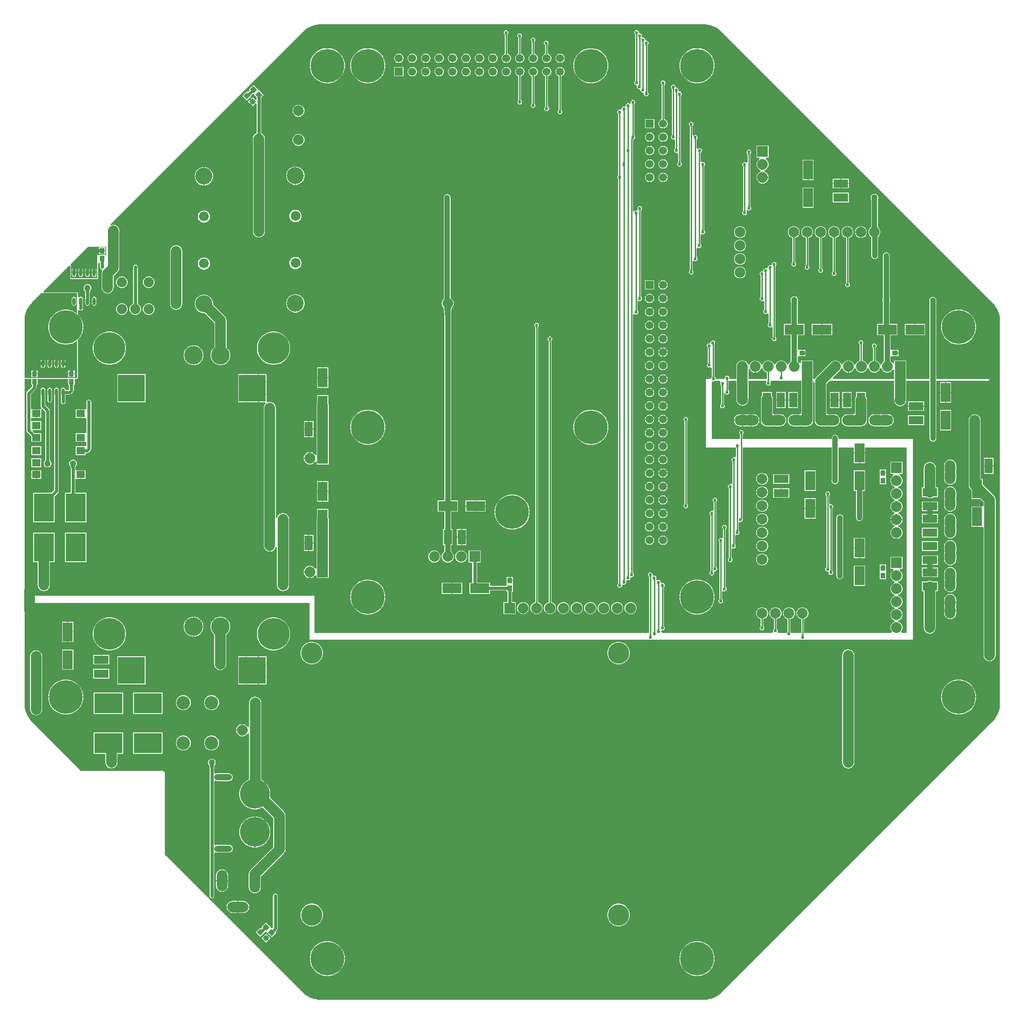
<source format=gtl>
G04*
G04 #@! TF.GenerationSoftware,Altium Limited,Altium Designer,22.6.1 (34)*
G04*
G04 Layer_Physical_Order=1*
G04 Layer_Color=255*
%FSLAX44Y44*%
%MOMM*%
G71*
G04*
G04 #@! TF.SameCoordinates,0282B534-2DD6-4313-8036-895CCBFEA7A8*
G04*
G04*
G04 #@! TF.FilePolarity,Positive*
G04*
G01*
G75*
%ADD10C,0.2540*%
%ADD12C,0.6000*%
%ADD18C,1.0000*%
%ADD20R,1.8500X3.6000*%
%ADD21R,3.6000X1.8500*%
%ADD22R,2.8000X1.5500*%
%ADD23R,1.5500X2.8000*%
%ADD24R,0.9500X1.0000*%
%ADD25R,1.0000X0.9500*%
%ADD26P,1.3435X4X90.0*%
%ADD27R,5.3340X3.8100*%
%ADD28R,3.8100X5.3340*%
G04:AMPARAMS|DCode=29|XSize=0.95mm|YSize=1mm|CornerRadius=0mm|HoleSize=0mm|Usage=FLASHONLY|Rotation=45.000|XOffset=0mm|YOffset=0mm|HoleType=Round|Shape=Rectangle|*
%AMROTATEDRECTD29*
4,1,4,0.0177,-0.6894,-0.6894,0.0177,-0.0177,0.6894,0.6894,-0.0177,0.0177,-0.6894,0.0*
%
%ADD29ROTATEDRECTD29*%

%ADD30R,1.6000X1.4000*%
%ADD31O,0.6000X1.4500*%
%ADD70C,2.0000*%
%ADD71C,6.3500*%
%ADD72C,1.9000*%
%ADD73C,3.2000*%
%ADD74C,1.5000*%
%ADD75R,1.5000X1.5000*%
%ADD76R,1.5000X1.5000*%
%ADD77O,4.0000X2.0000*%
%ADD78O,2.0000X4.0000*%
%ADD79O,2.0000X4.5000*%
%ADD80C,5.6000*%
%ADD81O,3.4000X1.2000*%
%ADD82C,2.0320*%
%ADD83R,2.0320X2.0320*%
%ADD84R,2.0320X2.0320*%
%ADD85C,2.0000*%
%ADD86O,3.0000X2.0000*%
%ADD87O,2.0000X3.0000*%
%ADD88C,2.5400*%
%ADD89R,2.7400X2.7400*%
%ADD90R,2.7400X2.7400*%
%ADD91C,3.5000*%
%ADD92R,2.0000X2.0000*%
%ADD93C,4.0000*%
%ADD94C,0.6000*%
%ADD95C,1.2000*%
%ADD96C,1.2700*%
%ADD97C,1.8300*%
%ADD98C,6.0000*%
G36*
X1198422Y480033D02*
X1203112Y479572D01*
X1207733Y478652D01*
X1212243Y477284D01*
X1216597Y475481D01*
X1220752Y473260D01*
X1224671Y470642D01*
X1228313Y467652D01*
X1229979Y465986D01*
X1229979Y465986D01*
X1741886Y-45921D01*
X1741886Y-45921D01*
X1743552Y-47587D01*
X1746542Y-51230D01*
X1749160Y-55148D01*
X1751381Y-59303D01*
X1753184Y-63657D01*
X1754552Y-68167D01*
X1755472Y-72788D01*
X1755934Y-77478D01*
X1755934Y-79834D01*
Y-190000D01*
X1635743D01*
Y-41250D01*
X1635256Y-38804D01*
X1633870Y-36730D01*
X1631796Y-35344D01*
X1629350Y-34857D01*
X1626904Y-35344D01*
X1624830Y-36730D01*
X1623444Y-38804D01*
X1622957Y-41250D01*
Y-190000D01*
X1578857D01*
Y-177930D01*
X1578920D01*
Y-155070D01*
X1556060D01*
Y-160595D01*
X1555742Y-160779D01*
X1552365Y-159877D01*
X1552136Y-159482D01*
X1550008Y-157354D01*
X1549383Y-156993D01*
Y-147610D01*
X1551720Y-147120D01*
X1551923Y-147120D01*
X1557355D01*
Y-141100D01*
Y-135080D01*
X1551923D01*
X1551720Y-135080D01*
X1549383Y-134590D01*
Y-107170D01*
X1562260D01*
Y-86130D01*
X1547743D01*
Y-44717D01*
X1548125Y-44056D01*
X1548620Y-42207D01*
Y-40293D01*
X1548125Y-38444D01*
X1547743Y-37783D01*
Y42750D01*
X1547256Y45196D01*
X1545870Y47270D01*
X1543796Y48656D01*
X1541350Y49143D01*
X1538904Y48656D01*
X1536830Y47270D01*
X1535444Y45196D01*
X1534957Y42750D01*
Y-37783D01*
X1534575Y-38444D01*
X1534080Y-40293D01*
Y-42207D01*
X1534575Y-44056D01*
X1534957Y-44717D01*
Y-86130D01*
X1523720D01*
Y-107170D01*
X1536597D01*
Y-141100D01*
Y-156993D01*
X1535972Y-157354D01*
X1533844Y-159482D01*
X1532339Y-162088D01*
X1532055Y-163149D01*
X1529425D01*
X1529141Y-162088D01*
X1527636Y-159482D01*
X1525508Y-157354D01*
X1522902Y-155849D01*
X1521010Y-155342D01*
Y-131893D01*
X1521064Y-131771D01*
X1521071Y-131505D01*
X1521089Y-131297D01*
X1521116Y-131110D01*
X1521152Y-130944D01*
X1521195Y-130799D01*
X1521244Y-130671D01*
X1521297Y-130561D01*
X1521355Y-130465D01*
X1521417Y-130380D01*
X1521528Y-130254D01*
X1521604Y-130034D01*
X1521970Y-129669D01*
X1522620Y-128099D01*
Y-126401D01*
X1521970Y-124831D01*
X1520769Y-123630D01*
X1519199Y-122980D01*
X1517501D01*
X1515931Y-123630D01*
X1514730Y-124831D01*
X1514080Y-126401D01*
Y-128099D01*
X1514730Y-129669D01*
X1515218Y-130157D01*
X1515313Y-130397D01*
X1515427Y-130515D01*
X1515488Y-130591D01*
X1515544Y-130678D01*
X1515596Y-130778D01*
X1515643Y-130895D01*
X1515686Y-131032D01*
X1515723Y-131190D01*
X1515751Y-131370D01*
X1515768Y-131574D01*
X1515776Y-131838D01*
X1515830Y-131959D01*
Y-155379D01*
X1514078Y-155849D01*
X1511472Y-157354D01*
X1509344Y-159482D01*
X1507839Y-162088D01*
X1507555Y-163148D01*
X1504925D01*
X1504641Y-162088D01*
X1503136Y-159482D01*
X1501008Y-157354D01*
X1498402Y-155849D01*
X1496260Y-155275D01*
Y-125750D01*
X1496314Y-125627D01*
X1496321Y-125358D01*
X1496337Y-125140D01*
X1496363Y-124941D01*
X1496398Y-124761D01*
X1496440Y-124600D01*
X1496488Y-124458D01*
X1496541Y-124331D01*
X1496599Y-124219D01*
X1496662Y-124120D01*
X1496765Y-123983D01*
X1496803Y-123836D01*
X1496970Y-123669D01*
X1497620Y-122099D01*
Y-120401D01*
X1496970Y-118831D01*
X1495769Y-117630D01*
X1494199Y-116980D01*
X1492501D01*
X1490931Y-117630D01*
X1489730Y-118831D01*
X1489080Y-120401D01*
Y-122099D01*
X1489730Y-123669D01*
X1490471Y-124410D01*
X1490582Y-124636D01*
X1490699Y-124739D01*
X1490753Y-124798D01*
X1490802Y-124866D01*
X1490849Y-124946D01*
X1490894Y-125045D01*
X1490935Y-125165D01*
X1490971Y-125309D01*
X1491000Y-125479D01*
X1491018Y-125674D01*
X1491026Y-125936D01*
X1491053Y-125995D01*
X1491035Y-126058D01*
X1491080Y-126139D01*
Y-155447D01*
X1489578Y-155849D01*
X1486972Y-157354D01*
X1484844Y-159482D01*
X1483339Y-162088D01*
X1483055Y-163149D01*
X1480425D01*
X1480141Y-162088D01*
X1478636Y-159482D01*
X1476508Y-157354D01*
X1473902Y-155849D01*
X1470995Y-155070D01*
X1470125D01*
Y-166500D01*
Y-177930D01*
X1470995D01*
X1473902Y-177151D01*
X1476508Y-175646D01*
X1478636Y-173518D01*
X1480141Y-170912D01*
X1480425Y-169851D01*
X1483055D01*
X1483339Y-170912D01*
X1484844Y-173518D01*
X1486972Y-175646D01*
X1489578Y-177151D01*
X1492485Y-177930D01*
X1495495D01*
X1498402Y-177151D01*
X1501008Y-175646D01*
X1503136Y-173518D01*
X1504641Y-170912D01*
X1504925Y-169851D01*
X1507555D01*
X1507839Y-170912D01*
X1509344Y-173518D01*
X1511472Y-175646D01*
X1514078Y-177151D01*
X1516985Y-177930D01*
X1519995D01*
X1522902Y-177151D01*
X1525508Y-175646D01*
X1527636Y-173518D01*
X1529141Y-170912D01*
X1529425Y-169851D01*
X1532055D01*
X1532339Y-170912D01*
X1533844Y-173518D01*
X1535972Y-175646D01*
X1538578Y-177151D01*
X1541485Y-177930D01*
X1544495D01*
X1547402Y-177151D01*
X1550008Y-175646D01*
X1552136Y-173518D01*
X1552365Y-173123D01*
X1555742Y-172221D01*
X1556060Y-172405D01*
Y-177930D01*
X1556123D01*
Y-190000D01*
X1440884D01*
X1439912Y-187653D01*
X1451798Y-175767D01*
X1452008Y-175646D01*
X1454136Y-173518D01*
X1455641Y-170912D01*
X1455925Y-169851D01*
X1458555D01*
X1458839Y-170912D01*
X1460344Y-173518D01*
X1462472Y-175646D01*
X1465078Y-177151D01*
X1467985Y-177930D01*
X1468855D01*
Y-166500D01*
Y-155070D01*
X1467985D01*
X1465078Y-155849D01*
X1462472Y-157354D01*
X1460344Y-159482D01*
X1458839Y-162088D01*
X1458555Y-163149D01*
X1455925D01*
X1455641Y-162088D01*
X1454136Y-159482D01*
X1452008Y-157354D01*
X1449402Y-155849D01*
X1446495Y-155070D01*
X1443485D01*
X1440578Y-155849D01*
X1437972Y-157354D01*
X1435844Y-159482D01*
X1435723Y-159692D01*
X1409012Y-186402D01*
X1407206Y-188756D01*
X1406691Y-190000D01*
X1403017D01*
Y-177930D01*
X1403080D01*
Y-155070D01*
X1380220D01*
Y-160595D01*
X1379902Y-160779D01*
X1376525Y-159878D01*
X1376296Y-159482D01*
X1374168Y-157354D01*
X1373543Y-156993D01*
Y-147610D01*
X1375880Y-147120D01*
X1376083Y-147120D01*
X1381515D01*
Y-141100D01*
Y-135080D01*
X1376083D01*
X1375880Y-135080D01*
X1373543Y-134590D01*
Y-107170D01*
X1386420D01*
Y-86130D01*
X1373743D01*
Y-44717D01*
X1374125Y-44056D01*
X1374620Y-42207D01*
Y-40293D01*
X1374125Y-38444D01*
X1373167Y-36786D01*
X1371814Y-35433D01*
X1370156Y-34475D01*
X1368307Y-33980D01*
X1366393D01*
X1364544Y-34475D01*
X1362886Y-35433D01*
X1361533Y-36786D01*
X1360575Y-38444D01*
X1360080Y-40293D01*
Y-42207D01*
X1360575Y-44056D01*
X1360957Y-44717D01*
Y-86130D01*
X1347880D01*
Y-107170D01*
X1360757D01*
Y-141100D01*
Y-156993D01*
X1360132Y-157354D01*
X1358004Y-159482D01*
X1356499Y-162088D01*
X1356215Y-163149D01*
X1353585D01*
X1353301Y-162088D01*
X1351796Y-159482D01*
X1349668Y-157354D01*
X1347062Y-155849D01*
X1344155Y-155070D01*
X1341145D01*
X1338238Y-155849D01*
X1335632Y-157354D01*
X1333504Y-159482D01*
X1331999Y-162088D01*
X1331715Y-163149D01*
X1329085D01*
X1328801Y-162088D01*
X1327296Y-159482D01*
X1325168Y-157354D01*
X1322562Y-155849D01*
X1319655Y-155070D01*
X1316645D01*
X1313738Y-155849D01*
X1311132Y-157354D01*
X1309004Y-159482D01*
X1307499Y-162088D01*
X1307215Y-163148D01*
X1304585D01*
X1304301Y-162088D01*
X1302796Y-159482D01*
X1300668Y-157354D01*
X1298062Y-155849D01*
X1295155Y-155070D01*
X1294285D01*
Y-166500D01*
Y-177930D01*
X1295155D01*
X1298062Y-177151D01*
X1300668Y-175646D01*
X1302796Y-173518D01*
X1304301Y-170912D01*
X1304585Y-169851D01*
X1307215D01*
X1307499Y-170912D01*
X1309004Y-173518D01*
X1311132Y-175646D01*
X1313738Y-177151D01*
X1315560Y-177639D01*
Y-190000D01*
X1280517D01*
Y-171464D01*
X1282999Y-170912D01*
X1284504Y-173518D01*
X1286632Y-175646D01*
X1289238Y-177151D01*
X1292145Y-177930D01*
X1293015D01*
Y-166500D01*
Y-155070D01*
X1292145D01*
X1289238Y-155849D01*
X1286632Y-157354D01*
X1284504Y-159482D01*
X1282999Y-162088D01*
X1282715Y-163149D01*
X1280085D01*
X1279801Y-162088D01*
X1278296Y-159482D01*
X1276168Y-157354D01*
X1273562Y-155849D01*
X1270655Y-155070D01*
X1267645D01*
X1264738Y-155849D01*
X1262132Y-157354D01*
X1260004Y-159482D01*
X1258499Y-162088D01*
X1257720Y-164995D01*
Y-168005D01*
X1257783Y-168239D01*
Y-190000D01*
X1245222D01*
X1244620Y-189099D01*
Y-187401D01*
X1243970Y-185831D01*
X1242769Y-184630D01*
X1241199Y-183980D01*
X1239501D01*
X1237931Y-184630D01*
X1236730Y-185831D01*
X1236080Y-187401D01*
Y-189099D01*
X1235478Y-190000D01*
X1218620D01*
Y-189401D01*
X1217970Y-187831D01*
X1216999Y-186860D01*
X1216912Y-186706D01*
X1216795Y-186615D01*
X1216749Y-186568D01*
X1216706Y-186515D01*
X1216665Y-186448D01*
X1216624Y-186364D01*
X1216584Y-186256D01*
X1216549Y-186122D01*
X1216521Y-185960D01*
X1216502Y-185769D01*
X1216494Y-185508D01*
X1216448Y-185406D01*
X1216471Y-185297D01*
X1216440Y-185249D01*
Y-125648D01*
X1216493Y-125533D01*
X1216517Y-124988D01*
X1216540Y-124796D01*
X1216573Y-124608D01*
X1216613Y-124437D01*
X1216659Y-124283D01*
X1216711Y-124146D01*
X1216767Y-124024D01*
X1216827Y-123917D01*
X1216922Y-123774D01*
X1216936Y-123703D01*
X1216970Y-123669D01*
X1217620Y-122099D01*
Y-120401D01*
X1216970Y-118831D01*
X1215769Y-117630D01*
X1214199Y-116980D01*
X1212501D01*
X1210931Y-117630D01*
X1209730Y-118831D01*
X1209080Y-120401D01*
Y-121010D01*
X1207459Y-122708D01*
X1206733Y-122980D01*
X1205501D01*
X1203931Y-123630D01*
X1202730Y-124831D01*
X1202080Y-126401D01*
Y-128099D01*
X1202730Y-129669D01*
X1203156Y-130094D01*
X1203242Y-130327D01*
X1203354Y-130448D01*
X1203416Y-130529D01*
X1203473Y-130621D01*
X1203526Y-130726D01*
X1203574Y-130848D01*
X1203617Y-130989D01*
X1203653Y-131151D01*
X1203681Y-131334D01*
X1203699Y-131541D01*
X1203706Y-131805D01*
X1203760Y-131927D01*
Y-159573D01*
X1203706Y-159695D01*
X1203699Y-159959D01*
X1203681Y-160166D01*
X1203653Y-160349D01*
X1203617Y-160511D01*
X1203574Y-160652D01*
X1203526Y-160774D01*
X1203473Y-160879D01*
X1203416Y-160971D01*
X1203354Y-161052D01*
X1203242Y-161173D01*
X1203156Y-161406D01*
X1202730Y-161831D01*
X1202080Y-163401D01*
Y-165099D01*
X1202730Y-166669D01*
X1203931Y-167870D01*
X1205501Y-168520D01*
X1207199D01*
X1208769Y-167870D01*
X1211260Y-168971D01*
Y-185853D01*
X1211207Y-185967D01*
X1211183Y-186512D01*
X1211160Y-186704D01*
X1211127Y-186892D01*
X1211087Y-187063D01*
X1211041Y-187217D01*
X1210989Y-187354D01*
X1210933Y-187476D01*
X1210873Y-187583D01*
X1210778Y-187726D01*
X1210764Y-187797D01*
X1210730Y-187831D01*
X1210080Y-189401D01*
Y-190000D01*
X1200000D01*
Y-320000D01*
X1256619D01*
X1256653Y-320151D01*
X1256681Y-320335D01*
X1256699Y-320541D01*
X1256706Y-320805D01*
X1256760Y-320927D01*
Y-336858D01*
X1254220Y-338381D01*
X1253922Y-338257D01*
X1252223D01*
X1250654Y-338908D01*
X1249453Y-340109D01*
X1248802Y-341678D01*
Y-343377D01*
X1249453Y-344946D01*
X1249664Y-345158D01*
X1249710Y-345325D01*
X1249816Y-345459D01*
X1249878Y-345556D01*
X1249937Y-345664D01*
X1249990Y-345787D01*
X1250039Y-345927D01*
X1250081Y-346084D01*
X1250116Y-346260D01*
X1250143Y-346456D01*
X1250159Y-346672D01*
X1250166Y-346940D01*
X1250220Y-347063D01*
Y-387691D01*
X1250128Y-387814D01*
X1247680Y-389179D01*
X1247199Y-388980D01*
X1245501D01*
X1243931Y-389630D01*
X1242730Y-390831D01*
X1242080Y-392401D01*
Y-394099D01*
X1242730Y-395669D01*
X1243156Y-396094D01*
X1243242Y-396327D01*
X1243354Y-396448D01*
X1243416Y-396529D01*
X1243473Y-396621D01*
X1243526Y-396726D01*
X1243574Y-396848D01*
X1243617Y-396989D01*
X1243653Y-397151D01*
X1243681Y-397335D01*
X1243699Y-397541D01*
X1243706Y-397805D01*
X1243760Y-397927D01*
Y-527573D01*
X1243706Y-527695D01*
X1243699Y-527959D01*
X1243681Y-528166D01*
X1243653Y-528349D01*
X1243617Y-528511D01*
X1243574Y-528652D01*
X1243526Y-528774D01*
X1243473Y-528879D01*
X1243416Y-528971D01*
X1243354Y-529052D01*
X1243242Y-529173D01*
X1243156Y-529406D01*
X1242730Y-529831D01*
X1242080Y-531401D01*
Y-533099D01*
X1242730Y-534669D01*
X1243931Y-535870D01*
X1245501Y-536520D01*
X1247199D01*
X1248769Y-535870D01*
X1249970Y-534669D01*
X1250620Y-533099D01*
Y-531401D01*
X1249970Y-529831D01*
X1249544Y-529406D01*
X1249458Y-529173D01*
X1249346Y-529052D01*
X1249284Y-528971D01*
X1249227Y-528879D01*
X1249174Y-528774D01*
X1249126Y-528652D01*
X1249083Y-528511D01*
X1249047Y-528349D01*
X1249019Y-528166D01*
X1249001Y-527959D01*
X1248994Y-527695D01*
X1248940Y-527573D01*
Y-512197D01*
X1251480Y-510511D01*
X1251501Y-510520D01*
X1253199D01*
X1254769Y-509870D01*
X1255970Y-508669D01*
X1256620Y-507099D01*
Y-505401D01*
X1255970Y-503831D01*
X1255907Y-503768D01*
X1255888Y-503678D01*
X1255791Y-503537D01*
X1255730Y-503431D01*
X1255674Y-503312D01*
X1255621Y-503177D01*
X1255575Y-503026D01*
X1255534Y-502856D01*
X1255504Y-502687D01*
X1255460Y-502223D01*
X1255454Y-501969D01*
X1255400Y-501845D01*
Y-485776D01*
X1255568Y-485566D01*
X1257940Y-484288D01*
X1258501Y-484520D01*
X1260199D01*
X1261769Y-483870D01*
X1262970Y-482669D01*
X1263620Y-481099D01*
Y-479401D01*
X1262970Y-477831D01*
X1262544Y-477406D01*
X1262458Y-477173D01*
X1262346Y-477052D01*
X1262284Y-476971D01*
X1262227Y-476879D01*
X1262175Y-476774D01*
X1262126Y-476652D01*
X1262083Y-476511D01*
X1262047Y-476349D01*
X1262019Y-476166D01*
X1262001Y-475959D01*
X1261994Y-475695D01*
X1261940Y-475573D01*
Y-462197D01*
X1264480Y-460511D01*
X1264501Y-460520D01*
X1266199D01*
X1267769Y-459870D01*
X1268970Y-458669D01*
X1269620Y-457099D01*
Y-455401D01*
X1269387Y-454837D01*
X1269743Y-454305D01*
X1269940Y-453314D01*
Y-320000D01*
X1437957D01*
Y-381749D01*
X1437802Y-382529D01*
X1438289Y-384976D01*
X1439674Y-387050D01*
X1441748Y-388436D01*
X1444195Y-388922D01*
X1446641Y-388436D01*
X1448715Y-387050D01*
X1448870Y-386895D01*
X1450256Y-384821D01*
X1450743Y-382374D01*
X1450743Y-382374D01*
Y-320000D01*
X1480101D01*
Y-329394D01*
X1490621D01*
X1501141D01*
Y-320000D01*
X1580000D01*
Y-670000D01*
X1570407D01*
X1569355Y-667460D01*
X1569617Y-667198D01*
X1571122Y-664591D01*
X1571901Y-661684D01*
Y-658675D01*
X1571122Y-655768D01*
X1569617Y-653161D01*
X1567489Y-651033D01*
X1564882Y-649528D01*
X1563822Y-649244D01*
Y-646615D01*
X1564882Y-646330D01*
X1567489Y-644826D01*
X1569617Y-642698D01*
X1571122Y-640091D01*
X1571901Y-637184D01*
Y-636314D01*
X1560471D01*
X1549041D01*
Y-637184D01*
X1549820Y-640091D01*
X1551324Y-642698D01*
X1553452Y-644826D01*
X1556059Y-646330D01*
X1557119Y-646615D01*
Y-649244D01*
X1556059Y-649528D01*
X1553452Y-651033D01*
X1551324Y-653161D01*
X1549820Y-655768D01*
X1549041Y-658675D01*
Y-661684D01*
X1549820Y-664591D01*
X1551324Y-667198D01*
X1551587Y-667460D01*
X1550535Y-670000D01*
X1385600D01*
Y-643812D01*
X1387021Y-643431D01*
X1389591Y-641948D01*
X1391689Y-639849D01*
X1393173Y-637280D01*
X1393941Y-634413D01*
Y-631446D01*
X1393173Y-628579D01*
X1391689Y-626009D01*
X1389591Y-623911D01*
X1387021Y-622427D01*
X1384154Y-621659D01*
X1381187D01*
X1378321Y-622427D01*
X1375751Y-623911D01*
X1373652Y-626009D01*
X1372169Y-628579D01*
X1371401Y-631446D01*
Y-634413D01*
X1372169Y-637280D01*
X1373652Y-639849D01*
X1375751Y-641948D01*
X1378321Y-643431D01*
X1380421Y-643994D01*
Y-670000D01*
X1361040D01*
X1360970Y-669831D01*
X1360509Y-669371D01*
X1360418Y-669133D01*
X1360304Y-669014D01*
X1360243Y-668935D01*
X1360187Y-668847D01*
X1360135Y-668745D01*
X1360087Y-668625D01*
X1360044Y-668487D01*
X1360007Y-668327D01*
X1359980Y-668145D01*
X1359962Y-667940D01*
X1359954Y-667676D01*
X1359900Y-667554D01*
Y-643893D01*
X1361621Y-643431D01*
X1364191Y-641948D01*
X1366289Y-639849D01*
X1367773Y-637280D01*
X1368541Y-634413D01*
Y-631446D01*
X1367773Y-628579D01*
X1366289Y-626009D01*
X1364191Y-623911D01*
X1361621Y-622427D01*
X1358754Y-621659D01*
X1355787D01*
X1352921Y-622427D01*
X1350351Y-623911D01*
X1348252Y-626009D01*
X1346769Y-628579D01*
X1346001Y-631446D01*
Y-634413D01*
X1346769Y-637280D01*
X1348252Y-639849D01*
X1350351Y-641948D01*
X1352921Y-643431D01*
X1354721Y-643914D01*
Y-667592D01*
X1354666Y-667714D01*
X1354659Y-667980D01*
X1354642Y-668187D01*
X1354614Y-668372D01*
X1354578Y-668536D01*
X1354535Y-668680D01*
X1354486Y-668805D01*
X1354433Y-668913D01*
X1354376Y-669007D01*
X1354314Y-669090D01*
X1354202Y-669214D01*
X1354121Y-669440D01*
X1353730Y-669831D01*
X1353660Y-670000D01*
X1336958D01*
X1336957Y-669999D01*
X1335471Y-667460D01*
X1335620Y-667099D01*
Y-665401D01*
X1334970Y-663831D01*
X1334757Y-663618D01*
X1334710Y-663450D01*
X1334605Y-663316D01*
X1334542Y-663220D01*
X1334484Y-663111D01*
X1334430Y-662988D01*
X1334382Y-662849D01*
X1334339Y-662692D01*
X1334304Y-662516D01*
X1334278Y-662320D01*
X1334261Y-662104D01*
X1334255Y-661836D01*
X1334200Y-661713D01*
Y-643973D01*
X1336221Y-643431D01*
X1338791Y-641948D01*
X1340889Y-639849D01*
X1342373Y-637280D01*
X1343141Y-634413D01*
Y-631446D01*
X1342373Y-628579D01*
X1340889Y-626009D01*
X1338791Y-623911D01*
X1336221Y-622427D01*
X1333354Y-621659D01*
X1330387D01*
X1327521Y-622427D01*
X1324951Y-623911D01*
X1322852Y-626009D01*
X1321369Y-628579D01*
X1320601Y-631446D01*
Y-634413D01*
X1321369Y-637280D01*
X1322852Y-639849D01*
X1324951Y-641948D01*
X1327521Y-643431D01*
X1329021Y-643833D01*
Y-661402D01*
X1328972Y-661493D01*
X1328986Y-661540D01*
X1328966Y-661585D01*
X1328959Y-661847D01*
X1328940Y-662045D01*
X1328912Y-662217D01*
X1328876Y-662364D01*
X1328834Y-662488D01*
X1328788Y-662591D01*
X1328740Y-662677D01*
X1328688Y-662749D01*
X1328632Y-662813D01*
X1328516Y-662919D01*
X1328405Y-663156D01*
X1327730Y-663831D01*
X1327080Y-665401D01*
Y-667099D01*
X1327229Y-667460D01*
X1325743Y-669999D01*
X1325741Y-670000D01*
X1117722D01*
X1115618Y-667859D01*
X1115633Y-667322D01*
X1117501Y-665520D01*
X1119199D01*
X1120769Y-664870D01*
X1121970Y-663669D01*
X1122620Y-662099D01*
Y-660401D01*
X1121970Y-658831D01*
X1121544Y-658406D01*
X1121458Y-658173D01*
X1121346Y-658052D01*
X1121284Y-657971D01*
X1121227Y-657879D01*
X1121174Y-657774D01*
X1121126Y-657652D01*
X1121083Y-657511D01*
X1121047Y-657349D01*
X1121019Y-657166D01*
X1121001Y-656959D01*
X1120994Y-656695D01*
X1120940Y-656573D01*
Y-584927D01*
X1120994Y-584805D01*
X1121001Y-584541D01*
X1121019Y-584334D01*
X1121047Y-584151D01*
X1121083Y-583989D01*
X1121126Y-583848D01*
X1121174Y-583726D01*
X1121227Y-583621D01*
X1121284Y-583529D01*
X1121346Y-583448D01*
X1121458Y-583327D01*
X1121544Y-583094D01*
X1121970Y-582669D01*
X1122620Y-581099D01*
Y-579401D01*
X1121970Y-577831D01*
X1120769Y-576630D01*
X1119199Y-575980D01*
X1117501D01*
X1116902Y-576228D01*
X1115990Y-575777D01*
X1114620Y-574623D01*
Y-573401D01*
X1113970Y-571831D01*
X1112769Y-570630D01*
X1111199Y-569980D01*
X1109501D01*
X1107931Y-570630D01*
X1107530Y-570483D01*
X1107438Y-570398D01*
X1107069Y-569963D01*
X1106298Y-568498D01*
X1106204Y-568104D01*
X1106620Y-567099D01*
Y-565401D01*
X1105970Y-563831D01*
X1104769Y-562630D01*
X1103199Y-561980D01*
X1101501D01*
X1100895Y-561673D01*
X1099270Y-560155D01*
Y-559151D01*
X1098620Y-557581D01*
X1097419Y-556380D01*
X1095849Y-555730D01*
X1094151D01*
X1092581Y-556380D01*
X1091380Y-557581D01*
X1090730Y-559151D01*
Y-560849D01*
X1091380Y-562419D01*
X1091967Y-563006D01*
X1092074Y-563250D01*
X1092189Y-563362D01*
X1092247Y-563431D01*
X1092301Y-563510D01*
X1092351Y-563602D01*
X1092398Y-563711D01*
X1092441Y-563841D01*
X1092477Y-563993D01*
X1092505Y-564169D01*
X1092523Y-564369D01*
X1092531Y-564632D01*
X1092542Y-564657D01*
X1092533Y-564682D01*
X1092585Y-564787D01*
Y-670000D01*
X460000D01*
Y-600000D01*
X-87747D01*
Y-190125D01*
X-75020D01*
Y-201270D01*
X-73354D01*
Y-204197D01*
X-83078Y-213922D01*
X-84022Y-215334D01*
X-84354Y-217000D01*
Y-287100D01*
X-84022Y-288766D01*
X-83078Y-290179D01*
X-74620Y-298637D01*
Y-309020D01*
X-56080D01*
Y-292480D01*
X-68463D01*
X-72076Y-288867D01*
X-71104Y-286520D01*
X-56080D01*
Y-269980D01*
X-74620D01*
X-75646Y-267865D01*
Y-266135D01*
X-74620Y-264020D01*
X-73106Y-264020D01*
X-65985D01*
Y-255750D01*
Y-247480D01*
X-73106D01*
X-74620Y-247480D01*
X-75646Y-245365D01*
Y-218803D01*
X-65922Y-209079D01*
X-64978Y-207666D01*
X-64646Y-206000D01*
Y-201270D01*
X-62980D01*
Y-190125D01*
X-5020D01*
Y-201270D01*
X-3354D01*
Y-209932D01*
X-4318Y-210896D01*
X-10317D01*
X-10628Y-209334D01*
X-11572Y-207922D01*
X-12984Y-206978D01*
X-14650Y-206646D01*
X-16316Y-206978D01*
X-17729Y-207922D01*
X-18672Y-209334D01*
X-19004Y-211000D01*
Y-219500D01*
Y-233650D01*
X-18920Y-234070D01*
Y-234499D01*
X-18756Y-234895D01*
X-18672Y-235316D01*
X-18434Y-235673D01*
X-18270Y-236069D01*
X-17967Y-236372D01*
X-17729Y-236728D01*
X-17372Y-236967D01*
X-17069Y-237270D01*
X-16673Y-237434D01*
X-16316Y-237672D01*
X-15896Y-237756D01*
X-15499Y-237920D01*
X-15071D01*
X-14650Y-238004D01*
X-14230Y-237920D01*
X-13801D01*
X-13405Y-237756D01*
X-12984Y-237672D01*
X-12627Y-237434D01*
X-12231Y-237270D01*
X-11928Y-236967D01*
X-11572Y-236728D01*
X-11333Y-236372D01*
X-11030Y-236069D01*
X-10866Y-235673D01*
X-10628Y-235316D01*
X-10544Y-234895D01*
X-10380Y-234499D01*
Y-234070D01*
X-10296Y-233650D01*
Y-219604D01*
X-2515D01*
X-849Y-219272D01*
X564Y-218329D01*
X4078Y-214814D01*
X5022Y-213401D01*
X5354Y-211735D01*
Y-201270D01*
X7020D01*
Y-190125D01*
X11517Y-190125D01*
X11726Y-190125D01*
X11727Y-190125D01*
X11972Y-190023D01*
X12237Y-190026D01*
X12239Y-190024D01*
X12244Y-190020D01*
X12253Y-190020D01*
X12446Y-189827D01*
X12699Y-189722D01*
X12723Y-189663D01*
X12723Y-189663D01*
X12913Y-189473D01*
X12972Y-189449D01*
X13076Y-189196D01*
X13270Y-189003D01*
X13270Y-188729D01*
X13375Y-188477D01*
X13375Y-188477D01*
X13375Y-187961D01*
Y-187961D01*
X13375Y-187945D01*
Y-118944D01*
X13335Y-118849D01*
X13340Y-118838D01*
X13340Y-118838D01*
X13291Y-118721D01*
X13307Y-118519D01*
X13273Y-118413D01*
X13062Y-118166D01*
X12938Y-117866D01*
X12851Y-117779D01*
X13710Y-115547D01*
X13821Y-115351D01*
X15400Y-113772D01*
X18455Y-109567D01*
X20814Y-104936D01*
X22420Y-99993D01*
X23233Y-94859D01*
Y-92896D01*
X-9786D01*
Y-91626D01*
X23233D01*
Y-89662D01*
X22420Y-84529D01*
X20814Y-79585D01*
X18455Y-74954D01*
X15400Y-70750D01*
X13820Y-69170D01*
X13710Y-68974D01*
X13322Y-67967D01*
X12938Y-66656D01*
X13062Y-66355D01*
X13273Y-66108D01*
X13307Y-66002D01*
X13292Y-65801D01*
X13340Y-65684D01*
X13340Y-65683D01*
X13335Y-65672D01*
X13375Y-65577D01*
Y-61013D01*
X14511Y-60348D01*
X15915Y-59958D01*
X15928Y-59967D01*
X16231Y-60270D01*
X16627Y-60434D01*
X16984Y-60672D01*
X17405Y-60756D01*
X17801Y-60920D01*
X18230D01*
X18650Y-61004D01*
X19071Y-60920D01*
X19499D01*
X19895Y-60756D01*
X20316Y-60672D01*
X20673Y-60434D01*
X21069Y-60270D01*
X21372Y-59967D01*
X21728Y-59728D01*
X21967Y-59372D01*
X22270Y-59069D01*
X22434Y-58673D01*
X22672Y-58316D01*
X22756Y-57895D01*
X22920Y-57499D01*
Y-57070D01*
X23004Y-56650D01*
Y-43250D01*
Y-39000D01*
X22672Y-37334D01*
X21728Y-35921D01*
X20316Y-34978D01*
X18650Y-34646D01*
X16984Y-34978D01*
X15915Y-35692D01*
X14511Y-35302D01*
X13375Y-34637D01*
Y-28805D01*
X13375Y-28273D01*
X13375Y-28273D01*
X13270Y-28021D01*
X13270Y-27747D01*
X13077Y-27554D01*
X12972Y-27301D01*
X12913Y-27277D01*
X12723Y-27087D01*
X12699Y-27028D01*
X12490Y-26941D01*
X12341Y-26771D01*
X12289Y-26767D01*
X12252Y-26730D01*
X11979Y-26730D01*
X11727Y-26625D01*
X11727Y-26625D01*
X11517Y-26625D01*
X-50812D01*
X-51865Y-24085D01*
X-3721Y24058D01*
X-1375Y23086D01*
Y0D01*
X-972Y-972D01*
X0Y-1375D01*
X49201D01*
X49202Y-1374D01*
X49202Y-1375D01*
X49203Y-1374D01*
X49689Y-1173D01*
X50173Y-972D01*
X50174Y-971D01*
X50174Y-971D01*
X50174Y-971D01*
X51071Y-72D01*
X51071Y-72D01*
X51071Y-71D01*
X51072Y-71D01*
X51112Y25D01*
X51271Y412D01*
X51473Y900D01*
X51473Y901D01*
X51472Y901D01*
X51473Y902D01*
X51410Y28280D01*
X53947Y29754D01*
X54996Y29153D01*
Y21250D01*
X55080Y20830D01*
Y20401D01*
X55244Y20004D01*
X55328Y19584D01*
X55566Y19227D01*
X55730Y18831D01*
X56033Y18528D01*
X56272Y18172D01*
X56628Y17933D01*
X56931Y17630D01*
X57327Y17466D01*
X57684Y17228D01*
X58105Y17144D01*
X58316Y17056D01*
X58587Y16832D01*
X59310Y15599D01*
X59499Y14912D01*
X59532Y14468D01*
X59506Y14434D01*
X58370Y11692D01*
X57983Y8750D01*
Y-17140D01*
X58370Y-20082D01*
X59506Y-22823D01*
X61312Y-25177D01*
X63666Y-26984D01*
X66408Y-28119D01*
X69350Y-28507D01*
X72292Y-28119D01*
X75034Y-26984D01*
X77388Y-25177D01*
X79194Y-22823D01*
X80330Y-20082D01*
X80717Y-17140D01*
Y4042D01*
X88058Y11382D01*
X89864Y13736D01*
X91000Y16478D01*
X91387Y19420D01*
Y87244D01*
X91717Y89750D01*
X91330Y92692D01*
X90194Y95434D01*
X88388Y97788D01*
X86034Y99594D01*
X83292Y100730D01*
X80350Y101117D01*
X77408Y100730D01*
X75931Y100118D01*
X74492Y102271D01*
X438207Y465986D01*
X438207Y465986D01*
X439873Y467652D01*
X443516Y470642D01*
X447434Y473260D01*
X451590Y475481D01*
X455943Y477284D01*
X460453Y478652D01*
X465075Y479572D01*
X469764Y480033D01*
X472120Y480033D01*
X1196066Y480033D01*
X1198422Y480033D01*
D02*
G37*
G36*
X66850Y44000D02*
X65370D01*
Y44020D01*
X53330D01*
Y44000D01*
X50000D01*
X50098Y899D01*
X49201Y0D01*
X0D01*
Y27779D01*
X32221Y60000D01*
X66850D01*
Y44000D01*
D02*
G37*
G36*
X11727Y-28000D02*
X11751Y-28059D01*
X11941Y-28249D01*
X12000Y-28273D01*
Y-61013D01*
Y-65577D01*
X11966Y-65683D01*
X11879Y-65770D01*
X11874Y-65774D01*
X11702Y-65875D01*
X11064Y-66085D01*
X10617Y-66159D01*
X10422Y-66128D01*
X7520Y-64019D01*
X2889Y-61660D01*
X-2054Y-60054D01*
X-7188Y-59241D01*
X-12385D01*
X-17519Y-60054D01*
X-22462Y-61660D01*
X-27093Y-64019D01*
X-31298Y-67074D01*
X-34973Y-70750D01*
X-38028Y-74954D01*
X-40387Y-79585D01*
X-41993Y-84529D01*
X-42807Y-89662D01*
Y-94859D01*
X-41993Y-99993D01*
X-40387Y-104936D01*
X-38028Y-109567D01*
X-34973Y-113772D01*
X-31298Y-117447D01*
X-27093Y-120502D01*
X-22462Y-122861D01*
X-17519Y-124468D01*
X-12385Y-125281D01*
X-7188D01*
X-2054Y-124468D01*
X2889Y-122861D01*
X7520Y-120502D01*
X10422Y-118393D01*
X10617Y-118362D01*
X11064Y-118436D01*
X11702Y-118646D01*
X11874Y-118748D01*
X11879Y-118751D01*
X11965Y-118838D01*
X12000Y-118944D01*
Y-188477D01*
X11941Y-188501D01*
X11751Y-188691D01*
X11727Y-188750D01*
X11726Y-188750D01*
X7020D01*
Y-188730D01*
X-5020D01*
Y-188750D01*
X-62980D01*
Y-188730D01*
X-75020D01*
Y-188750D01*
X-87747D01*
Y-79834D01*
X-87747Y-77478D01*
X-87286Y-72788D01*
X-86366Y-68167D01*
X-84998Y-63657D01*
X-83195Y-59303D01*
X-80974Y-55148D01*
X-78355Y-51229D01*
X-75366Y-47587D01*
X-73700Y-45921D01*
X-55779Y-28000D01*
X-54405D01*
X-54405Y-28000D01*
X-54405Y-28000D01*
X11726D01*
X11727Y-28000D01*
D02*
G37*
G36*
X1495529Y-123340D02*
X1495405Y-123536D01*
X1495296Y-123746D01*
X1495202Y-123970D01*
X1495122Y-124207D01*
X1495056Y-124458D01*
X1495005Y-124721D01*
X1494969Y-124999D01*
X1494947Y-125290D01*
X1494940Y-125594D01*
X1492400Y-125896D01*
X1492391Y-125590D01*
X1492364Y-125301D01*
X1492318Y-125029D01*
X1492254Y-124774D01*
X1492173Y-124536D01*
X1492073Y-124316D01*
X1491954Y-124112D01*
X1491818Y-123926D01*
X1491663Y-123756D01*
X1491490Y-123604D01*
X1495667Y-123156D01*
X1495529Y-123340D01*
D02*
G37*
G36*
X1215653Y-123200D02*
X1215541Y-123401D01*
X1215442Y-123614D01*
X1215357Y-123841D01*
X1215284Y-124080D01*
X1215225Y-124333D01*
X1215179Y-124598D01*
X1215146Y-124877D01*
X1215120Y-125472D01*
X1212580Y-125949D01*
X1212571Y-125643D01*
X1212542Y-125354D01*
X1212495Y-125084D01*
X1212429Y-124833D01*
X1212344Y-124600D01*
X1212240Y-124386D01*
X1212118Y-124190D01*
X1211976Y-124012D01*
X1211816Y-123853D01*
X1211636Y-123713D01*
X1215778Y-123013D01*
X1215653Y-123200D01*
D02*
G37*
G36*
X1208292Y-129563D02*
X1208151Y-129748D01*
X1208027Y-129948D01*
X1207919Y-130163D01*
X1207828Y-130393D01*
X1207753Y-130638D01*
X1207695Y-130898D01*
X1207653Y-131173D01*
X1207628Y-131463D01*
X1207620Y-131768D01*
X1205080D01*
X1205072Y-131463D01*
X1205047Y-131173D01*
X1205005Y-130898D01*
X1204947Y-130638D01*
X1204873Y-130393D01*
X1204781Y-130163D01*
X1204673Y-129948D01*
X1204549Y-129748D01*
X1204408Y-129563D01*
X1204250Y-129392D01*
X1208450D01*
X1208292Y-129563D01*
D02*
G37*
G36*
X1520346Y-129516D02*
X1520208Y-129705D01*
X1520087Y-129907D01*
X1519981Y-130125D01*
X1519892Y-130356D01*
X1519819Y-130603D01*
X1519763Y-130864D01*
X1519722Y-131139D01*
X1519698Y-131429D01*
X1519690Y-131734D01*
X1517150Y-131800D01*
X1517142Y-131494D01*
X1517116Y-131205D01*
X1517074Y-130930D01*
X1517014Y-130671D01*
X1516938Y-130428D01*
X1516844Y-130200D01*
X1516734Y-129987D01*
X1516606Y-129789D01*
X1516462Y-129607D01*
X1516301Y-129441D01*
X1520499Y-129343D01*
X1520346Y-129516D01*
D02*
G37*
G36*
X1207628Y-160037D02*
X1207653Y-160327D01*
X1207695Y-160602D01*
X1207753Y-160862D01*
X1207828Y-161107D01*
X1207919Y-161337D01*
X1208027Y-161552D01*
X1208151Y-161752D01*
X1208292Y-161937D01*
X1208450Y-162108D01*
X1204250D01*
X1204408Y-161937D01*
X1204549Y-161752D01*
X1204673Y-161552D01*
X1204781Y-161337D01*
X1204873Y-161107D01*
X1204947Y-160862D01*
X1205005Y-160602D01*
X1205047Y-160327D01*
X1205072Y-160037D01*
X1205080Y-159732D01*
X1207620D01*
X1207628Y-160037D01*
D02*
G37*
G36*
X1343770Y-183807D02*
X1343778Y-184112D01*
X1343801Y-184402D01*
X1343841Y-184678D01*
X1343896Y-184940D01*
X1343966Y-185188D01*
X1344052Y-185422D01*
X1344154Y-185642D01*
X1344272Y-185847D01*
X1344405Y-186038D01*
X1344554Y-186215D01*
X1340360Y-186005D01*
X1340525Y-185843D01*
X1340673Y-185665D01*
X1340804Y-185471D01*
X1340917Y-185261D01*
X1341012Y-185035D01*
X1341091Y-184793D01*
X1341152Y-184535D01*
X1341195Y-184262D01*
X1341221Y-183972D01*
X1341230Y-183667D01*
X1343770Y-183807D01*
D02*
G37*
G36*
X1215129Y-185857D02*
X1215158Y-186146D01*
X1215205Y-186416D01*
X1215271Y-186667D01*
X1215356Y-186900D01*
X1215460Y-187115D01*
X1215582Y-187310D01*
X1215724Y-187488D01*
X1215884Y-187647D01*
X1216064Y-187788D01*
X1211922Y-188488D01*
X1212047Y-188300D01*
X1212159Y-188099D01*
X1212258Y-187886D01*
X1212343Y-187659D01*
X1212416Y-187420D01*
X1212475Y-187167D01*
X1212521Y-186902D01*
X1212554Y-186623D01*
X1212580Y-186028D01*
X1215120Y-185550D01*
X1215129Y-185857D01*
D02*
G37*
G36*
X1242292Y-190563D02*
X1242151Y-190748D01*
X1242027Y-190948D01*
X1241919Y-191163D01*
X1241827Y-191393D01*
X1241753Y-191638D01*
X1241695Y-191898D01*
X1241653Y-192173D01*
X1241628Y-192463D01*
X1241620Y-192768D01*
X1239080D01*
X1239072Y-192463D01*
X1239047Y-192173D01*
X1239005Y-191898D01*
X1238947Y-191638D01*
X1238873Y-191393D01*
X1238781Y-191163D01*
X1238673Y-190948D01*
X1238549Y-190748D01*
X1238408Y-190563D01*
X1238250Y-190392D01*
X1242450D01*
X1242292Y-190563D01*
D02*
G37*
G36*
X1319429Y-193953D02*
X1319455Y-194242D01*
X1319499Y-194515D01*
X1319561Y-194772D01*
X1319641Y-195013D01*
X1319738Y-195237D01*
X1319852Y-195445D01*
X1319985Y-195637D01*
X1320135Y-195813D01*
X1320302Y-195972D01*
X1316112Y-196252D01*
X1316258Y-196073D01*
X1316388Y-195880D01*
X1316504Y-195673D01*
X1316603Y-195452D01*
X1316688Y-195218D01*
X1316757Y-194969D01*
X1316811Y-194706D01*
X1316849Y-194430D01*
X1316872Y-194139D01*
X1316880Y-193835D01*
X1319420Y-193647D01*
X1319429Y-193953D01*
D02*
G37*
G36*
X1233292Y-200563D02*
X1233151Y-200748D01*
X1233027Y-200948D01*
X1232919Y-201163D01*
X1232828Y-201393D01*
X1232753Y-201638D01*
X1232695Y-201898D01*
X1232653Y-202173D01*
X1232628Y-202463D01*
X1232620Y-202768D01*
X1230080D01*
X1230072Y-202463D01*
X1230047Y-202173D01*
X1230005Y-201898D01*
X1229947Y-201638D01*
X1229873Y-201393D01*
X1229781Y-201163D01*
X1229673Y-200948D01*
X1229549Y-200748D01*
X1229408Y-200563D01*
X1229250Y-200392D01*
X1233450D01*
X1233292Y-200563D01*
D02*
G37*
G36*
X1241628Y-211037D02*
X1241653Y-211327D01*
X1241695Y-211602D01*
X1241753Y-211862D01*
X1241827Y-212107D01*
X1241919Y-212337D01*
X1242027Y-212552D01*
X1242151Y-212752D01*
X1242292Y-212937D01*
X1242450Y-213108D01*
X1238250D01*
X1238408Y-212937D01*
X1238549Y-212752D01*
X1238673Y-212552D01*
X1238781Y-212337D01*
X1238873Y-212107D01*
X1238947Y-211862D01*
X1239005Y-211602D01*
X1239047Y-211327D01*
X1239072Y-211037D01*
X1239080Y-210732D01*
X1241620D01*
X1241628Y-211037D01*
D02*
G37*
G36*
X1232628Y-237037D02*
X1232653Y-237327D01*
X1232695Y-237602D01*
X1232753Y-237862D01*
X1232828Y-238107D01*
X1232919Y-238337D01*
X1233027Y-238552D01*
X1233151Y-238752D01*
X1233292Y-238937D01*
X1233450Y-239108D01*
X1229250D01*
X1229408Y-238937D01*
X1229549Y-238752D01*
X1229673Y-238552D01*
X1229781Y-238337D01*
X1229873Y-238107D01*
X1229947Y-237862D01*
X1230005Y-237602D01*
X1230047Y-237327D01*
X1230072Y-237037D01*
X1230080Y-236732D01*
X1232620D01*
X1232628Y-237037D01*
D02*
G37*
G36*
X1269292Y-293563D02*
X1269151Y-293748D01*
X1269027Y-293948D01*
X1268919Y-294163D01*
X1268828Y-294393D01*
X1268753Y-294638D01*
X1268695Y-294898D01*
X1268653Y-295173D01*
X1268628Y-295463D01*
X1268620Y-295768D01*
X1266080D01*
X1266072Y-295463D01*
X1266047Y-295173D01*
X1266005Y-294898D01*
X1265947Y-294638D01*
X1265872Y-294393D01*
X1265781Y-294163D01*
X1265673Y-293948D01*
X1265549Y-293748D01*
X1265408Y-293563D01*
X1265250Y-293392D01*
X1269450D01*
X1269292Y-293563D01*
D02*
G37*
G36*
X1755934Y-803780D02*
X1755934Y-806136D01*
X1755472Y-810826D01*
X1754552Y-815447D01*
X1753184Y-819957D01*
X1751381Y-824311D01*
X1749160Y-828466D01*
X1746541Y-832385D01*
X1743552Y-836027D01*
X1741886Y-837693D01*
X1229979Y-1349600D01*
X1229979Y-1349600D01*
X1228313Y-1351266D01*
X1224670Y-1354256D01*
X1220752Y-1356874D01*
X1216597Y-1359095D01*
X1212243Y-1360898D01*
X1207733Y-1362266D01*
X1203112Y-1363186D01*
X1202458Y-1363250D01*
X465728D01*
X465075Y-1363186D01*
X460453Y-1362266D01*
X455943Y-1360898D01*
X451590Y-1359095D01*
X447434Y-1356874D01*
X443515Y-1354256D01*
X439873Y-1351266D01*
X438207Y-1349600D01*
X177711Y-1089104D01*
Y-936136D01*
X177691Y-936036D01*
X177701Y-935936D01*
X177638Y-935302D01*
X177551Y-935015D01*
X177493Y-934721D01*
X177008Y-933550D01*
X176566Y-932888D01*
X175669Y-931992D01*
X175007Y-931550D01*
X173836Y-931064D01*
X173542Y-931006D01*
X173256Y-930919D01*
X172622Y-930856D01*
X172521Y-930866D01*
X172422Y-930847D01*
X19516D01*
X-73700Y-837693D01*
X-75366Y-836027D01*
X-78356Y-832384D01*
X-80974Y-828466D01*
X-83195Y-824311D01*
X-84998Y-819957D01*
X-86366Y-815447D01*
X-87286Y-810826D01*
X-87747Y-806136D01*
Y-803780D01*
Y-613250D01*
X451350D01*
Y-683250D01*
X1591350D01*
Y-303250D01*
X1450743D01*
Y-302250D01*
X1450256Y-299804D01*
X1448870Y-297730D01*
X1446796Y-296344D01*
X1444350Y-295857D01*
X1441904Y-296344D01*
X1439830Y-297730D01*
X1438444Y-299804D01*
X1437957Y-302250D01*
Y-303250D01*
X1269940D01*
Y-295927D01*
X1269994Y-295805D01*
X1270001Y-295541D01*
X1270019Y-295334D01*
X1270047Y-295151D01*
X1270083Y-294989D01*
X1270126Y-294848D01*
X1270174Y-294726D01*
X1270227Y-294621D01*
X1270284Y-294529D01*
X1270346Y-294448D01*
X1270458Y-294327D01*
X1270544Y-294094D01*
X1270970Y-293669D01*
X1271620Y-292099D01*
Y-290401D01*
X1270970Y-288831D01*
X1269769Y-287630D01*
X1268199Y-286980D01*
X1266501D01*
X1264931Y-287630D01*
X1263730Y-288831D01*
X1263080Y-290401D01*
Y-292099D01*
X1263730Y-293669D01*
X1264156Y-294094D01*
X1264242Y-294327D01*
X1264354Y-294448D01*
X1264416Y-294529D01*
X1264473Y-294621D01*
X1264526Y-294726D01*
X1264574Y-294848D01*
X1264617Y-294989D01*
X1264653Y-295151D01*
X1264681Y-295334D01*
X1264699Y-295541D01*
X1264706Y-295805D01*
X1264760Y-295927D01*
Y-303250D01*
X1211350D01*
Y-196411D01*
X1213501Y-194520D01*
X1215199D01*
X1216769Y-193870D01*
X1217389Y-193250D01*
X1226677D01*
X1227741Y-195820D01*
X1227730Y-195831D01*
X1227080Y-197401D01*
Y-199099D01*
X1227730Y-200669D01*
X1228156Y-201094D01*
X1228242Y-201327D01*
X1228354Y-201448D01*
X1228416Y-201529D01*
X1228473Y-201621D01*
X1228525Y-201726D01*
X1228574Y-201848D01*
X1228617Y-201989D01*
X1228653Y-202151D01*
X1228681Y-202334D01*
X1228699Y-202541D01*
X1228706Y-202805D01*
X1228760Y-202927D01*
Y-236573D01*
X1228706Y-236695D01*
X1228699Y-236959D01*
X1228681Y-237166D01*
X1228653Y-237349D01*
X1228617Y-237511D01*
X1228574Y-237652D01*
X1228525Y-237774D01*
X1228473Y-237879D01*
X1228416Y-237971D01*
X1228354Y-238052D01*
X1228242Y-238173D01*
X1228156Y-238406D01*
X1227730Y-238831D01*
X1227080Y-240401D01*
Y-242099D01*
X1227730Y-243669D01*
X1228931Y-244870D01*
X1230501Y-245520D01*
X1232199D01*
X1233769Y-244870D01*
X1234970Y-243669D01*
X1235620Y-242099D01*
Y-240401D01*
X1234970Y-238831D01*
X1234544Y-238406D01*
X1234458Y-238173D01*
X1234346Y-238052D01*
X1234284Y-237971D01*
X1234227Y-237879D01*
X1234174Y-237774D01*
X1234126Y-237652D01*
X1234083Y-237511D01*
X1234047Y-237349D01*
X1234019Y-237166D01*
X1234001Y-236959D01*
X1233994Y-236695D01*
X1233940Y-236573D01*
Y-217648D01*
X1236510Y-217137D01*
X1236730Y-217669D01*
X1237931Y-218870D01*
X1239501Y-219520D01*
X1241199D01*
X1242769Y-218870D01*
X1243970Y-217669D01*
X1244620Y-216099D01*
Y-214401D01*
X1243970Y-212831D01*
X1243544Y-212406D01*
X1243458Y-212173D01*
X1243346Y-212052D01*
X1243284Y-211971D01*
X1243227Y-211879D01*
X1243175Y-211774D01*
X1243126Y-211652D01*
X1243083Y-211511D01*
X1243047Y-211349D01*
X1243019Y-211166D01*
X1243001Y-210959D01*
X1242994Y-210695D01*
X1242940Y-210573D01*
Y-193250D01*
X1257783D01*
Y-229050D01*
X1258170Y-231992D01*
X1259306Y-234734D01*
X1261112Y-237088D01*
X1261312Y-237288D01*
X1263666Y-239094D01*
X1266408Y-240230D01*
X1269350Y-240617D01*
X1272292Y-240230D01*
X1275034Y-239094D01*
X1277388Y-237288D01*
X1279194Y-234934D01*
X1280330Y-232192D01*
X1280717Y-229250D01*
X1280517Y-227731D01*
Y-193250D01*
X1313145D01*
X1313168Y-193255D01*
X1313553Y-193390D01*
X1313667Y-193442D01*
X1313814Y-193527D01*
X1313910Y-193594D01*
X1314613Y-194880D01*
X1314741Y-195820D01*
X1314730Y-195831D01*
X1314080Y-197401D01*
Y-199099D01*
X1314730Y-200669D01*
X1315931Y-201870D01*
X1317501Y-202520D01*
X1319199D01*
X1320769Y-201870D01*
X1321970Y-200669D01*
X1322620Y-199099D01*
Y-197401D01*
X1321970Y-195831D01*
X1322738Y-193573D01*
X1322921Y-193401D01*
X1322930Y-193394D01*
X1323061Y-193295D01*
X1323236Y-193250D01*
X1380283D01*
Y-255103D01*
X1377718Y-256913D01*
X1376350Y-256733D01*
X1366350D01*
X1363408Y-257120D01*
X1360666Y-258256D01*
X1358312Y-260062D01*
X1356506Y-262416D01*
X1355370Y-265158D01*
X1354983Y-268100D01*
X1355370Y-271042D01*
X1356506Y-273784D01*
X1358312Y-276138D01*
X1360666Y-277944D01*
X1363408Y-279080D01*
X1366350Y-279467D01*
X1376350D01*
X1378950Y-279125D01*
X1381550Y-279467D01*
X1391550D01*
X1391600Y-279461D01*
X1391650Y-279467D01*
X1394592Y-279080D01*
X1397334Y-277944D01*
X1399688Y-276138D01*
X1401494Y-273784D01*
X1402630Y-271042D01*
X1403017Y-268100D01*
Y-195298D01*
X1403113Y-195263D01*
X1405683Y-197041D01*
Y-230000D01*
Y-268100D01*
X1406070Y-271042D01*
X1407206Y-273784D01*
X1409012Y-276138D01*
X1411366Y-277944D01*
X1414108Y-279080D01*
X1417050Y-279467D01*
X1417100Y-279461D01*
X1417150Y-279467D01*
X1427150D01*
X1429750Y-279125D01*
X1432350Y-279467D01*
X1442350D01*
X1445292Y-279080D01*
X1448034Y-277944D01*
X1450388Y-276138D01*
X1452194Y-273784D01*
X1453330Y-271042D01*
X1453717Y-268100D01*
X1453330Y-265158D01*
X1452194Y-262416D01*
X1450388Y-260062D01*
X1448034Y-258256D01*
X1445292Y-257120D01*
X1442350Y-256733D01*
X1432350D01*
X1430982Y-256913D01*
X1428417Y-255103D01*
Y-230000D01*
Y-199148D01*
X1434316Y-193250D01*
X1556123D01*
Y-229187D01*
X1555983Y-230250D01*
X1556370Y-233192D01*
X1557506Y-235934D01*
X1559312Y-238288D01*
X1561666Y-240094D01*
X1564408Y-241230D01*
X1567350Y-241617D01*
X1570292Y-241230D01*
X1573034Y-240094D01*
X1575388Y-238288D01*
X1575528Y-238148D01*
X1577334Y-235794D01*
X1578470Y-233052D01*
X1578857Y-230110D01*
Y-193250D01*
X1622957D01*
Y-302250D01*
X1623444Y-304696D01*
X1624830Y-306770D01*
X1626904Y-308156D01*
X1629350Y-308643D01*
X1631796Y-308156D01*
X1633870Y-306770D01*
X1635256Y-304696D01*
X1635743Y-302250D01*
Y-193250D01*
X1755934D01*
X1755934Y-803780D01*
D02*
G37*
G36*
X1261292Y-318563D02*
X1261151Y-318748D01*
X1261027Y-318948D01*
X1260919Y-319163D01*
X1260827Y-319393D01*
X1260753Y-319638D01*
X1260695Y-319898D01*
X1260653Y-320173D01*
X1260628Y-320463D01*
X1260620Y-320768D01*
X1258080D01*
X1258072Y-320463D01*
X1258047Y-320173D01*
X1258005Y-319898D01*
X1257947Y-319638D01*
X1257872Y-319393D01*
X1257781Y-319163D01*
X1257673Y-318948D01*
X1257549Y-318748D01*
X1257408Y-318563D01*
X1257250Y-318392D01*
X1261450D01*
X1261292Y-318563D01*
D02*
G37*
G36*
X1254977Y-344845D02*
X1254807Y-345001D01*
X1254654Y-345174D01*
X1254520Y-345363D01*
X1254403Y-345568D01*
X1254304Y-345791D01*
X1254224Y-346030D01*
X1254161Y-346286D01*
X1254116Y-346558D01*
X1254089Y-346847D01*
X1254080Y-347153D01*
X1251540Y-346907D01*
X1251533Y-346602D01*
X1251510Y-346312D01*
X1251473Y-346035D01*
X1251421Y-345771D01*
X1251353Y-345522D01*
X1251271Y-345285D01*
X1251174Y-345063D01*
X1251062Y-344854D01*
X1250935Y-344659D01*
X1250793Y-344478D01*
X1254977Y-344845D01*
D02*
G37*
G36*
X1248292Y-395563D02*
X1248151Y-395748D01*
X1248027Y-395948D01*
X1247919Y-396163D01*
X1247828Y-396393D01*
X1247753Y-396638D01*
X1247695Y-396898D01*
X1247653Y-397173D01*
X1247628Y-397463D01*
X1247620Y-397768D01*
X1245080D01*
X1245072Y-397463D01*
X1245047Y-397173D01*
X1245005Y-396898D01*
X1244947Y-396638D01*
X1244873Y-396393D01*
X1244781Y-396163D01*
X1244673Y-395948D01*
X1244549Y-395748D01*
X1244408Y-395563D01*
X1244250Y-395392D01*
X1248450D01*
X1248292Y-395563D01*
D02*
G37*
G36*
X1260628Y-476037D02*
X1260653Y-476327D01*
X1260695Y-476602D01*
X1260753Y-476862D01*
X1260827Y-477107D01*
X1260919Y-477337D01*
X1261027Y-477552D01*
X1261151Y-477752D01*
X1261292Y-477937D01*
X1261450Y-478108D01*
X1257250D01*
X1257408Y-477937D01*
X1257549Y-477752D01*
X1257673Y-477552D01*
X1257781Y-477337D01*
X1257872Y-477107D01*
X1257947Y-476862D01*
X1258005Y-476602D01*
X1258047Y-476327D01*
X1258072Y-476037D01*
X1258080Y-475732D01*
X1260620D01*
X1260628Y-476037D01*
D02*
G37*
G36*
X1254080Y-501999D02*
X1254087Y-502303D01*
X1254141Y-502873D01*
X1254188Y-503138D01*
X1254248Y-503390D01*
X1254323Y-503629D01*
X1254410Y-503855D01*
X1254511Y-504068D01*
X1254626Y-504268D01*
X1254754Y-504455D01*
X1250603Y-503811D01*
X1250781Y-503668D01*
X1250941Y-503506D01*
X1251081Y-503327D01*
X1251203Y-503129D01*
X1251306Y-502913D01*
X1251390Y-502679D01*
X1251456Y-502427D01*
X1251503Y-502157D01*
X1251531Y-501868D01*
X1251540Y-501561D01*
X1254080Y-501999D01*
D02*
G37*
G36*
X1247628Y-528037D02*
X1247653Y-528327D01*
X1247695Y-528602D01*
X1247753Y-528862D01*
X1247828Y-529107D01*
X1247919Y-529337D01*
X1248027Y-529552D01*
X1248151Y-529752D01*
X1248292Y-529937D01*
X1248450Y-530108D01*
X1244250D01*
X1244408Y-529937D01*
X1244549Y-529752D01*
X1244673Y-529552D01*
X1244781Y-529337D01*
X1244873Y-529107D01*
X1244947Y-528862D01*
X1245005Y-528602D01*
X1245047Y-528327D01*
X1245072Y-528037D01*
X1245080Y-527732D01*
X1247620D01*
X1247628Y-528037D01*
D02*
G37*
G36*
X1097074Y-562194D02*
X1096942Y-562387D01*
X1096825Y-562593D01*
X1096724Y-562813D01*
X1096639Y-563047D01*
X1096569Y-563295D01*
X1096515Y-563558D01*
X1096476Y-563834D01*
X1096453Y-564125D01*
X1096445Y-564429D01*
X1093905Y-564593D01*
X1093896Y-564287D01*
X1093870Y-563998D01*
X1093826Y-563725D01*
X1093765Y-563467D01*
X1093686Y-563226D01*
X1093589Y-563001D01*
X1093475Y-562792D01*
X1093344Y-562599D01*
X1093195Y-562422D01*
X1093028Y-562261D01*
X1097221Y-562016D01*
X1097074Y-562194D01*
D02*
G37*
G36*
X1104577Y-568287D02*
X1104458Y-568486D01*
X1104353Y-568697D01*
X1104262Y-568922D01*
X1104184Y-569160D01*
X1104121Y-569412D01*
X1104072Y-569676D01*
X1104037Y-569954D01*
X1104016Y-570245D01*
X1104009Y-570549D01*
X1101469Y-570918D01*
X1101460Y-570611D01*
X1101432Y-570323D01*
X1101386Y-570052D01*
X1101321Y-569798D01*
X1101238Y-569562D01*
X1101137Y-569344D01*
X1101017Y-569143D01*
X1100878Y-568960D01*
X1100721Y-568795D01*
X1100546Y-568647D01*
X1104710Y-568102D01*
X1104577Y-568287D01*
D02*
G37*
G36*
X1112292Y-576563D02*
X1112151Y-576748D01*
X1112027Y-576948D01*
X1111919Y-577163D01*
X1111827Y-577393D01*
X1111753Y-577638D01*
X1111695Y-577898D01*
X1111653Y-578173D01*
X1111628Y-578463D01*
X1111620Y-578768D01*
X1109080D01*
X1109072Y-578463D01*
X1109047Y-578173D01*
X1109005Y-577898D01*
X1108947Y-577638D01*
X1108873Y-577393D01*
X1108781Y-577163D01*
X1108673Y-576948D01*
X1108549Y-576748D01*
X1108408Y-576563D01*
X1108250Y-576392D01*
X1112450D01*
X1112292Y-576563D01*
D02*
G37*
G36*
X1120292Y-582563D02*
X1120151Y-582748D01*
X1120027Y-582948D01*
X1119919Y-583163D01*
X1119827Y-583393D01*
X1119753Y-583638D01*
X1119695Y-583898D01*
X1119653Y-584173D01*
X1119628Y-584463D01*
X1119620Y-584768D01*
X1117080D01*
X1117072Y-584463D01*
X1117047Y-584173D01*
X1117005Y-583898D01*
X1116947Y-583638D01*
X1116872Y-583393D01*
X1116781Y-583163D01*
X1116673Y-582948D01*
X1116549Y-582748D01*
X1116408Y-582563D01*
X1116250Y-582392D01*
X1120450D01*
X1120292Y-582563D01*
D02*
G37*
G36*
X1119628Y-657037D02*
X1119653Y-657327D01*
X1119695Y-657602D01*
X1119753Y-657862D01*
X1119827Y-658107D01*
X1119919Y-658337D01*
X1120027Y-658552D01*
X1120151Y-658752D01*
X1120292Y-658937D01*
X1120450Y-659108D01*
X1116250D01*
X1116408Y-658937D01*
X1116549Y-658752D01*
X1116673Y-658552D01*
X1116781Y-658337D01*
X1116872Y-658107D01*
X1116947Y-657862D01*
X1117005Y-657602D01*
X1117047Y-657327D01*
X1117072Y-657037D01*
X1117080Y-656732D01*
X1119620D01*
X1119628Y-657037D01*
D02*
G37*
G36*
X1332880Y-661870D02*
X1332888Y-662174D01*
X1332910Y-662465D01*
X1332948Y-662742D01*
X1333000Y-663005D01*
X1333067Y-663255D01*
X1333150Y-663491D01*
X1333247Y-663713D01*
X1333359Y-663922D01*
X1333486Y-664117D01*
X1333628Y-664298D01*
X1329444Y-663933D01*
X1329614Y-663778D01*
X1329767Y-663605D01*
X1329901Y-663416D01*
X1330018Y-663210D01*
X1330116Y-662988D01*
X1330197Y-662748D01*
X1330260Y-662493D01*
X1330305Y-662220D01*
X1330331Y-661931D01*
X1330340Y-661625D01*
X1332880Y-661870D01*
D02*
G37*
G36*
X1111628Y-663037D02*
X1111653Y-663327D01*
X1111695Y-663602D01*
X1111753Y-663862D01*
X1111827Y-664107D01*
X1111919Y-664337D01*
X1112027Y-664552D01*
X1112151Y-664752D01*
X1112292Y-664937D01*
X1112450Y-665108D01*
X1108250D01*
X1108408Y-664937D01*
X1108549Y-664752D01*
X1108673Y-664552D01*
X1108781Y-664337D01*
X1108873Y-664107D01*
X1108947Y-663862D01*
X1109005Y-663602D01*
X1109047Y-663327D01*
X1109072Y-663037D01*
X1109080Y-662732D01*
X1111620D01*
X1111628Y-663037D01*
D02*
G37*
G36*
X1104018Y-667846D02*
X1104043Y-668136D01*
X1104084Y-668411D01*
X1104142Y-668671D01*
X1104217Y-668916D01*
X1104308Y-669146D01*
X1104416Y-669361D01*
X1104540Y-669561D01*
X1104682Y-669746D01*
X1104839Y-669917D01*
X1100639D01*
X1100797Y-669746D01*
X1100938Y-669561D01*
X1101063Y-669361D01*
X1101171Y-669146D01*
X1101262Y-668916D01*
X1101337Y-668671D01*
X1101395Y-668411D01*
X1101436Y-668136D01*
X1101461Y-667846D01*
X1101469Y-667541D01*
X1104009D01*
X1104018Y-667846D01*
D02*
G37*
G36*
X1358589Y-668019D02*
X1358614Y-668309D01*
X1358656Y-668583D01*
X1358715Y-668843D01*
X1358791Y-669087D01*
X1358883Y-669316D01*
X1358992Y-669530D01*
X1359119Y-669728D01*
X1359262Y-669912D01*
X1359422Y-670080D01*
X1355222Y-670135D01*
X1355377Y-669963D01*
X1355517Y-669777D01*
X1355639Y-669575D01*
X1355746Y-669359D01*
X1355836Y-669128D01*
X1355909Y-668882D01*
X1355967Y-668621D01*
X1356008Y-668346D01*
X1356032Y-668056D01*
X1356040Y-667751D01*
X1358580Y-667714D01*
X1358589Y-668019D01*
D02*
G37*
G36*
X1096454Y-673962D02*
X1096480Y-674252D01*
X1096524Y-674525D01*
X1096585Y-674782D01*
X1096664Y-675024D01*
X1096760Y-675249D01*
X1096874Y-675458D01*
X1097006Y-675651D01*
X1097155Y-675828D01*
X1097321Y-675989D01*
X1093129Y-676234D01*
X1093276Y-676056D01*
X1093408Y-675863D01*
X1093525Y-675657D01*
X1093625Y-675437D01*
X1093711Y-675203D01*
X1093781Y-674955D01*
X1093835Y-674692D01*
X1093874Y-674416D01*
X1093897Y-674125D01*
X1093905Y-673821D01*
X1096445Y-673657D01*
X1096454Y-673962D01*
D02*
G37*
G36*
X1384290Y-673904D02*
X1384317Y-674193D01*
X1384362Y-674465D01*
X1384427Y-674719D01*
X1384509Y-674956D01*
X1384609Y-675176D01*
X1384728Y-675379D01*
X1384865Y-675564D01*
X1385020Y-675733D01*
X1385194Y-675884D01*
X1381021Y-676359D01*
X1381158Y-676175D01*
X1381280Y-675978D01*
X1381388Y-675767D01*
X1381481Y-675543D01*
X1381561Y-675306D01*
X1381625Y-675055D01*
X1381676Y-674791D01*
X1381711Y-674513D01*
X1381733Y-674223D01*
X1381740Y-673918D01*
X1384280Y-673598D01*
X1384290Y-673904D01*
D02*
G37*
%LPC*%
G36*
X925714Y424810D02*
X925194D01*
Y416675D01*
X933329D01*
Y417195D01*
X932732Y419426D01*
X931577Y421425D01*
X929944Y423058D01*
X927944Y424213D01*
X925714Y424810D01*
D02*
G37*
G36*
X923924D02*
X923405D01*
X921174Y424213D01*
X919174Y423058D01*
X917542Y421425D01*
X916387Y419426D01*
X915789Y417195D01*
Y416675D01*
X923924D01*
Y424810D01*
D02*
G37*
G36*
X933329Y415406D02*
X925194D01*
Y407271D01*
X925714D01*
X927944Y407868D01*
X929944Y409023D01*
X931577Y410656D01*
X932732Y412655D01*
X933329Y414886D01*
Y415406D01*
D02*
G37*
G36*
X923924D02*
X915789D01*
Y414886D01*
X916387Y412655D01*
X917542Y410656D01*
X919174Y409023D01*
X921174Y407868D01*
X923405Y407271D01*
X923924D01*
Y415406D01*
D02*
G37*
G36*
X899199Y449020D02*
X897501D01*
X895931Y448370D01*
X894730Y447169D01*
X894080Y445599D01*
Y443901D01*
X894730Y442331D01*
X895573Y441489D01*
X895678Y441288D01*
X895794Y441191D01*
X895845Y441138D01*
X895892Y441077D01*
X895937Y441003D01*
X895980Y440910D01*
X896020Y440796D01*
X896056Y440657D01*
X896084Y440491D01*
X896103Y440297D01*
X896111Y440036D01*
X896146Y439957D01*
X896125Y439872D01*
X896165Y439807D01*
Y424318D01*
X895774Y424213D01*
X893774Y423058D01*
X892142Y421425D01*
X890987Y419426D01*
X890389Y417195D01*
Y414886D01*
X890987Y412655D01*
X892142Y410656D01*
X893774Y409023D01*
X895774Y407868D01*
X898005Y407271D01*
X900314D01*
X902544Y407868D01*
X904544Y409023D01*
X906177Y410656D01*
X907332Y412655D01*
X907929Y414886D01*
Y417195D01*
X907332Y419426D01*
X906177Y421425D01*
X904544Y423058D01*
X902544Y424213D01*
X901345Y424534D01*
Y440306D01*
X901399Y440429D01*
X901405Y440700D01*
X901421Y440922D01*
X901446Y441124D01*
X901480Y441308D01*
X901521Y441474D01*
X901569Y441622D01*
X901622Y441754D01*
X901679Y441870D01*
X901741Y441974D01*
X901840Y442114D01*
X901866Y442228D01*
X901970Y442331D01*
X902620Y443901D01*
Y445599D01*
X901970Y447169D01*
X900769Y448370D01*
X899199Y449020D01*
D02*
G37*
G36*
X874199Y455020D02*
X872501D01*
X870931Y454370D01*
X869730Y453169D01*
X869080Y451599D01*
Y449901D01*
X869730Y448331D01*
X870347Y447714D01*
X870455Y447472D01*
X870571Y447362D01*
X870629Y447295D01*
X870682Y447218D01*
X870731Y447128D01*
X870778Y447021D01*
X870820Y446893D01*
X870856Y446743D01*
X870885Y446568D01*
X870903Y446368D01*
X870911Y446106D01*
X870925Y446074D01*
X870914Y446042D01*
X870965Y445941D01*
Y424371D01*
X870374Y424213D01*
X868374Y423058D01*
X866742Y421425D01*
X865587Y419426D01*
X864989Y417195D01*
Y414886D01*
X865587Y412655D01*
X866742Y410656D01*
X868374Y409023D01*
X870374Y407868D01*
X872605Y407271D01*
X874914D01*
X877144Y407868D01*
X879144Y409023D01*
X880777Y410656D01*
X881932Y412655D01*
X882529Y414886D01*
Y417195D01*
X881932Y419426D01*
X880777Y421425D01*
X879144Y423058D01*
X877144Y424213D01*
X876144Y424481D01*
Y446180D01*
X876199Y446303D01*
X876206Y446571D01*
X876223Y446783D01*
X876249Y446977D01*
X876285Y447150D01*
X876327Y447304D01*
X876376Y447440D01*
X876430Y447559D01*
X876488Y447664D01*
X876551Y447757D01*
X876658Y447889D01*
X876713Y448075D01*
X876970Y448331D01*
X877620Y449901D01*
Y451599D01*
X876970Y453169D01*
X875769Y454370D01*
X874199Y455020D01*
D02*
G37*
G36*
X849199Y463020D02*
X847501D01*
X845931Y462370D01*
X844730Y461169D01*
X844080Y459599D01*
Y457901D01*
X844730Y456331D01*
X845160Y455902D01*
X845247Y455668D01*
X845359Y455547D01*
X845421Y455467D01*
X845478Y455376D01*
X845530Y455271D01*
X845579Y455149D01*
X845622Y455008D01*
X845658Y454846D01*
X845686Y454663D01*
X845703Y454457D01*
X845711Y454193D01*
X845765Y454071D01*
Y424425D01*
X844974Y424213D01*
X842974Y423058D01*
X841342Y421425D01*
X840187Y419426D01*
X839589Y417195D01*
Y414886D01*
X840187Y412655D01*
X841342Y410656D01*
X842974Y409023D01*
X844974Y407868D01*
X847205Y407271D01*
X849514D01*
X851745Y407868D01*
X853744Y409023D01*
X855377Y410656D01*
X856532Y412655D01*
X857129Y414886D01*
Y417195D01*
X856532Y419426D01*
X855377Y421425D01*
X853744Y423058D01*
X851745Y424213D01*
X850944Y424427D01*
Y454075D01*
X850999Y454197D01*
X851006Y454462D01*
X851024Y454668D01*
X851051Y454852D01*
X851088Y455014D01*
X851131Y455156D01*
X851179Y455278D01*
X851232Y455383D01*
X851289Y455475D01*
X851350Y455556D01*
X851463Y455678D01*
X851548Y455910D01*
X851970Y456331D01*
X852620Y457901D01*
Y459599D01*
X851970Y461169D01*
X850769Y462370D01*
X849199Y463020D01*
D02*
G37*
G36*
X823199Y469020D02*
X821501D01*
X819931Y468370D01*
X818730Y467169D01*
X818080Y465599D01*
Y463901D01*
X818730Y462331D01*
X819454Y461608D01*
X819565Y461378D01*
X819681Y461274D01*
X819736Y461214D01*
X819786Y461145D01*
X819834Y461063D01*
X819879Y460963D01*
X819920Y460842D01*
X819956Y460697D01*
X819985Y460527D01*
X820003Y460331D01*
X820011Y460069D01*
X820035Y460014D01*
X820019Y459955D01*
X820065Y459872D01*
Y424344D01*
X819574Y424213D01*
X817574Y423058D01*
X815942Y421425D01*
X814787Y419426D01*
X814189Y417195D01*
Y414886D01*
X814787Y412655D01*
X815942Y410656D01*
X817574Y409023D01*
X819574Y407868D01*
X821805Y407271D01*
X824114D01*
X826345Y407868D01*
X828344Y409023D01*
X829977Y410656D01*
X831132Y412655D01*
X831729Y414886D01*
Y417195D01*
X831132Y419426D01*
X829977Y421425D01*
X828344Y423058D01*
X826345Y424213D01*
X825245Y424508D01*
Y460240D01*
X825299Y460364D01*
X825305Y460632D01*
X825322Y460849D01*
X825348Y461048D01*
X825383Y461226D01*
X825425Y461386D01*
X825473Y461528D01*
X825527Y461654D01*
X825585Y461765D01*
X825647Y461864D01*
X825751Y462000D01*
X825791Y462152D01*
X825970Y462331D01*
X826620Y463901D01*
Y465599D01*
X825970Y467169D01*
X824769Y468370D01*
X823199Y469020D01*
D02*
G37*
G36*
X798714Y424810D02*
X796405D01*
X794174Y424213D01*
X792175Y423058D01*
X790542Y421425D01*
X789387Y419426D01*
X788789Y417195D01*
Y414886D01*
X789387Y412655D01*
X790542Y410656D01*
X792175Y409023D01*
X794174Y407868D01*
X796405Y407271D01*
X798714D01*
X800945Y407868D01*
X802944Y409023D01*
X804577Y410656D01*
X805732Y412655D01*
X806329Y414886D01*
Y417195D01*
X805732Y419426D01*
X804577Y421425D01*
X802944Y423058D01*
X800945Y424213D01*
X798714Y424810D01*
D02*
G37*
G36*
X773314D02*
X771005D01*
X768774Y424213D01*
X766775Y423058D01*
X765142Y421425D01*
X763987Y419426D01*
X763389Y417195D01*
Y414886D01*
X763987Y412655D01*
X765142Y410656D01*
X766775Y409023D01*
X768774Y407868D01*
X771005Y407271D01*
X773314D01*
X775545Y407868D01*
X777544Y409023D01*
X779177Y410656D01*
X780332Y412655D01*
X780929Y414886D01*
Y417195D01*
X780332Y419426D01*
X779177Y421425D01*
X777544Y423058D01*
X775545Y424213D01*
X773314Y424810D01*
D02*
G37*
G36*
X747914D02*
X745605D01*
X743374Y424213D01*
X741375Y423058D01*
X739742Y421425D01*
X738587Y419426D01*
X737989Y417195D01*
Y414886D01*
X738587Y412655D01*
X739742Y410656D01*
X741375Y409023D01*
X743374Y407868D01*
X745605Y407271D01*
X747914D01*
X750145Y407868D01*
X752144Y409023D01*
X753777Y410656D01*
X754932Y412655D01*
X755529Y414886D01*
Y417195D01*
X754932Y419426D01*
X753777Y421425D01*
X752144Y423058D01*
X750145Y424213D01*
X747914Y424810D01*
D02*
G37*
G36*
X722514D02*
X720205D01*
X717974Y424213D01*
X715975Y423058D01*
X714342Y421425D01*
X713187Y419426D01*
X712589Y417195D01*
Y414886D01*
X713187Y412655D01*
X714342Y410656D01*
X715975Y409023D01*
X717974Y407868D01*
X720205Y407271D01*
X722514D01*
X724744Y407868D01*
X726744Y409023D01*
X728377Y410656D01*
X729532Y412655D01*
X730129Y414886D01*
Y417195D01*
X729532Y419426D01*
X728377Y421425D01*
X726744Y423058D01*
X724744Y424213D01*
X722514Y424810D01*
D02*
G37*
G36*
X697114D02*
X694805D01*
X692574Y424213D01*
X690574Y423058D01*
X688942Y421425D01*
X687787Y419426D01*
X687189Y417195D01*
Y414886D01*
X687787Y412655D01*
X688942Y410656D01*
X690574Y409023D01*
X692574Y407868D01*
X694805Y407271D01*
X697114D01*
X699344Y407868D01*
X701344Y409023D01*
X702977Y410656D01*
X704132Y412655D01*
X704729Y414886D01*
Y417195D01*
X704132Y419426D01*
X702977Y421425D01*
X701344Y423058D01*
X699344Y424213D01*
X697114Y424810D01*
D02*
G37*
G36*
X671714D02*
X669405D01*
X667174Y424213D01*
X665174Y423058D01*
X663542Y421425D01*
X662387Y419426D01*
X661789Y417195D01*
Y414886D01*
X662387Y412655D01*
X663542Y410656D01*
X665174Y409023D01*
X667174Y407868D01*
X669405Y407271D01*
X671714D01*
X673944Y407868D01*
X675944Y409023D01*
X677577Y410656D01*
X678732Y412655D01*
X679329Y414886D01*
Y417195D01*
X678732Y419426D01*
X677577Y421425D01*
X675944Y423058D01*
X673944Y424213D01*
X671714Y424810D01*
D02*
G37*
G36*
X646314D02*
X644005D01*
X641774Y424213D01*
X639775Y423058D01*
X638142Y421425D01*
X636987Y419426D01*
X636389Y417195D01*
Y414886D01*
X636987Y412655D01*
X638142Y410656D01*
X639775Y409023D01*
X641774Y407868D01*
X644005Y407271D01*
X646314D01*
X648544Y407868D01*
X650544Y409023D01*
X652177Y410656D01*
X653332Y412655D01*
X653929Y414886D01*
Y417195D01*
X653332Y419426D01*
X652177Y421425D01*
X650544Y423058D01*
X648544Y424213D01*
X646314Y424810D01*
D02*
G37*
G36*
X620914D02*
X618605D01*
X616374Y424213D01*
X614375Y423058D01*
X612742Y421425D01*
X611587Y419426D01*
X610989Y417195D01*
Y414886D01*
X611587Y412655D01*
X612742Y410656D01*
X614375Y409023D01*
X616374Y407868D01*
X618605Y407271D01*
X620914D01*
X623144Y407868D01*
X625144Y409023D01*
X626777Y410656D01*
X627932Y412655D01*
X628529Y414886D01*
Y417195D01*
X627932Y419426D01*
X626777Y421425D01*
X625144Y423058D01*
X623144Y424213D01*
X620914Y424810D01*
D02*
G37*
G36*
X1186238Y435093D02*
X1184274D01*
Y402708D01*
X1216659D01*
Y404671D01*
X1215846Y409805D01*
X1214240Y414748D01*
X1211881Y419379D01*
X1208826Y423584D01*
X1205151Y427259D01*
X1200946Y430314D01*
X1196315Y432673D01*
X1191372Y434280D01*
X1186238Y435093D01*
D02*
G37*
G36*
X1183004D02*
X1181041D01*
X1175907Y434280D01*
X1170964Y432673D01*
X1166333Y430314D01*
X1162128Y427259D01*
X1158453Y423584D01*
X1155398Y419379D01*
X1153039Y414748D01*
X1151432Y409805D01*
X1150619Y404671D01*
Y402708D01*
X1183004D01*
Y435093D01*
D02*
G37*
G36*
X487146D02*
X485182D01*
Y402708D01*
X517567D01*
Y404671D01*
X516754Y409805D01*
X515148Y414748D01*
X512788Y419379D01*
X509733Y423584D01*
X506058Y427259D01*
X501853Y430314D01*
X497222Y432673D01*
X492279Y434280D01*
X487146Y435093D01*
D02*
G37*
G36*
X483912D02*
X481948D01*
X476814Y434280D01*
X471871Y432673D01*
X467240Y430314D01*
X463036Y427259D01*
X459361Y423584D01*
X456306Y419379D01*
X453946Y414748D01*
X452340Y409805D01*
X451527Y404671D01*
Y402708D01*
X483912D01*
Y435093D01*
D02*
G37*
G36*
X563938Y435093D02*
X561974D01*
Y402707D01*
X594359D01*
Y404671D01*
X593546Y409805D01*
X591940Y414748D01*
X589581Y419379D01*
X586526Y423584D01*
X582850Y427259D01*
X578646Y430314D01*
X574015Y432673D01*
X569072Y434280D01*
X563938Y435093D01*
D02*
G37*
G36*
X560704D02*
X558741D01*
X553607Y434280D01*
X548664Y432673D01*
X544033Y430314D01*
X539828Y427259D01*
X536153Y423584D01*
X533098Y419379D01*
X530739Y414748D01*
X529132Y409805D01*
X528319Y404671D01*
Y402707D01*
X560704D01*
Y435093D01*
D02*
G37*
G36*
X985578Y435089D02*
X983614D01*
Y402704D01*
X1015999D01*
Y404667D01*
X1015186Y409801D01*
X1013580Y414744D01*
X1011221Y419375D01*
X1008166Y423580D01*
X1004491Y427255D01*
X1000286Y430310D01*
X995655Y432669D01*
X990712Y434276D01*
X985578Y435089D01*
D02*
G37*
G36*
X982344D02*
X980381D01*
X975247Y434276D01*
X970304Y432669D01*
X965673Y430310D01*
X961468Y427255D01*
X957793Y423580D01*
X954738Y419375D01*
X952379Y414744D01*
X950772Y409801D01*
X949959Y404667D01*
Y402704D01*
X982344D01*
Y435089D01*
D02*
G37*
G36*
X824114Y399411D02*
X821805D01*
X819574Y398813D01*
X817574Y397658D01*
X815942Y396025D01*
X814787Y394026D01*
X814189Y391795D01*
Y389486D01*
X814787Y387256D01*
X815942Y385256D01*
X817574Y383623D01*
X819574Y382468D01*
X821805Y381871D01*
X824114D01*
X826345Y382468D01*
X828344Y383623D01*
X829977Y385256D01*
X831132Y387256D01*
X831729Y389486D01*
Y391795D01*
X831132Y394026D01*
X829977Y396025D01*
X828344Y397658D01*
X826345Y398813D01*
X824114Y399411D01*
D02*
G37*
G36*
X798714D02*
X796405D01*
X794174Y398813D01*
X792175Y397658D01*
X790542Y396025D01*
X789387Y394026D01*
X788789Y391795D01*
Y389486D01*
X789387Y387256D01*
X790542Y385256D01*
X792175Y383623D01*
X794174Y382468D01*
X796405Y381871D01*
X798714D01*
X800945Y382468D01*
X802944Y383623D01*
X804577Y385256D01*
X805732Y387256D01*
X806329Y389486D01*
Y391795D01*
X805732Y394026D01*
X804577Y396025D01*
X802944Y397658D01*
X800945Y398813D01*
X798714Y399411D01*
D02*
G37*
G36*
X773314D02*
X771005D01*
X768774Y398813D01*
X766775Y397658D01*
X765142Y396025D01*
X763987Y394026D01*
X763389Y391795D01*
Y389486D01*
X763987Y387256D01*
X765142Y385256D01*
X766775Y383623D01*
X768774Y382468D01*
X771005Y381871D01*
X773314D01*
X775545Y382468D01*
X777544Y383623D01*
X779177Y385256D01*
X780332Y387256D01*
X780929Y389486D01*
Y391795D01*
X780332Y394026D01*
X779177Y396025D01*
X777544Y397658D01*
X775545Y398813D01*
X773314Y399411D01*
D02*
G37*
G36*
X722514D02*
X720205D01*
X717974Y398813D01*
X715975Y397658D01*
X714342Y396025D01*
X713187Y394026D01*
X712589Y391795D01*
Y389486D01*
X713187Y387256D01*
X714342Y385256D01*
X715975Y383623D01*
X717974Y382468D01*
X720205Y381871D01*
X722514D01*
X724744Y382468D01*
X726744Y383623D01*
X728377Y385256D01*
X729532Y387256D01*
X730129Y389486D01*
Y391795D01*
X729532Y394026D01*
X728377Y396025D01*
X726744Y397658D01*
X724744Y398813D01*
X722514Y399411D01*
D02*
G37*
G36*
X697114D02*
X694805D01*
X692574Y398813D01*
X690574Y397658D01*
X688942Y396025D01*
X687787Y394026D01*
X687189Y391795D01*
Y389486D01*
X687787Y387256D01*
X688942Y385256D01*
X690574Y383623D01*
X692574Y382468D01*
X694805Y381871D01*
X697114D01*
X699344Y382468D01*
X701344Y383623D01*
X702977Y385256D01*
X704132Y387256D01*
X704729Y389486D01*
Y391795D01*
X704132Y394026D01*
X702977Y396025D01*
X701344Y397658D01*
X699344Y398813D01*
X697114Y399411D01*
D02*
G37*
G36*
X671714D02*
X669405D01*
X667174Y398813D01*
X665174Y397658D01*
X663542Y396025D01*
X662387Y394026D01*
X661789Y391795D01*
Y389486D01*
X662387Y387256D01*
X663542Y385256D01*
X665174Y383623D01*
X667174Y382468D01*
X669405Y381871D01*
X671714D01*
X673944Y382468D01*
X675944Y383623D01*
X677577Y385256D01*
X678732Y387256D01*
X679329Y389486D01*
Y391795D01*
X678732Y394026D01*
X677577Y396025D01*
X675944Y397658D01*
X673944Y398813D01*
X671714Y399411D01*
D02*
G37*
G36*
X646314D02*
X644005D01*
X641774Y398813D01*
X639775Y397658D01*
X638142Y396025D01*
X636987Y394026D01*
X636389Y391795D01*
Y389486D01*
X636987Y387256D01*
X638142Y385256D01*
X639775Y383623D01*
X641774Y382468D01*
X644005Y381871D01*
X646314D01*
X648544Y382468D01*
X650544Y383623D01*
X652177Y385256D01*
X653332Y387256D01*
X653929Y389486D01*
Y391795D01*
X653332Y394026D01*
X652177Y396025D01*
X650544Y397658D01*
X648544Y398813D01*
X646314Y399411D01*
D02*
G37*
G36*
X628529D02*
X610989D01*
Y381871D01*
X628529D01*
Y399411D01*
D02*
G37*
G36*
X747914Y399411D02*
X745605D01*
X743374Y398813D01*
X741375Y397658D01*
X739742Y396025D01*
X738587Y394026D01*
X737989Y391795D01*
Y389486D01*
X738587Y387255D01*
X739742Y385256D01*
X741375Y383623D01*
X743374Y382468D01*
X745605Y381870D01*
X747914D01*
X750145Y382468D01*
X752144Y383623D01*
X753777Y385256D01*
X754932Y387255D01*
X755529Y389486D01*
Y391795D01*
X754932Y394026D01*
X753777Y396025D01*
X752144Y397658D01*
X750145Y398813D01*
X747914Y399411D01*
D02*
G37*
G36*
X517567Y401438D02*
X485182D01*
Y369053D01*
X487146D01*
X492279Y369866D01*
X497222Y371472D01*
X501853Y373831D01*
X506058Y376886D01*
X509733Y380561D01*
X512788Y384766D01*
X515148Y389397D01*
X516754Y394340D01*
X517567Y399474D01*
Y401438D01*
D02*
G37*
G36*
X483912D02*
X451527D01*
Y399474D01*
X452340Y394340D01*
X453946Y389397D01*
X456306Y384766D01*
X459361Y380561D01*
X463036Y376886D01*
X467240Y373831D01*
X471871Y371472D01*
X476814Y369866D01*
X481948Y369053D01*
X483912D01*
Y401438D01*
D02*
G37*
G36*
X1216659Y401437D02*
X1184274D01*
Y369053D01*
X1186238D01*
X1191372Y369866D01*
X1196315Y371472D01*
X1200946Y373831D01*
X1205151Y376886D01*
X1208826Y380561D01*
X1211881Y384766D01*
X1214240Y389397D01*
X1215846Y394340D01*
X1216659Y399474D01*
Y401437D01*
D02*
G37*
G36*
X1183004D02*
X1150619D01*
Y399474D01*
X1151432Y394340D01*
X1153039Y389397D01*
X1155398Y384766D01*
X1158453Y380561D01*
X1162128Y376886D01*
X1166333Y373831D01*
X1170964Y371472D01*
X1175907Y369866D01*
X1181041Y369053D01*
X1183004D01*
Y401437D01*
D02*
G37*
G36*
X594359D02*
X561974D01*
Y369053D01*
X563938D01*
X569072Y369866D01*
X574015Y371472D01*
X578646Y373831D01*
X582850Y376886D01*
X586526Y380561D01*
X589581Y384766D01*
X591940Y389397D01*
X593546Y394340D01*
X594359Y399474D01*
Y401437D01*
D02*
G37*
G36*
X560704D02*
X528319D01*
Y399474D01*
X529132Y394340D01*
X530739Y389397D01*
X533098Y384766D01*
X536153Y380561D01*
X539828Y376886D01*
X544033Y373831D01*
X548664Y371472D01*
X553607Y369866D01*
X558741Y369053D01*
X560704D01*
Y401437D01*
D02*
G37*
G36*
X1015999Y401433D02*
X983614D01*
Y369049D01*
X985578D01*
X990712Y369862D01*
X995655Y371468D01*
X1000286Y373827D01*
X1004491Y376882D01*
X1008166Y380557D01*
X1011221Y384762D01*
X1013580Y389393D01*
X1015186Y394336D01*
X1015999Y399470D01*
Y401433D01*
D02*
G37*
G36*
X982344D02*
X949959D01*
Y399470D01*
X950772Y394336D01*
X952379Y389393D01*
X954738Y384762D01*
X957793Y380557D01*
X961468Y376882D01*
X965673Y373827D01*
X970304Y371468D01*
X975247Y369862D01*
X980381Y369049D01*
X982344D01*
Y401433D01*
D02*
G37*
G36*
X345150Y365870D02*
X336636Y357356D01*
X337815Y356178D01*
X333954Y352318D01*
X332599Y353672D01*
X324085Y345159D01*
X332599Y336645D01*
X341112Y345159D01*
X340111Y346161D01*
X342702Y348751D01*
X344662D01*
X345768Y348225D01*
X346889Y347103D01*
X347300Y346693D01*
X351226Y342767D01*
Y338364D01*
X348880Y337392D01*
X348265Y338007D01*
X344457Y334199D01*
X348265Y330391D01*
X348880Y331006D01*
X351226Y330034D01*
Y274240D01*
X349666Y273594D01*
X347312Y271788D01*
X345506Y269434D01*
X344370Y266692D01*
X343983Y263750D01*
Y88750D01*
X344370Y85808D01*
X345506Y83066D01*
X347312Y80712D01*
X349666Y78906D01*
X352408Y77770D01*
X355350Y77383D01*
X358292Y77770D01*
X361034Y78906D01*
X363388Y80712D01*
X365194Y83066D01*
X366330Y85808D01*
X366717Y88750D01*
Y263750D01*
X366330Y266692D01*
X365194Y269434D01*
X363388Y271788D01*
X361034Y273594D01*
X359934Y274050D01*
Y342413D01*
X364270Y346750D01*
X355813Y355207D01*
X355403Y355617D01*
X354017Y357003D01*
X353607Y357413D01*
X345150Y365870D01*
D02*
G37*
G36*
X1070199Y469020D02*
X1068501D01*
X1066931Y468370D01*
X1065730Y467169D01*
X1065080Y465599D01*
Y463901D01*
X1065730Y462331D01*
X1066156Y461906D01*
X1066242Y461673D01*
X1066354Y461552D01*
X1066416Y461471D01*
X1066473Y461379D01*
X1066526Y461274D01*
X1066574Y461152D01*
X1066617Y461011D01*
X1066653Y460849D01*
X1066681Y460666D01*
X1066699Y460459D01*
X1066706Y460195D01*
X1066760Y460073D01*
Y374427D01*
X1066706Y374305D01*
X1066699Y374041D01*
X1066681Y373834D01*
X1066653Y373651D01*
X1066617Y373489D01*
X1066574Y373348D01*
X1066526Y373226D01*
X1066473Y373121D01*
X1066416Y373029D01*
X1066354Y372948D01*
X1066242Y372827D01*
X1066156Y372594D01*
X1065730Y372169D01*
X1065080Y370599D01*
Y368901D01*
X1065730Y367331D01*
X1066931Y366130D01*
X1068501Y365480D01*
X1068723D01*
X1070226Y362951D01*
X1070080Y362599D01*
Y360901D01*
X1070730Y359331D01*
X1071931Y358130D01*
X1073501Y357480D01*
X1074733D01*
X1075459Y357207D01*
X1077080Y355510D01*
Y354901D01*
X1077730Y353331D01*
X1078931Y352130D01*
X1080501Y351480D01*
X1081110D01*
X1082807Y349859D01*
X1083080Y349133D01*
Y347901D01*
X1083730Y346331D01*
X1084931Y345130D01*
X1086501Y344480D01*
X1088199D01*
X1089769Y345130D01*
X1090970Y346331D01*
X1091620Y347901D01*
Y349599D01*
X1090970Y351169D01*
X1090544Y351594D01*
X1090458Y351827D01*
X1090346Y351948D01*
X1090284Y352029D01*
X1090227Y352121D01*
X1090174Y352226D01*
X1090126Y352348D01*
X1090083Y352489D01*
X1090047Y352651D01*
X1090019Y352835D01*
X1090001Y353041D01*
X1089994Y353305D01*
X1089940Y353427D01*
Y440073D01*
X1089994Y440195D01*
X1090001Y440459D01*
X1090019Y440666D01*
X1090047Y440849D01*
X1090083Y441011D01*
X1090126Y441152D01*
X1090174Y441274D01*
X1090227Y441379D01*
X1090284Y441471D01*
X1090346Y441552D01*
X1090458Y441673D01*
X1090544Y441906D01*
X1090970Y442331D01*
X1091620Y443901D01*
Y445599D01*
X1090970Y447169D01*
X1089769Y448370D01*
X1088199Y449020D01*
X1087964D01*
X1086259Y449662D01*
X1085617Y451367D01*
Y451602D01*
X1084967Y453171D01*
X1083766Y454372D01*
X1082197Y455023D01*
X1080980D01*
X1079820Y456399D01*
X1079374Y457306D01*
X1079620Y457901D01*
Y459599D01*
X1078970Y461169D01*
X1077769Y462370D01*
X1076199Y463020D01*
X1075967D01*
X1074260Y463660D01*
X1073620Y465367D01*
Y465599D01*
X1072970Y467169D01*
X1071769Y468370D01*
X1070199Y469020D01*
D02*
G37*
G36*
X343559Y342712D02*
X339751Y338905D01*
X343559Y335097D01*
X347367Y338905D01*
X343559Y342712D01*
D02*
G37*
G36*
X338853Y338007D02*
X335046Y334199D01*
X338853Y330391D01*
X342661Y334199D01*
X338853Y338007D01*
D02*
G37*
G36*
X1063199Y337020D02*
X1061501D01*
X1059931Y336370D01*
X1058730Y335169D01*
X1058080Y333599D01*
Y331901D01*
X1058257Y331474D01*
X1056103Y330035D01*
X1055769Y330370D01*
X1054199Y331020D01*
X1052501D01*
X1050931Y330370D01*
X1049730Y329169D01*
X1049080Y327599D01*
Y326377D01*
X1047710Y325223D01*
X1046798Y324772D01*
X1046199Y325020D01*
X1044501D01*
X1042931Y324370D01*
X1041730Y323169D01*
X1041080Y321599D01*
Y320377D01*
X1039711Y319223D01*
X1038798Y318772D01*
X1038199Y319020D01*
X1036501D01*
X1034931Y318370D01*
X1033730Y317169D01*
X1033080Y315599D01*
Y313901D01*
X1033730Y312331D01*
X1034156Y311906D01*
X1034242Y311673D01*
X1034354Y311552D01*
X1034416Y311471D01*
X1034473Y311379D01*
X1034526Y311274D01*
X1034574Y311152D01*
X1034617Y311011D01*
X1034653Y310849D01*
X1034681Y310665D01*
X1034699Y310459D01*
X1034706Y310195D01*
X1034760Y310073D01*
Y195427D01*
X1034706Y195305D01*
X1034699Y195041D01*
X1034681Y194834D01*
X1034653Y194651D01*
X1034617Y194489D01*
X1034574Y194348D01*
X1034526Y194226D01*
X1034473Y194121D01*
X1034416Y194029D01*
X1034354Y193948D01*
X1034242Y193827D01*
X1034156Y193594D01*
X1033730Y193169D01*
X1033080Y191599D01*
Y189901D01*
X1033730Y188331D01*
X1034156Y187906D01*
X1034242Y187673D01*
X1034354Y187552D01*
X1034416Y187471D01*
X1034473Y187379D01*
X1034526Y187274D01*
X1034574Y187152D01*
X1034617Y187011D01*
X1034653Y186849D01*
X1034681Y186665D01*
X1034699Y186459D01*
X1034706Y186195D01*
X1034760Y186073D01*
X1034760Y-558250D01*
X1034760Y-558250D01*
Y-575573D01*
X1034706Y-575695D01*
X1034699Y-575959D01*
X1034681Y-576166D01*
X1034653Y-576349D01*
X1034617Y-576511D01*
X1034574Y-576652D01*
X1034526Y-576774D01*
X1034473Y-576879D01*
X1034416Y-576971D01*
X1034354Y-577052D01*
X1034242Y-577173D01*
X1034156Y-577406D01*
X1033730Y-577831D01*
X1033080Y-579401D01*
Y-581099D01*
X1033730Y-582669D01*
X1034931Y-583870D01*
X1036501Y-584520D01*
X1038199D01*
X1039769Y-583870D01*
X1040970Y-582669D01*
X1041620Y-581099D01*
Y-579877D01*
X1042990Y-578723D01*
X1043902Y-578272D01*
X1044501Y-578520D01*
X1046199D01*
X1047769Y-577870D01*
X1048970Y-576669D01*
X1049620Y-575099D01*
Y-573401D01*
X1049181Y-572341D01*
X1049680Y-571287D01*
X1051930Y-570284D01*
X1052501Y-570520D01*
X1054199D01*
X1055769Y-569870D01*
X1056970Y-568669D01*
X1057620Y-567099D01*
Y-566385D01*
X1058731Y-564850D01*
X1059901Y-564270D01*
X1060849D01*
X1062419Y-563620D01*
X1063620Y-562419D01*
X1064270Y-560849D01*
Y-559151D01*
X1063620Y-557581D01*
X1063194Y-557156D01*
X1063108Y-556923D01*
X1062996Y-556802D01*
X1062934Y-556721D01*
X1062877Y-556629D01*
X1062824Y-556524D01*
X1062776Y-556402D01*
X1062733Y-556261D01*
X1062697Y-556099D01*
X1062669Y-555915D01*
X1062651Y-555709D01*
X1062644Y-555445D01*
X1062590Y-555323D01*
Y-67847D01*
X1063241Y-67489D01*
X1065130Y-67068D01*
X1065931Y-67870D01*
X1067501Y-68520D01*
X1069199D01*
X1070769Y-67870D01*
X1071970Y-66669D01*
X1072620Y-65099D01*
Y-63401D01*
X1071970Y-61831D01*
X1071544Y-61406D01*
X1071458Y-61173D01*
X1071346Y-61052D01*
X1071284Y-60971D01*
X1071227Y-60879D01*
X1071174Y-60774D01*
X1071126Y-60652D01*
X1071083Y-60511D01*
X1071047Y-60349D01*
X1071019Y-60166D01*
X1071001Y-59959D01*
X1070994Y-59695D01*
X1070940Y-59573D01*
Y-43471D01*
X1071677Y-42878D01*
X1073480Y-42097D01*
X1074501Y-42520D01*
X1076199D01*
X1077769Y-41870D01*
X1078970Y-40669D01*
X1079620Y-39099D01*
Y-37401D01*
X1078970Y-35831D01*
X1078544Y-35406D01*
X1078458Y-35173D01*
X1078346Y-35052D01*
X1078284Y-34971D01*
X1078227Y-34879D01*
X1078175Y-34774D01*
X1078126Y-34652D01*
X1078083Y-34511D01*
X1078047Y-34349D01*
X1078019Y-34165D01*
X1078001Y-33959D01*
X1077994Y-33695D01*
X1077940Y-33573D01*
Y128073D01*
X1077994Y128195D01*
X1078001Y128459D01*
X1078019Y128666D01*
X1078047Y128849D01*
X1078083Y129011D01*
X1078126Y129152D01*
X1078175Y129274D01*
X1078227Y129379D01*
X1078284Y129471D01*
X1078346Y129552D01*
X1078458Y129673D01*
X1078544Y129906D01*
X1078970Y130331D01*
X1079620Y131901D01*
Y133599D01*
X1078970Y135169D01*
X1077769Y136370D01*
X1076199Y137020D01*
X1074501D01*
X1072931Y136370D01*
X1071730Y135169D01*
X1071080Y133599D01*
Y131901D01*
X1071730Y130331D01*
X1071595Y129541D01*
X1070196Y128513D01*
X1069199Y128020D01*
X1067501D01*
X1065931Y127370D01*
X1065130Y126568D01*
X1063241Y126989D01*
X1062590Y127347D01*
Y262391D01*
X1062679Y262480D01*
X1063199D01*
X1064769Y263130D01*
X1065970Y264331D01*
X1066620Y265901D01*
Y267599D01*
X1065970Y269169D01*
X1065544Y269594D01*
X1065458Y269827D01*
X1065346Y269948D01*
X1065284Y270029D01*
X1065227Y270121D01*
X1065174Y270226D01*
X1065126Y270348D01*
X1065083Y270489D01*
X1065047Y270651D01*
X1065019Y270835D01*
X1065001Y271041D01*
X1064994Y271305D01*
X1064940Y271427D01*
Y328073D01*
X1064994Y328195D01*
X1065001Y328459D01*
X1065019Y328666D01*
X1065047Y328849D01*
X1065083Y329011D01*
X1065126Y329152D01*
X1065174Y329274D01*
X1065227Y329379D01*
X1065284Y329471D01*
X1065346Y329552D01*
X1065458Y329673D01*
X1065544Y329906D01*
X1065970Y330331D01*
X1066620Y331901D01*
Y333599D01*
X1065970Y335169D01*
X1064769Y336370D01*
X1063199Y337020D01*
D02*
G37*
G36*
X849514Y399411D02*
X847205D01*
X844974Y398813D01*
X842974Y397658D01*
X841342Y396025D01*
X840187Y394026D01*
X839589Y391795D01*
Y389486D01*
X840187Y387256D01*
X841342Y385256D01*
X842974Y383623D01*
X844974Y382468D01*
X845765Y382256D01*
Y337429D01*
X845711Y337308D01*
X845703Y337043D01*
X845686Y336837D01*
X845658Y336654D01*
X845622Y336492D01*
X845579Y336351D01*
X845530Y336229D01*
X845478Y336125D01*
X845421Y336034D01*
X845359Y335953D01*
X845247Y335832D01*
X845160Y335598D01*
X844730Y335169D01*
X844080Y333599D01*
Y331901D01*
X844730Y330331D01*
X845931Y329130D01*
X847501Y328480D01*
X849199D01*
X850769Y329130D01*
X851970Y330331D01*
X852620Y331901D01*
Y333599D01*
X851970Y335169D01*
X851548Y335590D01*
X851463Y335822D01*
X851350Y335944D01*
X851289Y336025D01*
X851232Y336117D01*
X851179Y336222D01*
X851131Y336344D01*
X851088Y336486D01*
X851051Y336648D01*
X851024Y336832D01*
X851006Y337038D01*
X850999Y337303D01*
X850945Y337425D01*
Y382254D01*
X851745Y382468D01*
X853744Y383623D01*
X855377Y385256D01*
X856532Y387256D01*
X857129Y389486D01*
Y391795D01*
X856532Y394026D01*
X855377Y396025D01*
X853744Y397658D01*
X851745Y398813D01*
X849514Y399411D01*
D02*
G37*
G36*
X343559Y333301D02*
X339751Y329493D01*
X343559Y325685D01*
X347367Y329493D01*
X343559Y333301D01*
D02*
G37*
G36*
X874914Y399411D02*
X872605D01*
X870374Y398813D01*
X868374Y397658D01*
X866742Y396025D01*
X865587Y394026D01*
X864989Y391795D01*
Y389486D01*
X865587Y387256D01*
X866742Y385256D01*
X868374Y383623D01*
X870374Y382468D01*
X870965Y382310D01*
Y331559D01*
X870914Y331458D01*
X870925Y331426D01*
X870911Y331394D01*
X870903Y331132D01*
X870885Y330932D01*
X870856Y330757D01*
X870820Y330607D01*
X870778Y330479D01*
X870731Y330372D01*
X870682Y330282D01*
X870629Y330205D01*
X870571Y330138D01*
X870455Y330028D01*
X870347Y329786D01*
X869730Y329169D01*
X869080Y327599D01*
Y325901D01*
X869730Y324331D01*
X870931Y323130D01*
X872501Y322480D01*
X874199D01*
X875769Y323130D01*
X876970Y324331D01*
X877620Y325901D01*
Y327599D01*
X876970Y329169D01*
X876713Y329425D01*
X876658Y329611D01*
X876551Y329743D01*
X876488Y329836D01*
X876430Y329941D01*
X876376Y330060D01*
X876327Y330196D01*
X876285Y330350D01*
X876249Y330523D01*
X876223Y330717D01*
X876206Y330929D01*
X876199Y331197D01*
X876144Y331320D01*
Y382200D01*
X877144Y382468D01*
X879144Y383623D01*
X880777Y385256D01*
X881932Y387256D01*
X882529Y389486D01*
Y391795D01*
X881932Y394026D01*
X880777Y396025D01*
X879144Y397658D01*
X877144Y398813D01*
X874914Y399411D01*
D02*
G37*
G36*
X431634Y328020D02*
X430785D01*
Y317385D01*
X441420D01*
Y318234D01*
X440652Y321100D01*
X439168Y323670D01*
X437070Y325768D01*
X434500Y327252D01*
X431634Y328020D01*
D02*
G37*
G36*
X429515D02*
X428666D01*
X425800Y327252D01*
X423230Y325768D01*
X421132Y323670D01*
X419648Y321100D01*
X418880Y318234D01*
Y317385D01*
X429515D01*
Y328020D01*
D02*
G37*
G36*
X900314Y399411D02*
X898005D01*
X895774Y398813D01*
X893774Y397658D01*
X892142Y396025D01*
X890987Y394026D01*
X890389Y391795D01*
Y389486D01*
X890987Y387256D01*
X892142Y385256D01*
X893774Y383623D01*
X895774Y382468D01*
X896665Y382230D01*
Y325380D01*
X896611Y325257D01*
X896603Y324992D01*
X896586Y324782D01*
X896559Y324594D01*
X896523Y324427D01*
X896480Y324280D01*
X896431Y324151D01*
X896378Y324039D01*
X896320Y323941D01*
X896257Y323855D01*
X896147Y323728D01*
X896075Y323513D01*
X895730Y323169D01*
X895080Y321599D01*
Y319901D01*
X895730Y318331D01*
X896931Y317130D01*
X898501Y316480D01*
X900199D01*
X901769Y317130D01*
X902970Y318331D01*
X903620Y319901D01*
Y321599D01*
X902970Y323169D01*
X902459Y323680D01*
X902361Y323922D01*
X902246Y324039D01*
X902186Y324113D01*
X902131Y324198D01*
X902079Y324296D01*
X902031Y324412D01*
X901989Y324546D01*
X901952Y324703D01*
X901924Y324882D01*
X901906Y325085D01*
X901899Y325349D01*
X901897Y325354D01*
X901898Y325359D01*
X901844Y325477D01*
Y382281D01*
X902544Y382468D01*
X904544Y383623D01*
X906177Y385256D01*
X907332Y387256D01*
X907929Y389486D01*
Y391795D01*
X907332Y394026D01*
X906177Y396025D01*
X904544Y397658D01*
X902544Y398813D01*
X900314Y399411D01*
D02*
G37*
G36*
X925714D02*
X923405D01*
X921174Y398813D01*
X919174Y397658D01*
X917542Y396025D01*
X916387Y394026D01*
X915789Y391795D01*
Y389486D01*
X916387Y387256D01*
X917542Y385256D01*
X919174Y383623D01*
X921174Y382468D01*
X921970Y382255D01*
Y319562D01*
X921919Y319462D01*
X921930Y319428D01*
X921915Y319396D01*
X921908Y319134D01*
X921889Y318934D01*
X921861Y318760D01*
X921825Y318610D01*
X921783Y318482D01*
X921736Y318375D01*
X921687Y318285D01*
X921634Y318209D01*
X921577Y318143D01*
X921460Y318033D01*
X921352Y317791D01*
X920730Y317169D01*
X920080Y315599D01*
Y313901D01*
X920730Y312331D01*
X921931Y311130D01*
X923501Y310480D01*
X925199D01*
X926769Y311130D01*
X927970Y312331D01*
X928620Y313901D01*
Y315599D01*
X927970Y317169D01*
X927717Y317421D01*
X927663Y317606D01*
X927555Y317738D01*
X927493Y317831D01*
X927434Y317937D01*
X927381Y318056D01*
X927332Y318192D01*
X927289Y318347D01*
X927254Y318520D01*
X927227Y318713D01*
X927210Y318927D01*
X927204Y319194D01*
X927149Y319317D01*
Y382255D01*
X927944Y382468D01*
X929944Y383623D01*
X931577Y385256D01*
X932732Y387256D01*
X933329Y389486D01*
Y391795D01*
X932732Y394026D01*
X931577Y396025D01*
X929944Y397658D01*
X927944Y398813D01*
X925714Y399411D01*
D02*
G37*
G36*
X441420Y316115D02*
X430785D01*
Y305480D01*
X431634D01*
X434500Y306248D01*
X437070Y307732D01*
X439168Y309830D01*
X440652Y312400D01*
X441420Y315266D01*
Y316115D01*
D02*
G37*
G36*
X429515D02*
X418880D01*
Y315266D01*
X419648Y312400D01*
X421132Y309830D01*
X423230Y307732D01*
X425800Y306248D01*
X428666Y305480D01*
X429515D01*
Y316115D01*
D02*
G37*
G36*
X1120199Y374020D02*
X1118501D01*
X1116931Y373370D01*
X1115730Y372169D01*
X1115080Y370599D01*
Y368901D01*
X1115730Y367331D01*
X1116151Y366910D01*
X1116236Y366679D01*
X1116349Y366557D01*
X1116411Y366475D01*
X1116468Y366384D01*
X1116520Y366278D01*
X1116569Y366156D01*
X1116612Y366014D01*
X1116648Y365852D01*
X1116676Y365668D01*
X1116693Y365462D01*
X1116701Y365197D01*
X1116755Y365075D01*
Y300759D01*
X1115954Y300545D01*
X1113954Y299390D01*
X1112322Y297757D01*
X1111167Y295758D01*
X1110569Y293527D01*
Y291218D01*
X1111167Y288988D01*
X1112322Y286988D01*
X1113954Y285355D01*
X1115954Y284200D01*
X1118185Y283603D01*
X1120494D01*
X1122725Y284200D01*
X1124724Y285355D01*
X1126357Y286988D01*
X1127512Y288988D01*
X1128109Y291218D01*
Y293527D01*
X1127512Y295758D01*
X1126357Y297757D01*
X1124724Y299390D01*
X1122725Y300545D01*
X1121935Y300756D01*
Y365070D01*
X1121989Y365192D01*
X1121996Y365457D01*
X1122014Y365663D01*
X1122041Y365846D01*
X1122078Y366008D01*
X1122121Y366148D01*
X1122169Y366270D01*
X1122222Y366375D01*
X1122279Y366466D01*
X1122340Y366547D01*
X1122453Y366668D01*
X1122540Y366901D01*
X1122970Y367331D01*
X1123620Y368901D01*
Y370599D01*
X1122970Y372169D01*
X1121769Y373370D01*
X1120199Y374020D01*
D02*
G37*
G36*
X1102709Y301143D02*
X1085169D01*
Y283603D01*
X1102709D01*
Y301143D01*
D02*
G37*
G36*
X1120494Y275742D02*
X1118185D01*
X1115954Y275145D01*
X1113954Y273990D01*
X1112322Y272357D01*
X1111167Y270358D01*
X1110569Y268127D01*
Y265818D01*
X1111167Y263587D01*
X1112322Y261588D01*
X1113954Y259955D01*
X1115954Y258800D01*
X1118185Y258203D01*
X1120494D01*
X1122725Y258800D01*
X1124724Y259955D01*
X1126357Y261588D01*
X1127512Y263587D01*
X1128109Y265818D01*
Y268127D01*
X1127512Y270358D01*
X1126357Y272357D01*
X1124724Y273990D01*
X1122725Y275145D01*
X1120494Y275742D01*
D02*
G37*
G36*
X1095094D02*
X1092785D01*
X1090554Y275145D01*
X1088555Y273990D01*
X1086922Y272357D01*
X1085767Y270358D01*
X1085169Y268127D01*
Y265818D01*
X1085767Y263587D01*
X1086922Y261588D01*
X1088555Y259955D01*
X1090554Y258800D01*
X1092785Y258203D01*
X1095094D01*
X1097325Y258800D01*
X1099324Y259955D01*
X1100957Y261588D01*
X1102112Y263587D01*
X1102709Y265818D01*
Y268127D01*
X1102112Y270358D01*
X1100957Y272357D01*
X1099324Y273990D01*
X1097325Y275145D01*
X1095094Y275742D01*
D02*
G37*
G36*
X431634Y273020D02*
X428666D01*
X425800Y272252D01*
X423230Y270768D01*
X421132Y268670D01*
X419648Y266100D01*
X418880Y263234D01*
Y260266D01*
X419648Y257400D01*
X421132Y254830D01*
X423230Y252732D01*
X425800Y251248D01*
X428666Y250480D01*
X431634D01*
X434500Y251248D01*
X437070Y252732D01*
X439168Y254830D01*
X440652Y257400D01*
X441420Y260266D01*
Y263234D01*
X440652Y266100D01*
X439168Y268670D01*
X437070Y270768D01*
X434500Y272252D01*
X431634Y273020D01*
D02*
G37*
G36*
X1095094Y250343D02*
X1092785D01*
X1090554Y249745D01*
X1088555Y248590D01*
X1086922Y246957D01*
X1085767Y244958D01*
X1085169Y242727D01*
Y240418D01*
X1085767Y238188D01*
X1086922Y236188D01*
X1088555Y234555D01*
X1090554Y233400D01*
X1092785Y232803D01*
X1095094D01*
X1097325Y233400D01*
X1099324Y234555D01*
X1100957Y236188D01*
X1102112Y238188D01*
X1102709Y240418D01*
Y242727D01*
X1102112Y244958D01*
X1100957Y246957D01*
X1099324Y248590D01*
X1097325Y249745D01*
X1095094Y250343D01*
D02*
G37*
G36*
X1120494Y250343D02*
X1118185D01*
X1115954Y249745D01*
X1113954Y248590D01*
X1112322Y246957D01*
X1111167Y244958D01*
X1110569Y242727D01*
Y240418D01*
X1111167Y238187D01*
X1112322Y236188D01*
X1113954Y234555D01*
X1115954Y233400D01*
X1118185Y232803D01*
X1120494D01*
X1122725Y233400D01*
X1124724Y234555D01*
X1126357Y236188D01*
X1127512Y238187D01*
X1128109Y240418D01*
Y242727D01*
X1127512Y244958D01*
X1126357Y246957D01*
X1124724Y248590D01*
X1122725Y249745D01*
X1120494Y250343D01*
D02*
G37*
G36*
X1282199Y243020D02*
X1280501D01*
X1278931Y242370D01*
X1277730Y241169D01*
X1277080Y239599D01*
Y237901D01*
X1277730Y236331D01*
X1278156Y235906D01*
X1278242Y235673D01*
X1278354Y235552D01*
X1278416Y235471D01*
X1278473Y235379D01*
X1278525Y235274D01*
X1278574Y235152D01*
X1278617Y235011D01*
X1278653Y234849D01*
X1278681Y234666D01*
X1278699Y234459D01*
X1278706Y234195D01*
X1278760Y234073D01*
Y219471D01*
X1276220Y218418D01*
X1275769Y218870D01*
X1274199Y219520D01*
X1272501D01*
X1270931Y218870D01*
X1269730Y217669D01*
X1269080Y216099D01*
Y214401D01*
X1269730Y212831D01*
X1270156Y212406D01*
X1270242Y212173D01*
X1270354Y212052D01*
X1270416Y211971D01*
X1270473Y211879D01*
X1270526Y211774D01*
X1270574Y211652D01*
X1270617Y211511D01*
X1270653Y211349D01*
X1270681Y211166D01*
X1270699Y210959D01*
X1270706Y210695D01*
X1270760Y210573D01*
Y128427D01*
X1270706Y128305D01*
X1270699Y128041D01*
X1270681Y127835D01*
X1270653Y127651D01*
X1270617Y127489D01*
X1270574Y127348D01*
X1270526Y127226D01*
X1270473Y127121D01*
X1270416Y127029D01*
X1270354Y126948D01*
X1270242Y126827D01*
X1270156Y126594D01*
X1269730Y126169D01*
X1269080Y124599D01*
Y122901D01*
X1269730Y121331D01*
X1270931Y120130D01*
X1272501Y119480D01*
X1274199D01*
X1275769Y120130D01*
X1276970Y121331D01*
X1277620Y122901D01*
Y124599D01*
X1276970Y126169D01*
X1276943Y126196D01*
X1276957Y127512D01*
X1278049Y128407D01*
X1278472Y128649D01*
X1279404Y128934D01*
X1280501Y128480D01*
X1282199D01*
X1283769Y129130D01*
X1284970Y130331D01*
X1285620Y131901D01*
Y133599D01*
X1284970Y135169D01*
X1284544Y135594D01*
X1284458Y135827D01*
X1284346Y135948D01*
X1284284Y136029D01*
X1284227Y136121D01*
X1284174Y136226D01*
X1284126Y136348D01*
X1284083Y136489D01*
X1284047Y136651D01*
X1284019Y136834D01*
X1284001Y137041D01*
X1283994Y137305D01*
X1283940Y137427D01*
Y234073D01*
X1283994Y234195D01*
X1284001Y234459D01*
X1284019Y234666D01*
X1284047Y234849D01*
X1284083Y235011D01*
X1284126Y235152D01*
X1284174Y235274D01*
X1284227Y235379D01*
X1284284Y235471D01*
X1284346Y235552D01*
X1284458Y235673D01*
X1284544Y235906D01*
X1284970Y236331D01*
X1285620Y237901D01*
Y239599D01*
X1284970Y241169D01*
X1283769Y242370D01*
X1282199Y243020D01*
D02*
G37*
G36*
X1139199Y366020D02*
X1137501D01*
X1135931Y365370D01*
X1134730Y364169D01*
X1134080Y362599D01*
Y360901D01*
X1134730Y359331D01*
X1135156Y358906D01*
X1135242Y358673D01*
X1135354Y358552D01*
X1135416Y358471D01*
X1135473Y358379D01*
X1135526Y358274D01*
X1135574Y358152D01*
X1135617Y358011D01*
X1135653Y357849D01*
X1135681Y357665D01*
X1135699Y357459D01*
X1135706Y357195D01*
X1135760Y357073D01*
Y271427D01*
X1135706Y271305D01*
X1135699Y271041D01*
X1135681Y270835D01*
X1135653Y270651D01*
X1135617Y270489D01*
X1135574Y270348D01*
X1135526Y270226D01*
X1135473Y270121D01*
X1135416Y270029D01*
X1135354Y269948D01*
X1135242Y269827D01*
X1135156Y269594D01*
X1134730Y269169D01*
X1134080Y267599D01*
Y265901D01*
X1134730Y264331D01*
X1135931Y263130D01*
X1137501Y262480D01*
X1139199D01*
X1139220Y262489D01*
X1141760Y260803D01*
Y246427D01*
X1141706Y246305D01*
X1141699Y246041D01*
X1141681Y245835D01*
X1141653Y245651D01*
X1141617Y245489D01*
X1141574Y245348D01*
X1141526Y245226D01*
X1141473Y245121D01*
X1141416Y245029D01*
X1141354Y244948D01*
X1141242Y244827D01*
X1141156Y244594D01*
X1140730Y244169D01*
X1140080Y242599D01*
Y240901D01*
X1140730Y239331D01*
X1141931Y238130D01*
X1143501Y237480D01*
X1145199D01*
X1145220Y237489D01*
X1147760Y235803D01*
Y220427D01*
X1147706Y220305D01*
X1147699Y220041D01*
X1147681Y219834D01*
X1147653Y219651D01*
X1147617Y219489D01*
X1147574Y219348D01*
X1147525Y219226D01*
X1147473Y219121D01*
X1147416Y219029D01*
X1147354Y218948D01*
X1147242Y218827D01*
X1147156Y218594D01*
X1146730Y218169D01*
X1146080Y216599D01*
Y214901D01*
X1146730Y213331D01*
X1147931Y212130D01*
X1149501Y211480D01*
X1151199D01*
X1152769Y212130D01*
X1153970Y213331D01*
X1154620Y214901D01*
Y216599D01*
X1153970Y218169D01*
X1153544Y218594D01*
X1153458Y218827D01*
X1153346Y218948D01*
X1153284Y219029D01*
X1153227Y219121D01*
X1153175Y219226D01*
X1153126Y219348D01*
X1153083Y219489D01*
X1153047Y219651D01*
X1153019Y219834D01*
X1153001Y220041D01*
X1152994Y220305D01*
X1152940Y220427D01*
Y344073D01*
X1152994Y344195D01*
X1153001Y344459D01*
X1153019Y344665D01*
X1153047Y344849D01*
X1153083Y345011D01*
X1153126Y345152D01*
X1153175Y345274D01*
X1153227Y345379D01*
X1153284Y345471D01*
X1153346Y345552D01*
X1153458Y345673D01*
X1153544Y345906D01*
X1153970Y346331D01*
X1154620Y347901D01*
Y349599D01*
X1153970Y351169D01*
X1152769Y352370D01*
X1151199Y353020D01*
X1150590D01*
X1148893Y354641D01*
X1148620Y355367D01*
Y356599D01*
X1147970Y358169D01*
X1146769Y359370D01*
X1145199Y360020D01*
X1144967D01*
X1143260Y360660D01*
X1142620Y362367D01*
Y362599D01*
X1141970Y364169D01*
X1140769Y365370D01*
X1139199Y366020D01*
D02*
G37*
G36*
X1120494Y224942D02*
X1118185D01*
X1115954Y224345D01*
X1113954Y223190D01*
X1112322Y221557D01*
X1111167Y219558D01*
X1110569Y217327D01*
Y215018D01*
X1111167Y212787D01*
X1112322Y210788D01*
X1113954Y209155D01*
X1115954Y208000D01*
X1118185Y207403D01*
X1120494D01*
X1122725Y208000D01*
X1124724Y209155D01*
X1126357Y210788D01*
X1127512Y212787D01*
X1128109Y215018D01*
Y217327D01*
X1127512Y219558D01*
X1126357Y221557D01*
X1124724Y223190D01*
X1122725Y224345D01*
X1120494Y224942D01*
D02*
G37*
G36*
X1095094D02*
X1092785D01*
X1090554Y224345D01*
X1088555Y223190D01*
X1086922Y221557D01*
X1085767Y219558D01*
X1085169Y217327D01*
Y215018D01*
X1085767Y212787D01*
X1086922Y210788D01*
X1088555Y209155D01*
X1090554Y208000D01*
X1092785Y207403D01*
X1095094D01*
X1097325Y208000D01*
X1099324Y209155D01*
X1100957Y210788D01*
X1102112Y212787D01*
X1102709Y215018D01*
Y217327D01*
X1102112Y219558D01*
X1100957Y221557D01*
X1099324Y223190D01*
X1097325Y224345D01*
X1095094Y224942D01*
D02*
G37*
G36*
X1403870Y224270D02*
X1393985D01*
Y205635D01*
X1403870D01*
Y224270D01*
D02*
G37*
G36*
X1392715D02*
X1382830D01*
Y205635D01*
X1392715D01*
Y224270D01*
D02*
G37*
G36*
X426051Y211295D02*
X424985D01*
Y194660D01*
X441620D01*
Y195726D01*
X440956Y199062D01*
X439655Y202205D01*
X437765Y205034D01*
X435359Y207439D01*
X432530Y209329D01*
X429388Y210631D01*
X426051Y211295D01*
D02*
G37*
G36*
X423715D02*
X422649D01*
X419313Y210631D01*
X416170Y209329D01*
X413341Y207439D01*
X410936Y205034D01*
X409045Y202205D01*
X407744Y199062D01*
X407080Y195726D01*
Y194660D01*
X423715D01*
Y211295D01*
D02*
G37*
G36*
X253051Y210295D02*
X251985D01*
Y193660D01*
X268620D01*
Y194726D01*
X267956Y198062D01*
X266654Y201205D01*
X264764Y204034D01*
X262359Y206439D01*
X259530Y208330D01*
X256388Y209631D01*
X253051Y210295D01*
D02*
G37*
G36*
X250715D02*
X249649D01*
X246313Y209631D01*
X243170Y208330D01*
X240341Y206439D01*
X237936Y204034D01*
X236045Y201205D01*
X234744Y198062D01*
X234080Y194726D01*
Y193660D01*
X250715D01*
Y210295D01*
D02*
G37*
G36*
X1120494Y199543D02*
X1119974D01*
Y191408D01*
X1128109D01*
Y191927D01*
X1127512Y194158D01*
X1126357Y196157D01*
X1124724Y197790D01*
X1122725Y198945D01*
X1120494Y199543D01*
D02*
G37*
G36*
X1118704D02*
X1118185D01*
X1115954Y198945D01*
X1113954Y197790D01*
X1112322Y196157D01*
X1111167Y194158D01*
X1110569Y191927D01*
Y191408D01*
X1118704D01*
Y199543D01*
D02*
G37*
G36*
X1318780Y251180D02*
X1295920D01*
Y228320D01*
X1301445D01*
X1301629Y228002D01*
X1300728Y224625D01*
X1300332Y224396D01*
X1298204Y222268D01*
X1296699Y219662D01*
X1295920Y216755D01*
Y213745D01*
X1296699Y210838D01*
X1298204Y208232D01*
X1300332Y206104D01*
X1302938Y204599D01*
X1303999Y204315D01*
Y201685D01*
X1302938Y201401D01*
X1300332Y199896D01*
X1298204Y197768D01*
X1296699Y195162D01*
X1295920Y192255D01*
Y191385D01*
X1307350D01*
X1318780D01*
Y192255D01*
X1318001Y195162D01*
X1316496Y197768D01*
X1314368Y199896D01*
X1311762Y201401D01*
X1310701Y201685D01*
Y204315D01*
X1311762Y204599D01*
X1314368Y206104D01*
X1316496Y208232D01*
X1318001Y210838D01*
X1318780Y213745D01*
Y216755D01*
X1318001Y219662D01*
X1316496Y222268D01*
X1314368Y224396D01*
X1313972Y224625D01*
X1313071Y228002D01*
X1313255Y228320D01*
X1318780D01*
Y251180D01*
D02*
G37*
G36*
X1403870Y204365D02*
X1393985D01*
Y185730D01*
X1403870D01*
Y204365D01*
D02*
G37*
G36*
X1392715D02*
X1382830D01*
Y185730D01*
X1392715D01*
Y204365D01*
D02*
G37*
G36*
X1128109Y190138D02*
X1119974D01*
Y182003D01*
X1120494D01*
X1122725Y182600D01*
X1124724Y183755D01*
X1126357Y185388D01*
X1127512Y187388D01*
X1128109Y189618D01*
Y190138D01*
D02*
G37*
G36*
X1118704D02*
X1110569D01*
Y189618D01*
X1111167Y187388D01*
X1112322Y185388D01*
X1113954Y183755D01*
X1115954Y182600D01*
X1118185Y182003D01*
X1118704D01*
Y190138D01*
D02*
G37*
G36*
X1095094Y199543D02*
X1092785D01*
X1090554Y198945D01*
X1088555Y197790D01*
X1086922Y196157D01*
X1085767Y194158D01*
X1085169Y191927D01*
Y189618D01*
X1085767Y187388D01*
X1086922Y185388D01*
X1088555Y183755D01*
X1090554Y182600D01*
X1092785Y182003D01*
X1095094D01*
X1097325Y182600D01*
X1099324Y183755D01*
X1100957Y185388D01*
X1102112Y187388D01*
X1102709Y189618D01*
Y191927D01*
X1102112Y194158D01*
X1100957Y196157D01*
X1099324Y197790D01*
X1097325Y198945D01*
X1095094Y199543D01*
D02*
G37*
G36*
X1470620Y188270D02*
X1455985D01*
Y179885D01*
X1470620D01*
Y188270D01*
D02*
G37*
G36*
X1454715D02*
X1440080D01*
Y179885D01*
X1454715D01*
Y188270D01*
D02*
G37*
G36*
X1318780Y190115D02*
X1307985D01*
Y179320D01*
X1308855D01*
X1311762Y180099D01*
X1314368Y181604D01*
X1316496Y183732D01*
X1318001Y186338D01*
X1318780Y189245D01*
Y190115D01*
D02*
G37*
G36*
X1306715D02*
X1295920D01*
Y189245D01*
X1296699Y186338D01*
X1298204Y183732D01*
X1300332Y181604D01*
X1302938Y180099D01*
X1305845Y179320D01*
X1306715D01*
Y190115D01*
D02*
G37*
G36*
X441620Y193390D02*
X424985D01*
Y176755D01*
X426051D01*
X429388Y177419D01*
X432530Y178720D01*
X435359Y180611D01*
X437765Y183016D01*
X439655Y185845D01*
X440956Y188988D01*
X441620Y192324D01*
Y193390D01*
D02*
G37*
G36*
X423715D02*
X407080D01*
Y192324D01*
X407744Y188988D01*
X409045Y185845D01*
X410936Y183016D01*
X413341Y180611D01*
X416170Y178720D01*
X419313Y177419D01*
X422649Y176755D01*
X423715D01*
Y193390D01*
D02*
G37*
G36*
X268620Y192390D02*
X251985D01*
Y175755D01*
X253051D01*
X256388Y176419D01*
X259530Y177721D01*
X262359Y179611D01*
X264764Y182016D01*
X266654Y184845D01*
X267956Y187987D01*
X268620Y191324D01*
Y192390D01*
D02*
G37*
G36*
X250715D02*
X234080D01*
Y191324D01*
X234744Y187987D01*
X236045Y184845D01*
X237936Y182016D01*
X240341Y179611D01*
X243170Y177721D01*
X246313Y176419D01*
X249649Y175755D01*
X250715D01*
Y192390D01*
D02*
G37*
G36*
X1470620Y178615D02*
X1455985D01*
Y170230D01*
X1470620D01*
Y178615D01*
D02*
G37*
G36*
X1454715D02*
X1440080D01*
Y170230D01*
X1454715D01*
Y178615D01*
D02*
G37*
G36*
X1470620Y161770D02*
X1440080D01*
Y143730D01*
X1470620D01*
Y161770D01*
D02*
G37*
G36*
X1403870Y171770D02*
X1382830D01*
Y133230D01*
X1403870D01*
Y171770D01*
D02*
G37*
G36*
X426034Y129475D02*
X422966D01*
X420003Y128681D01*
X417347Y127147D01*
X415178Y124978D01*
X413644Y122322D01*
X412850Y119359D01*
Y116291D01*
X413644Y113328D01*
X415178Y110672D01*
X417347Y108503D01*
X420003Y106969D01*
X422966Y106175D01*
X426034D01*
X428997Y106969D01*
X431653Y108503D01*
X433822Y110672D01*
X435356Y113328D01*
X436150Y116291D01*
Y119359D01*
X435356Y122322D01*
X433822Y124978D01*
X431653Y127147D01*
X428997Y128681D01*
X426034Y129475D01*
D02*
G37*
G36*
X253034Y128475D02*
X249966D01*
X247003Y127681D01*
X244347Y126147D01*
X242178Y123978D01*
X240644Y121322D01*
X239850Y118359D01*
Y115291D01*
X240644Y112328D01*
X242178Y109672D01*
X244347Y107503D01*
X247003Y105969D01*
X249966Y105175D01*
X253034D01*
X255997Y105969D01*
X258653Y107503D01*
X260822Y109672D01*
X262356Y112328D01*
X263150Y115291D01*
Y118359D01*
X262356Y121322D01*
X260822Y123978D01*
X258653Y126147D01*
X255997Y127681D01*
X253034Y128475D01*
D02*
G37*
G36*
X1494734Y98770D02*
X1493885D01*
Y88135D01*
X1504520D01*
Y88984D01*
X1503752Y91850D01*
X1502268Y94420D01*
X1500170Y96518D01*
X1497600Y98002D01*
X1494734Y98770D01*
D02*
G37*
G36*
X1492615D02*
X1491766D01*
X1488900Y98002D01*
X1486330Y96518D01*
X1484232Y94420D01*
X1482748Y91850D01*
X1481980Y88984D01*
Y88135D01*
X1492615D01*
Y98770D01*
D02*
G37*
G36*
X1173199Y296020D02*
X1171501D01*
X1169931Y295370D01*
X1168730Y294169D01*
X1168080Y292599D01*
Y290901D01*
X1168730Y289331D01*
X1169156Y288906D01*
X1169242Y288673D01*
X1169354Y288552D01*
X1169416Y288471D01*
X1169473Y288379D01*
X1169526Y288274D01*
X1169574Y288152D01*
X1169617Y288011D01*
X1169653Y287849D01*
X1169681Y287666D01*
X1169699Y287459D01*
X1169706Y287195D01*
X1169760Y287073D01*
Y16427D01*
X1169706Y16305D01*
X1169699Y16041D01*
X1169681Y15834D01*
X1169653Y15651D01*
X1169617Y15489D01*
X1169574Y15348D01*
X1169526Y15226D01*
X1169473Y15121D01*
X1169416Y15029D01*
X1169354Y14948D01*
X1169242Y14827D01*
X1169156Y14594D01*
X1168730Y14169D01*
X1168080Y12599D01*
Y10901D01*
X1168730Y9331D01*
X1169931Y8130D01*
X1171501Y7480D01*
X1173199D01*
X1174769Y8130D01*
X1175970Y9331D01*
X1176620Y10901D01*
Y12599D01*
X1175970Y14169D01*
X1175544Y14594D01*
X1175458Y14827D01*
X1175346Y14948D01*
X1175284Y15029D01*
X1175227Y15121D01*
X1175174Y15226D01*
X1175126Y15348D01*
X1175083Y15489D01*
X1175047Y15651D01*
X1175019Y15834D01*
X1175001Y16041D01*
X1174994Y16305D01*
X1174940Y16427D01*
Y32529D01*
X1177480Y33582D01*
X1177931Y33130D01*
X1179501Y32480D01*
X1181199D01*
X1182769Y33130D01*
X1183970Y34331D01*
X1184620Y35901D01*
Y37599D01*
X1183970Y39169D01*
X1183544Y39594D01*
X1183458Y39827D01*
X1183346Y39948D01*
X1183284Y40029D01*
X1183227Y40121D01*
X1183174Y40226D01*
X1183126Y40348D01*
X1183083Y40489D01*
X1183047Y40651D01*
X1183019Y40834D01*
X1183001Y41041D01*
X1182994Y41305D01*
X1182940Y41427D01*
Y56529D01*
X1183678Y57122D01*
X1185480Y57903D01*
X1186501Y57480D01*
X1188199D01*
X1189769Y58130D01*
X1190970Y59331D01*
X1191620Y60901D01*
Y62599D01*
X1190970Y64169D01*
X1190936Y64203D01*
X1190922Y64274D01*
X1190827Y64417D01*
X1190767Y64524D01*
X1190711Y64646D01*
X1190659Y64783D01*
X1190613Y64937D01*
X1190573Y65107D01*
X1190543Y65279D01*
X1190500Y65746D01*
X1190494Y66002D01*
X1190440Y66126D01*
Y82208D01*
X1190568Y82373D01*
X1192980Y83696D01*
X1193501Y83480D01*
X1195199D01*
X1196769Y84130D01*
X1197970Y85331D01*
X1198620Y86901D01*
Y88599D01*
X1197970Y90169D01*
X1197544Y90594D01*
X1197458Y90827D01*
X1197346Y90948D01*
X1197284Y91029D01*
X1197227Y91121D01*
X1197175Y91226D01*
X1197126Y91348D01*
X1197083Y91489D01*
X1197047Y91651D01*
X1197019Y91834D01*
X1197001Y92041D01*
X1196994Y92305D01*
X1196940Y92427D01*
Y211073D01*
X1196994Y211195D01*
X1197001Y211459D01*
X1197019Y211665D01*
X1197047Y211849D01*
X1197083Y212011D01*
X1197126Y212152D01*
X1197175Y212274D01*
X1197227Y212379D01*
X1197284Y212471D01*
X1197346Y212552D01*
X1197458Y212673D01*
X1197544Y212906D01*
X1197970Y213331D01*
X1198620Y214901D01*
Y216599D01*
X1197970Y218169D01*
X1196769Y219370D01*
X1195199Y220020D01*
X1193501D01*
X1192980Y219804D01*
X1190568Y221127D01*
X1190440Y221292D01*
Y236749D01*
X1190471Y236797D01*
X1190448Y236906D01*
X1190494Y237008D01*
X1190502Y237269D01*
X1190521Y237460D01*
X1190549Y237622D01*
X1190584Y237756D01*
X1190624Y237864D01*
X1190665Y237948D01*
X1190706Y238015D01*
X1190749Y238068D01*
X1190795Y238115D01*
X1190912Y238206D01*
X1190999Y238360D01*
X1191970Y239331D01*
X1192620Y240901D01*
Y242599D01*
X1191970Y244169D01*
X1190769Y245370D01*
X1189199Y246020D01*
X1187501D01*
X1185931Y245370D01*
X1185480Y244918D01*
X1182940Y245970D01*
Y262073D01*
X1182994Y262195D01*
X1183001Y262459D01*
X1183019Y262666D01*
X1183047Y262849D01*
X1183083Y263011D01*
X1183126Y263152D01*
X1183174Y263274D01*
X1183227Y263379D01*
X1183284Y263471D01*
X1183346Y263552D01*
X1183458Y263673D01*
X1183544Y263906D01*
X1183970Y264331D01*
X1184620Y265901D01*
Y267599D01*
X1183970Y269169D01*
X1182769Y270370D01*
X1181199Y271020D01*
X1179501D01*
X1177931Y270370D01*
X1177480Y269918D01*
X1174940Y270970D01*
Y287073D01*
X1174994Y287195D01*
X1175001Y287459D01*
X1175019Y287666D01*
X1175047Y287849D01*
X1175083Y288011D01*
X1175126Y288152D01*
X1175174Y288274D01*
X1175227Y288379D01*
X1175284Y288471D01*
X1175346Y288552D01*
X1175458Y288673D01*
X1175544Y288906D01*
X1175970Y289331D01*
X1176620Y290901D01*
Y292599D01*
X1175970Y294169D01*
X1174769Y295370D01*
X1173199Y296020D01*
D02*
G37*
G36*
X1504520Y86865D02*
X1493885D01*
Y76230D01*
X1494734D01*
X1497600Y76998D01*
X1500170Y78482D01*
X1502268Y80580D01*
X1503752Y83150D01*
X1504520Y86016D01*
Y86865D01*
D02*
G37*
G36*
X1492615D02*
X1481980D01*
Y86016D01*
X1482748Y83150D01*
X1484232Y80580D01*
X1486330Y78482D01*
X1488900Y76998D01*
X1491766Y76230D01*
X1492615D01*
Y86865D01*
D02*
G37*
G36*
X1266134Y98770D02*
X1263166D01*
X1260300Y98002D01*
X1257730Y96518D01*
X1255632Y94420D01*
X1254148Y91850D01*
X1253380Y88984D01*
Y86016D01*
X1254148Y83150D01*
X1255632Y80580D01*
X1257730Y78482D01*
X1260300Y76998D01*
X1263166Y76230D01*
X1266134D01*
X1269000Y76998D01*
X1271570Y78482D01*
X1273668Y80580D01*
X1275152Y83150D01*
X1275920Y86016D01*
Y88984D01*
X1275152Y91850D01*
X1273668Y94420D01*
X1271570Y96518D01*
X1269000Y98002D01*
X1266134Y98770D01*
D02*
G37*
G36*
Y73370D02*
X1263166D01*
X1260300Y72602D01*
X1257730Y71118D01*
X1255632Y69020D01*
X1254148Y66450D01*
X1253380Y63584D01*
Y60616D01*
X1254148Y57750D01*
X1255632Y55180D01*
X1257730Y53082D01*
X1260300Y51598D01*
X1263166Y50830D01*
X1266134D01*
X1269000Y51598D01*
X1271570Y53082D01*
X1273668Y55180D01*
X1275152Y57750D01*
X1275920Y60616D01*
Y63584D01*
X1275152Y66450D01*
X1273668Y69020D01*
X1271570Y71118D01*
X1269000Y72602D01*
X1266134Y73370D01*
D02*
G37*
G36*
X1519957Y159670D02*
X1518043D01*
X1516194Y159174D01*
X1514536Y158217D01*
X1513183Y156864D01*
X1512225Y155206D01*
X1511730Y153357D01*
Y151443D01*
X1512225Y149594D01*
X1512607Y148933D01*
Y97025D01*
X1511730Y96518D01*
X1509632Y94420D01*
X1508148Y91850D01*
X1507380Y88984D01*
Y86016D01*
X1508148Y83150D01*
X1509632Y80580D01*
X1511730Y78482D01*
X1512957Y77773D01*
Y42750D01*
X1513444Y40304D01*
X1514830Y38230D01*
X1516904Y36844D01*
X1519350Y36357D01*
X1521796Y36844D01*
X1523870Y38230D01*
X1525256Y40304D01*
X1525743Y42750D01*
Y78655D01*
X1527668Y80580D01*
X1529152Y83150D01*
X1529920Y86016D01*
Y88984D01*
X1529152Y91850D01*
X1527668Y94420D01*
X1525570Y96518D01*
X1525393Y96621D01*
Y148933D01*
X1525775Y149594D01*
X1526270Y151443D01*
Y153357D01*
X1525775Y155206D01*
X1524817Y156864D01*
X1523464Y158217D01*
X1521806Y159174D01*
X1519957Y159670D01*
D02*
G37*
G36*
X1266134Y47970D02*
X1263166D01*
X1260300Y47202D01*
X1257730Y45718D01*
X1255632Y43620D01*
X1254148Y41050D01*
X1253380Y38184D01*
Y35216D01*
X1254148Y32350D01*
X1255632Y29780D01*
X1257730Y27682D01*
X1260300Y26198D01*
X1263166Y25430D01*
X1266134D01*
X1269000Y26198D01*
X1271570Y27682D01*
X1273668Y29780D01*
X1275152Y32350D01*
X1275920Y35216D01*
Y38184D01*
X1275152Y41050D01*
X1273668Y43620D01*
X1271570Y45718D01*
X1269000Y47202D01*
X1266134Y47970D01*
D02*
G37*
G36*
X1330199Y31020D02*
X1328501D01*
X1326931Y30370D01*
X1325730Y29169D01*
X1325080Y27599D01*
Y26377D01*
X1323710Y25223D01*
X1322798Y24772D01*
X1322199Y25020D01*
X1320501D01*
X1318931Y24370D01*
X1317730Y23169D01*
X1317080Y21599D01*
Y20377D01*
X1315711Y19223D01*
X1314798Y18772D01*
X1314199Y19020D01*
X1312501D01*
X1310931Y18370D01*
X1309730Y17169D01*
X1309080Y15599D01*
Y14990D01*
X1307459Y13292D01*
X1306733Y13020D01*
X1305501D01*
X1303931Y12370D01*
X1302730Y11169D01*
X1302080Y9599D01*
Y7901D01*
X1302730Y6331D01*
X1303156Y5906D01*
X1303242Y5673D01*
X1303354Y5552D01*
X1303416Y5471D01*
X1303473Y5379D01*
X1303526Y5274D01*
X1303574Y5152D01*
X1303617Y5011D01*
X1303653Y4849D01*
X1303681Y4665D01*
X1303699Y4459D01*
X1303706Y4195D01*
X1303760Y4073D01*
Y-33573D01*
X1303706Y-33695D01*
X1303699Y-33959D01*
X1303681Y-34165D01*
X1303653Y-34349D01*
X1303617Y-34511D01*
X1303574Y-34652D01*
X1303526Y-34774D01*
X1303473Y-34879D01*
X1303416Y-34971D01*
X1303354Y-35052D01*
X1303242Y-35173D01*
X1303156Y-35406D01*
X1302730Y-35831D01*
X1302080Y-37401D01*
Y-39099D01*
X1302730Y-40669D01*
X1303931Y-41870D01*
X1305501Y-42520D01*
X1307199D01*
X1308220Y-42097D01*
X1310022Y-42878D01*
X1310760Y-43471D01*
Y-58573D01*
X1310706Y-58695D01*
X1310699Y-58959D01*
X1310681Y-59166D01*
X1310653Y-59349D01*
X1310617Y-59511D01*
X1310574Y-59652D01*
X1310526Y-59774D01*
X1310473Y-59879D01*
X1310416Y-59971D01*
X1310354Y-60052D01*
X1310242Y-60173D01*
X1310156Y-60406D01*
X1309730Y-60831D01*
X1309080Y-62401D01*
Y-64099D01*
X1309730Y-65669D01*
X1310931Y-66870D01*
X1312501Y-67520D01*
X1314199D01*
X1315769Y-66870D01*
X1316220Y-66418D01*
X1318760Y-67470D01*
Y-83573D01*
X1318706Y-83695D01*
X1318699Y-83959D01*
X1318681Y-84165D01*
X1318653Y-84349D01*
X1318617Y-84511D01*
X1318574Y-84652D01*
X1318526Y-84774D01*
X1318473Y-84879D01*
X1318416Y-84971D01*
X1318354Y-85052D01*
X1318242Y-85173D01*
X1318156Y-85406D01*
X1317730Y-85831D01*
X1317080Y-87401D01*
Y-89099D01*
X1317730Y-90669D01*
X1318931Y-91870D01*
X1320501Y-92520D01*
X1322199D01*
X1323769Y-91870D01*
X1324220Y-91418D01*
X1326760Y-92471D01*
Y-109573D01*
X1326706Y-109695D01*
X1326699Y-109959D01*
X1326681Y-110166D01*
X1326653Y-110349D01*
X1326617Y-110511D01*
X1326574Y-110652D01*
X1326526Y-110774D01*
X1326473Y-110879D01*
X1326416Y-110971D01*
X1326354Y-111052D01*
X1326242Y-111173D01*
X1326156Y-111406D01*
X1325730Y-111831D01*
X1325080Y-113401D01*
Y-115099D01*
X1325730Y-116669D01*
X1326931Y-117870D01*
X1328501Y-118520D01*
X1330199D01*
X1331769Y-117870D01*
X1332970Y-116669D01*
X1333620Y-115099D01*
Y-113401D01*
X1332970Y-111831D01*
X1332544Y-111406D01*
X1332458Y-111173D01*
X1332346Y-111052D01*
X1332284Y-110971D01*
X1332227Y-110879D01*
X1332175Y-110774D01*
X1332126Y-110652D01*
X1332083Y-110511D01*
X1332047Y-110349D01*
X1332019Y-110166D01*
X1332001Y-109959D01*
X1331994Y-109695D01*
X1331940Y-109573D01*
Y22073D01*
X1331994Y22195D01*
X1332001Y22459D01*
X1332019Y22666D01*
X1332047Y22849D01*
X1332083Y23011D01*
X1332126Y23152D01*
X1332175Y23274D01*
X1332227Y23379D01*
X1332284Y23471D01*
X1332346Y23552D01*
X1332458Y23673D01*
X1332544Y23906D01*
X1332970Y24331D01*
X1333620Y25901D01*
Y27599D01*
X1332970Y29169D01*
X1331769Y30370D01*
X1330199Y31020D01*
D02*
G37*
G36*
X1367734Y98770D02*
X1364766D01*
X1361900Y98002D01*
X1359330Y96518D01*
X1357232Y94420D01*
X1355748Y91850D01*
X1354980Y88984D01*
Y86016D01*
X1355748Y83150D01*
X1357232Y80580D01*
X1359330Y78482D01*
X1361900Y76998D01*
X1363710Y76513D01*
Y31403D01*
X1363656Y31281D01*
X1363649Y31015D01*
X1363631Y30808D01*
X1363604Y30622D01*
X1363568Y30457D01*
X1363525Y30313D01*
X1363476Y30187D01*
X1363423Y30078D01*
X1363365Y29984D01*
X1363303Y29900D01*
X1363192Y29775D01*
X1363113Y29551D01*
X1362730Y29169D01*
X1362080Y27599D01*
Y25901D01*
X1362730Y24331D01*
X1363931Y23130D01*
X1365501Y22480D01*
X1367199D01*
X1368769Y23130D01*
X1369970Y24331D01*
X1370620Y25901D01*
Y27599D01*
X1369970Y29169D01*
X1369500Y29639D01*
X1369407Y29877D01*
X1369294Y29996D01*
X1369233Y30074D01*
X1369177Y30162D01*
X1369124Y30263D01*
X1369076Y30382D01*
X1369033Y30520D01*
X1368997Y30679D01*
X1368969Y30860D01*
X1368951Y31065D01*
X1368944Y31329D01*
X1368890Y31450D01*
Y76540D01*
X1370600Y76998D01*
X1373170Y78482D01*
X1375268Y80580D01*
X1376752Y83150D01*
X1377520Y86016D01*
Y88984D01*
X1376752Y91850D01*
X1375268Y94420D01*
X1373170Y96518D01*
X1370600Y98002D01*
X1367734Y98770D01*
D02*
G37*
G36*
X426034Y40575D02*
X422966D01*
X420003Y39781D01*
X417347Y38247D01*
X415178Y36078D01*
X413644Y33422D01*
X412850Y30459D01*
Y27391D01*
X413644Y24428D01*
X415178Y21772D01*
X417347Y19603D01*
X420003Y18069D01*
X422966Y17275D01*
X426034D01*
X428997Y18069D01*
X431653Y19603D01*
X433822Y21772D01*
X435356Y24428D01*
X436150Y27391D01*
Y30459D01*
X435356Y33422D01*
X433822Y36078D01*
X431653Y38247D01*
X428997Y39781D01*
X426034Y40575D01*
D02*
G37*
G36*
X1393134Y98770D02*
X1390166D01*
X1387300Y98002D01*
X1384730Y96518D01*
X1382632Y94420D01*
X1381148Y91850D01*
X1380380Y88984D01*
Y86016D01*
X1381148Y83150D01*
X1382632Y80580D01*
X1384730Y78482D01*
X1387300Y76998D01*
X1389060Y76526D01*
Y25625D01*
X1389014Y25541D01*
X1389030Y25484D01*
X1389006Y25429D01*
X1388998Y25168D01*
X1388980Y24971D01*
X1388951Y24801D01*
X1388915Y24655D01*
X1388874Y24534D01*
X1388829Y24434D01*
X1388781Y24351D01*
X1388731Y24282D01*
X1388676Y24221D01*
X1388560Y24118D01*
X1388448Y23887D01*
X1387730Y23169D01*
X1387080Y21599D01*
Y19901D01*
X1387730Y18331D01*
X1388931Y17130D01*
X1390501Y16480D01*
X1392199D01*
X1393769Y17130D01*
X1394970Y18331D01*
X1395620Y19901D01*
Y21599D01*
X1394970Y23169D01*
X1394787Y23351D01*
X1394746Y23506D01*
X1394643Y23642D01*
X1394580Y23740D01*
X1394522Y23851D01*
X1394469Y23976D01*
X1394420Y24118D01*
X1394378Y24277D01*
X1394347Y24437D01*
X1394300Y24890D01*
X1394294Y25140D01*
X1394240Y25263D01*
Y76526D01*
X1396000Y76998D01*
X1398570Y78482D01*
X1400668Y80580D01*
X1402152Y83150D01*
X1402920Y86016D01*
Y88984D01*
X1402152Y91850D01*
X1400668Y94420D01*
X1398570Y96518D01*
X1396000Y98002D01*
X1393134Y98770D01*
D02*
G37*
G36*
X253034Y39575D02*
X249966D01*
X247003Y38781D01*
X244347Y37247D01*
X242178Y35078D01*
X240644Y32422D01*
X239850Y29459D01*
Y26391D01*
X240644Y23428D01*
X242178Y20772D01*
X244347Y18603D01*
X247003Y17069D01*
X249966Y16275D01*
X253034D01*
X255997Y17069D01*
X258653Y18603D01*
X260822Y20772D01*
X262356Y23428D01*
X263150Y26391D01*
Y29459D01*
X262356Y32422D01*
X260822Y35078D01*
X258653Y37247D01*
X255997Y38781D01*
X253034Y39575D01*
D02*
G37*
G36*
X1418534Y98770D02*
X1415566D01*
X1412700Y98002D01*
X1410130Y96518D01*
X1408032Y94420D01*
X1406548Y91850D01*
X1405780Y88984D01*
Y86016D01*
X1406548Y83150D01*
X1408032Y80580D01*
X1410130Y78482D01*
X1412700Y76998D01*
X1414610Y76486D01*
Y19351D01*
X1414556Y19228D01*
X1414549Y18961D01*
X1414532Y18750D01*
X1414505Y18559D01*
X1414469Y18389D01*
X1414426Y18239D01*
X1414377Y18106D01*
X1414323Y17991D01*
X1414265Y17889D01*
X1414203Y17800D01*
X1414094Y17670D01*
X1414030Y17469D01*
X1413730Y17169D01*
X1413080Y15599D01*
Y13901D01*
X1413730Y12331D01*
X1414931Y11130D01*
X1416501Y10480D01*
X1418199D01*
X1419769Y11130D01*
X1420970Y12331D01*
X1421620Y13901D01*
Y15599D01*
X1420970Y17169D01*
X1420407Y17732D01*
X1420303Y17976D01*
X1420188Y18089D01*
X1420129Y18160D01*
X1420075Y18241D01*
X1420024Y18335D01*
X1419977Y18446D01*
X1419934Y18577D01*
X1419898Y18731D01*
X1419870Y18908D01*
X1419852Y19109D01*
X1419844Y19372D01*
X1419836Y19390D01*
X1419843Y19409D01*
X1419790Y19519D01*
Y76567D01*
X1421400Y76998D01*
X1423970Y78482D01*
X1426068Y80580D01*
X1427552Y83150D01*
X1428320Y86016D01*
Y88984D01*
X1427552Y91850D01*
X1426068Y94420D01*
X1423970Y96518D01*
X1421400Y98002D01*
X1418534Y98770D01*
D02*
G37*
G36*
X1443934D02*
X1440966D01*
X1438100Y98002D01*
X1435530Y96518D01*
X1433432Y94420D01*
X1431948Y91850D01*
X1431180Y88984D01*
Y86016D01*
X1431948Y83150D01*
X1433432Y80580D01*
X1435530Y78482D01*
X1438100Y76998D01*
X1439810Y76540D01*
Y13450D01*
X1439756Y13329D01*
X1439749Y13065D01*
X1439731Y12860D01*
X1439703Y12679D01*
X1439667Y12520D01*
X1439624Y12382D01*
X1439576Y12263D01*
X1439523Y12162D01*
X1439467Y12074D01*
X1439406Y11996D01*
X1439292Y11877D01*
X1439200Y11638D01*
X1438730Y11169D01*
X1438080Y9599D01*
Y7901D01*
X1438730Y6331D01*
X1439931Y5130D01*
X1441501Y4480D01*
X1443199D01*
X1444769Y5130D01*
X1445970Y6331D01*
X1446620Y7901D01*
Y9599D01*
X1445970Y11169D01*
X1445587Y11551D01*
X1445508Y11775D01*
X1445397Y11900D01*
X1445335Y11984D01*
X1445277Y12078D01*
X1445224Y12187D01*
X1445175Y12313D01*
X1445132Y12457D01*
X1445096Y12622D01*
X1445069Y12808D01*
X1445051Y13015D01*
X1445044Y13281D01*
X1444990Y13403D01*
Y76513D01*
X1446800Y76998D01*
X1449370Y78482D01*
X1451468Y80580D01*
X1452952Y83150D01*
X1453720Y86016D01*
Y88984D01*
X1452952Y91850D01*
X1451468Y94420D01*
X1449370Y96518D01*
X1446800Y98002D01*
X1443934Y98770D01*
D02*
G37*
G36*
X1266134Y22570D02*
X1263166D01*
X1260300Y21802D01*
X1257730Y20318D01*
X1255632Y18220D01*
X1254148Y15650D01*
X1253380Y12784D01*
Y9816D01*
X1254148Y6950D01*
X1255632Y4380D01*
X1257730Y2282D01*
X1260300Y798D01*
X1263166Y30D01*
X1266134D01*
X1269000Y798D01*
X1271570Y2282D01*
X1273668Y4380D01*
X1275152Y6950D01*
X1275920Y9816D01*
Y12784D01*
X1275152Y15650D01*
X1273668Y18220D01*
X1271570Y20318D01*
X1269000Y21802D01*
X1266134Y22570D01*
D02*
G37*
G36*
X1469334Y98770D02*
X1466366D01*
X1463500Y98002D01*
X1460930Y96518D01*
X1458832Y94420D01*
X1457348Y91850D01*
X1456580Y88984D01*
Y86016D01*
X1457348Y83150D01*
X1458832Y80580D01*
X1460930Y78482D01*
X1463500Y76998D01*
X1465471Y76470D01*
Y-7761D01*
X1465417Y-7884D01*
X1465410Y-8152D01*
X1465393Y-8365D01*
X1465367Y-8559D01*
X1465331Y-8732D01*
X1465289Y-8887D01*
X1465240Y-9023D01*
X1465186Y-9143D01*
X1465128Y-9248D01*
X1465065Y-9341D01*
X1464958Y-9474D01*
X1464904Y-9658D01*
X1464653Y-9909D01*
X1464003Y-11478D01*
Y-13177D01*
X1464653Y-14746D01*
X1465854Y-15947D01*
X1467423Y-16597D01*
X1469122D01*
X1470691Y-15947D01*
X1471892Y-14746D01*
X1472543Y-13177D01*
Y-11478D01*
X1471892Y-9909D01*
X1471268Y-9285D01*
X1471160Y-9043D01*
X1471044Y-8933D01*
X1470986Y-8866D01*
X1470934Y-8791D01*
X1470884Y-8701D01*
X1470838Y-8594D01*
X1470796Y-8467D01*
X1470759Y-8317D01*
X1470731Y-8142D01*
X1470713Y-7943D01*
X1470705Y-7681D01*
X1470690Y-7648D01*
X1470702Y-7614D01*
X1470651Y-7514D01*
Y76583D01*
X1472200Y76998D01*
X1474770Y78482D01*
X1476868Y80580D01*
X1478352Y83150D01*
X1479120Y86016D01*
Y88984D01*
X1478352Y91850D01*
X1476868Y94420D01*
X1474770Y96518D01*
X1472200Y98002D01*
X1469334Y98770D01*
D02*
G37*
G36*
X148568Y3520D02*
X145732D01*
X142993Y2786D01*
X140537Y1368D01*
X138532Y-637D01*
X137114Y-3093D01*
X136380Y-5832D01*
Y-8668D01*
X137114Y-11407D01*
X138532Y-13863D01*
X140537Y-15868D01*
X142993Y-17286D01*
X145732Y-18020D01*
X148568D01*
X151307Y-17286D01*
X153763Y-15868D01*
X155768Y-13863D01*
X157186Y-11407D01*
X157920Y-8668D01*
Y-5832D01*
X157186Y-3093D01*
X155768Y-637D01*
X153763Y1368D01*
X151307Y2786D01*
X148568Y3520D01*
D02*
G37*
G36*
X97768D02*
X94932D01*
X92193Y2786D01*
X89737Y1368D01*
X87732Y-637D01*
X86314Y-3093D01*
X85580Y-5832D01*
Y-8668D01*
X86314Y-11407D01*
X87732Y-13863D01*
X89737Y-15868D01*
X92193Y-17286D01*
X94932Y-18020D01*
X97768D01*
X100507Y-17286D01*
X102963Y-15868D01*
X104968Y-13863D01*
X106386Y-11407D01*
X107120Y-8668D01*
Y-5832D01*
X106386Y-3093D01*
X104968Y-637D01*
X102963Y1368D01*
X100507Y2786D01*
X97768Y3520D01*
D02*
G37*
G36*
X1120194Y-3557D02*
X1117885D01*
X1115654Y-4155D01*
X1113654Y-5310D01*
X1112022Y-6943D01*
X1110867Y-8942D01*
X1110269Y-11173D01*
Y-13482D01*
X1110867Y-15713D01*
X1112022Y-17712D01*
X1113654Y-19345D01*
X1115654Y-20500D01*
X1117885Y-21098D01*
X1120194D01*
X1122424Y-20500D01*
X1124424Y-19345D01*
X1126057Y-17712D01*
X1127212Y-15713D01*
X1127809Y-13482D01*
Y-11173D01*
X1127212Y-8942D01*
X1126057Y-6943D01*
X1124424Y-5310D01*
X1122424Y-4155D01*
X1120194Y-3557D01*
D02*
G37*
G36*
X1102409D02*
X1084869D01*
Y-21098D01*
X1102409D01*
Y-3557D01*
D02*
G37*
G36*
X1120194Y-28958D02*
X1117885D01*
X1115654Y-29555D01*
X1113654Y-30710D01*
X1112022Y-32343D01*
X1110867Y-34342D01*
X1110269Y-36573D01*
Y-38882D01*
X1110867Y-41113D01*
X1112022Y-43112D01*
X1113654Y-44745D01*
X1115654Y-45900D01*
X1117885Y-46498D01*
X1120194D01*
X1122424Y-45900D01*
X1124424Y-44745D01*
X1126057Y-43112D01*
X1127212Y-41113D01*
X1127809Y-38882D01*
Y-36573D01*
X1127212Y-34342D01*
X1126057Y-32343D01*
X1124424Y-30710D01*
X1122424Y-29555D01*
X1120194Y-28958D01*
D02*
G37*
G36*
X1094794D02*
X1092485D01*
X1090254Y-29555D01*
X1088254Y-30710D01*
X1086622Y-32343D01*
X1085467Y-34342D01*
X1084869Y-36573D01*
Y-38882D01*
X1085467Y-41113D01*
X1086622Y-43112D01*
X1088254Y-44745D01*
X1090254Y-45900D01*
X1092485Y-46498D01*
X1094794D01*
X1097025Y-45900D01*
X1099024Y-44745D01*
X1100657Y-43112D01*
X1101812Y-41113D01*
X1102409Y-38882D01*
Y-36573D01*
X1101812Y-34342D01*
X1100657Y-32343D01*
X1099024Y-30710D01*
X1097025Y-29555D01*
X1094794Y-28958D01*
D02*
G37*
G36*
X44050Y-34646D02*
X42384Y-34978D01*
X40971Y-35921D01*
X40028Y-37334D01*
X39696Y-39000D01*
Y-47500D01*
X40028Y-49166D01*
X40971Y-50578D01*
X42384Y-51522D01*
X44050Y-51854D01*
X45716Y-51522D01*
X47129Y-50578D01*
X48072Y-49166D01*
X48404Y-47500D01*
Y-39000D01*
X48072Y-37334D01*
X47129Y-35921D01*
X45716Y-34978D01*
X44050Y-34646D01*
D02*
G37*
G36*
X32307Y-10980D02*
X30393D01*
X28544Y-11475D01*
X26886Y-12433D01*
X25533Y-13786D01*
X24575Y-15444D01*
X24080Y-17293D01*
Y-19207D01*
X24575Y-21056D01*
X25533Y-22714D01*
X26046Y-23227D01*
X26122Y-23447D01*
X26291Y-23638D01*
X26401Y-23800D01*
X26513Y-24013D01*
X26621Y-24281D01*
X26721Y-24606D01*
X26808Y-24987D01*
X26876Y-25407D01*
X26964Y-26470D01*
X26976Y-27072D01*
X26996Y-27119D01*
Y-39000D01*
Y-47500D01*
X27328Y-49166D01*
X28272Y-50578D01*
X29684Y-51522D01*
X31350Y-51854D01*
X33016Y-51522D01*
X34429Y-50578D01*
X35372Y-49166D01*
X35704Y-47500D01*
Y-39000D01*
Y-27142D01*
X35724Y-27099D01*
X35770Y-25898D01*
X35821Y-25424D01*
X35892Y-24987D01*
X35979Y-24606D01*
X36079Y-24281D01*
X36187Y-24013D01*
X36299Y-23800D01*
X36409Y-23638D01*
X36578Y-23447D01*
X36654Y-23227D01*
X37167Y-22714D01*
X38125Y-21056D01*
X38620Y-19207D01*
Y-17293D01*
X38125Y-15444D01*
X37167Y-13786D01*
X35814Y-12433D01*
X34156Y-11475D01*
X32307Y-10980D01*
D02*
G37*
G36*
X199000Y62767D02*
X196058Y62380D01*
X193316Y61244D01*
X190962Y59438D01*
X189156Y57084D01*
X188020Y54342D01*
X187633Y51400D01*
Y-48000D01*
X188020Y-50942D01*
X189156Y-53684D01*
X190962Y-56038D01*
X193316Y-57844D01*
X196058Y-58980D01*
X199000Y-59367D01*
X201942Y-58980D01*
X204684Y-57844D01*
X207038Y-56038D01*
X208844Y-53684D01*
X209980Y-50942D01*
X210367Y-48000D01*
Y51400D01*
X209980Y54342D01*
X208844Y57084D01*
X207038Y59438D01*
X204684Y61244D01*
X201942Y62380D01*
X199000Y62767D01*
D02*
G37*
G36*
X426051Y-30005D02*
X422649D01*
X419313Y-30669D01*
X416170Y-31971D01*
X413341Y-33860D01*
X410936Y-36266D01*
X409045Y-39095D01*
X407744Y-42238D01*
X407080Y-45574D01*
Y-48976D01*
X407744Y-52312D01*
X409045Y-55455D01*
X410936Y-58284D01*
X413341Y-60690D01*
X416170Y-62579D01*
X419313Y-63881D01*
X422649Y-64545D01*
X426051D01*
X429388Y-63881D01*
X432530Y-62579D01*
X435359Y-60690D01*
X437765Y-58284D01*
X439655Y-55455D01*
X440956Y-52312D01*
X441620Y-48976D01*
Y-45574D01*
X440956Y-42238D01*
X439655Y-39095D01*
X437765Y-36266D01*
X435359Y-33860D01*
X432530Y-31971D01*
X429388Y-30669D01*
X426051Y-30005D01*
D02*
G37*
G36*
X148568Y-47280D02*
X145732D01*
X142993Y-48014D01*
X140537Y-49432D01*
X138532Y-51437D01*
X137114Y-53893D01*
X136380Y-56632D01*
Y-59468D01*
X137114Y-62207D01*
X138532Y-64663D01*
X140537Y-66668D01*
X142993Y-68086D01*
X145732Y-68820D01*
X148568D01*
X151307Y-68086D01*
X153763Y-66668D01*
X155768Y-64663D01*
X157186Y-62207D01*
X157920Y-59468D01*
Y-56632D01*
X157186Y-53893D01*
X155768Y-51437D01*
X153763Y-49432D01*
X151307Y-48014D01*
X148568Y-47280D01*
D02*
G37*
G36*
X122200Y25954D02*
X121780Y25870D01*
X121351D01*
X120955Y25706D01*
X120534Y25622D01*
X120177Y25384D01*
X119781Y25220D01*
X119478Y24917D01*
X119122Y24678D01*
X118972Y24529D01*
X118733Y24172D01*
X118580Y24019D01*
X118497Y23819D01*
X118028Y23116D01*
X117696Y21450D01*
Y-47986D01*
X117593Y-48014D01*
X115137Y-49432D01*
X113132Y-51437D01*
X111714Y-53893D01*
X110980Y-56632D01*
Y-59468D01*
X111714Y-62207D01*
X113132Y-64663D01*
X115137Y-66668D01*
X117593Y-68086D01*
X120332Y-68820D01*
X123168D01*
X125907Y-68086D01*
X128363Y-66668D01*
X130368Y-64663D01*
X131786Y-62207D01*
X132520Y-59468D01*
Y-56632D01*
X131786Y-53893D01*
X130368Y-51437D01*
X128363Y-49432D01*
X126404Y-48301D01*
Y20590D01*
X126470Y20751D01*
Y21180D01*
X126554Y21600D01*
X126470Y22020D01*
Y22449D01*
X126306Y22845D01*
X126222Y23266D01*
X125984Y23623D01*
X125820Y24019D01*
X125517Y24322D01*
X125279Y24678D01*
X124922Y24917D01*
X124619Y25220D01*
X124223Y25384D01*
X123866Y25622D01*
X123446Y25706D01*
X123049Y25870D01*
X122620D01*
X122200Y25954D01*
D02*
G37*
G36*
X97768Y-47280D02*
X94932D01*
X92193Y-48014D01*
X89737Y-49432D01*
X87732Y-51437D01*
X86314Y-53893D01*
X85580Y-56632D01*
Y-59468D01*
X86314Y-62207D01*
X87732Y-64663D01*
X89737Y-66668D01*
X92193Y-68086D01*
X94932Y-68820D01*
X97768D01*
X100507Y-68086D01*
X102963Y-66668D01*
X104968Y-64663D01*
X106386Y-62207D01*
X107120Y-59468D01*
Y-56632D01*
X106386Y-53893D01*
X104968Y-51437D01*
X102963Y-49432D01*
X100507Y-48014D01*
X97768Y-47280D01*
D02*
G37*
G36*
X1120194Y-54358D02*
X1117885D01*
X1115654Y-54955D01*
X1113654Y-56110D01*
X1112022Y-57743D01*
X1110867Y-59742D01*
X1110269Y-61973D01*
Y-64282D01*
X1110867Y-66513D01*
X1112022Y-68512D01*
X1113654Y-70145D01*
X1115654Y-71300D01*
X1117885Y-71898D01*
X1120194D01*
X1122424Y-71300D01*
X1124424Y-70145D01*
X1126057Y-68512D01*
X1127212Y-66513D01*
X1127809Y-64282D01*
Y-61973D01*
X1127212Y-59742D01*
X1126057Y-57743D01*
X1124424Y-56110D01*
X1122424Y-54955D01*
X1120194Y-54358D01*
D02*
G37*
G36*
X1094794D02*
X1092485D01*
X1090254Y-54955D01*
X1088254Y-56110D01*
X1086622Y-57743D01*
X1085467Y-59742D01*
X1084869Y-61973D01*
Y-64282D01*
X1085467Y-66513D01*
X1086622Y-68512D01*
X1088254Y-70145D01*
X1090254Y-71300D01*
X1092485Y-71898D01*
X1094794D01*
X1097025Y-71300D01*
X1099024Y-70145D01*
X1100657Y-68512D01*
X1101812Y-66513D01*
X1102409Y-64282D01*
Y-61973D01*
X1101812Y-59742D01*
X1100657Y-57743D01*
X1099024Y-56110D01*
X1097025Y-54955D01*
X1094794Y-54358D01*
D02*
G37*
G36*
X1680571Y-59241D02*
X1678608D01*
Y-91626D01*
X1710993D01*
Y-89662D01*
X1710180Y-84529D01*
X1708573Y-79585D01*
X1706214Y-74954D01*
X1703159Y-70750D01*
X1699484Y-67074D01*
X1695279Y-64019D01*
X1690648Y-61660D01*
X1685705Y-60054D01*
X1680571Y-59241D01*
D02*
G37*
G36*
X1677338D02*
X1675374D01*
X1670240Y-60054D01*
X1665297Y-61660D01*
X1660666Y-64019D01*
X1656461Y-67074D01*
X1652786Y-70750D01*
X1649731Y-74954D01*
X1647372Y-79585D01*
X1645766Y-84529D01*
X1644953Y-89662D01*
Y-91626D01*
X1677338D01*
Y-59241D01*
D02*
G37*
G36*
X1614760Y-86130D02*
X1596125D01*
Y-96015D01*
X1614760D01*
Y-86130D01*
D02*
G37*
G36*
X1594855D02*
X1576220D01*
Y-96015D01*
X1594855D01*
Y-86130D01*
D02*
G37*
G36*
X1438920Y-86130D02*
X1420285D01*
Y-96015D01*
X1438920D01*
Y-86130D01*
D02*
G37*
G36*
X1419015D02*
X1400380D01*
Y-96015D01*
X1419015D01*
Y-86130D01*
D02*
G37*
G36*
X1120194Y-79757D02*
X1117885D01*
X1115654Y-80355D01*
X1113654Y-81510D01*
X1112022Y-83143D01*
X1110867Y-85142D01*
X1110269Y-87373D01*
Y-89682D01*
X1110867Y-91913D01*
X1112022Y-93912D01*
X1113654Y-95545D01*
X1115654Y-96700D01*
X1117885Y-97297D01*
X1120194D01*
X1122424Y-96700D01*
X1124424Y-95545D01*
X1126057Y-93912D01*
X1127212Y-91913D01*
X1127809Y-89682D01*
Y-87373D01*
X1127212Y-85142D01*
X1126057Y-83143D01*
X1124424Y-81510D01*
X1122424Y-80355D01*
X1120194Y-79757D01*
D02*
G37*
G36*
X1094794D02*
X1092485D01*
X1090254Y-80355D01*
X1088254Y-81510D01*
X1086622Y-83143D01*
X1085467Y-85142D01*
X1084869Y-87373D01*
Y-89682D01*
X1085467Y-91913D01*
X1086622Y-93912D01*
X1088254Y-95545D01*
X1090254Y-96700D01*
X1092485Y-97297D01*
X1094794D01*
X1097025Y-96700D01*
X1099024Y-95545D01*
X1100657Y-93912D01*
X1101812Y-91913D01*
X1102409Y-89682D01*
Y-87373D01*
X1101812Y-85142D01*
X1100657Y-83143D01*
X1099024Y-81510D01*
X1097025Y-80355D01*
X1094794Y-79757D01*
D02*
G37*
G36*
X1614760Y-97285D02*
X1596125D01*
Y-107170D01*
X1614760D01*
Y-97285D01*
D02*
G37*
G36*
X1594855D02*
X1576220D01*
Y-107170D01*
X1594855D01*
Y-97285D01*
D02*
G37*
G36*
X1438920Y-97285D02*
X1420285D01*
Y-107170D01*
X1438920D01*
Y-97285D01*
D02*
G37*
G36*
X1419015D02*
X1400380D01*
Y-107170D01*
X1419015D01*
Y-97285D01*
D02*
G37*
G36*
X1120194Y-105157D02*
X1117885D01*
X1115654Y-105755D01*
X1113654Y-106910D01*
X1112022Y-108543D01*
X1110867Y-110542D01*
X1110269Y-112773D01*
Y-115082D01*
X1110867Y-117313D01*
X1112022Y-119312D01*
X1113654Y-120945D01*
X1115654Y-122100D01*
X1117885Y-122697D01*
X1120194D01*
X1122424Y-122100D01*
X1124424Y-120945D01*
X1126057Y-119312D01*
X1127212Y-117313D01*
X1127809Y-115082D01*
Y-112773D01*
X1127212Y-110542D01*
X1126057Y-108543D01*
X1124424Y-106910D01*
X1122424Y-105755D01*
X1120194Y-105157D01*
D02*
G37*
G36*
X1094794D02*
X1092485D01*
X1090254Y-105755D01*
X1088254Y-106910D01*
X1086622Y-108543D01*
X1085467Y-110542D01*
X1084869Y-112773D01*
Y-115082D01*
X1085467Y-117313D01*
X1086622Y-119312D01*
X1088254Y-120945D01*
X1090254Y-122100D01*
X1092485Y-122697D01*
X1094794D01*
X1097025Y-122100D01*
X1099024Y-120945D01*
X1100657Y-119312D01*
X1101812Y-117313D01*
X1102409Y-115082D01*
Y-112773D01*
X1101812Y-110542D01*
X1100657Y-108543D01*
X1099024Y-106910D01*
X1097025Y-105755D01*
X1094794Y-105157D01*
D02*
G37*
G36*
X1710993Y-92896D02*
X1678608D01*
Y-125281D01*
X1680571D01*
X1685705Y-124468D01*
X1690648Y-122861D01*
X1695279Y-120502D01*
X1699484Y-117447D01*
X1703159Y-113772D01*
X1706214Y-109567D01*
X1708573Y-104936D01*
X1710180Y-99993D01*
X1710993Y-94859D01*
Y-92896D01*
D02*
G37*
G36*
X1677338D02*
X1644953D01*
Y-94859D01*
X1645766Y-99993D01*
X1647372Y-104936D01*
X1649731Y-109567D01*
X1652786Y-113772D01*
X1656461Y-117447D01*
X1660666Y-120502D01*
X1665297Y-122861D01*
X1670240Y-124468D01*
X1675374Y-125281D01*
X1677338D01*
Y-92896D01*
D02*
G37*
G36*
X1120194Y-130557D02*
X1119675D01*
Y-138692D01*
X1127809D01*
Y-138173D01*
X1127212Y-135942D01*
X1126057Y-133943D01*
X1124424Y-132310D01*
X1122424Y-131155D01*
X1120194Y-130557D01*
D02*
G37*
G36*
X1118404D02*
X1117885D01*
X1115654Y-131155D01*
X1113654Y-132310D01*
X1112022Y-133943D01*
X1110867Y-135942D01*
X1110269Y-138173D01*
Y-138692D01*
X1118404D01*
Y-130557D01*
D02*
G37*
G36*
X1558625Y-135080D02*
Y-140465D01*
X1564260D01*
Y-135080D01*
X1558625D01*
D02*
G37*
G36*
X1382785D02*
Y-140465D01*
X1388420D01*
Y-135080D01*
X1382785D01*
D02*
G37*
G36*
X233699Y-126480D02*
X232485D01*
Y-144615D01*
X250620D01*
Y-143401D01*
X249899Y-139775D01*
X248484Y-136359D01*
X246430Y-133285D01*
X243815Y-130670D01*
X240741Y-128616D01*
X237325Y-127201D01*
X233699Y-126480D01*
D02*
G37*
G36*
X231215D02*
X230001D01*
X226375Y-127201D01*
X222959Y-128616D01*
X219885Y-130670D01*
X217270Y-133285D01*
X215216Y-136359D01*
X213801Y-139775D01*
X213080Y-143401D01*
Y-144615D01*
X231215D01*
Y-126480D01*
D02*
G37*
G36*
X1564260Y-141735D02*
X1558625D01*
Y-147120D01*
X1564260D01*
Y-141735D01*
D02*
G37*
G36*
X1388420Y-141735D02*
X1382785D01*
Y-147120D01*
X1388420D01*
Y-141735D01*
D02*
G37*
G36*
X1127809Y-139962D02*
X1119675D01*
Y-148097D01*
X1120194D01*
X1122424Y-147500D01*
X1124424Y-146345D01*
X1126057Y-144712D01*
X1127212Y-142713D01*
X1127809Y-140482D01*
Y-139962D01*
D02*
G37*
G36*
X1118404D02*
X1110269D01*
Y-140482D01*
X1110867Y-142713D01*
X1112022Y-144712D01*
X1113654Y-146345D01*
X1115654Y-147500D01*
X1117885Y-148097D01*
X1118404D01*
Y-139962D01*
D02*
G37*
G36*
X1094794Y-130557D02*
X1092485D01*
X1090254Y-131155D01*
X1088254Y-132310D01*
X1086622Y-133943D01*
X1085467Y-135942D01*
X1084869Y-138173D01*
Y-140482D01*
X1085467Y-142713D01*
X1086622Y-144712D01*
X1088254Y-146345D01*
X1090254Y-147500D01*
X1092485Y-148097D01*
X1094794D01*
X1097025Y-147500D01*
X1099024Y-146345D01*
X1100657Y-144712D01*
X1101812Y-142713D01*
X1102409Y-140482D01*
Y-138173D01*
X1101812Y-135942D01*
X1100657Y-133943D01*
X1099024Y-132310D01*
X1097025Y-131155D01*
X1094794Y-130557D01*
D02*
G37*
G36*
X385351Y-100780D02*
X380429D01*
X375568Y-101550D01*
X370886Y-103071D01*
X366501Y-105306D01*
X362519Y-108199D01*
X359039Y-111679D01*
X356146Y-115661D01*
X353911Y-120047D01*
X352390Y-124728D01*
X351620Y-129589D01*
Y-134511D01*
X352390Y-139372D01*
X353911Y-144053D01*
X356146Y-148439D01*
X359039Y-152421D01*
X362519Y-155901D01*
X366501Y-158794D01*
X370886Y-161029D01*
X375568Y-162550D01*
X380429Y-163320D01*
X385351D01*
X390212Y-162550D01*
X394893Y-161029D01*
X399279Y-158794D01*
X403261Y-155901D01*
X406741Y-152421D01*
X409635Y-148439D01*
X411869Y-144053D01*
X413390Y-139372D01*
X414160Y-134511D01*
Y-129589D01*
X413390Y-124728D01*
X411869Y-120047D01*
X409635Y-115661D01*
X406741Y-111679D01*
X403261Y-108199D01*
X399279Y-105306D01*
X394893Y-103071D01*
X390212Y-101550D01*
X385351Y-100780D01*
D02*
G37*
G36*
X75351D02*
X70429D01*
X65568Y-101550D01*
X60887Y-103071D01*
X56501Y-105306D01*
X52519Y-108199D01*
X49039Y-111679D01*
X46146Y-115661D01*
X43911Y-120047D01*
X42390Y-124728D01*
X41620Y-129589D01*
Y-134511D01*
X42390Y-139372D01*
X43911Y-144053D01*
X46146Y-148439D01*
X49039Y-152421D01*
X52519Y-155901D01*
X56501Y-158794D01*
X60887Y-161029D01*
X65568Y-162550D01*
X70429Y-163320D01*
X75351D01*
X80212Y-162550D01*
X84894Y-161029D01*
X89279Y-158794D01*
X93261Y-155901D01*
X96741Y-152421D01*
X99635Y-148439D01*
X101869Y-144053D01*
X103390Y-139372D01*
X104160Y-134511D01*
Y-129589D01*
X103390Y-124728D01*
X101869Y-120047D01*
X99635Y-115661D01*
X96741Y-111679D01*
X93261Y-108199D01*
X89279Y-105306D01*
X84894Y-103071D01*
X80212Y-101550D01*
X75351Y-100780D01*
D02*
G37*
G36*
X253051Y-31005D02*
X249649D01*
X246313Y-31669D01*
X243170Y-32970D01*
X240341Y-34860D01*
X237936Y-37266D01*
X236045Y-40095D01*
X234744Y-43238D01*
X234080Y-46574D01*
Y-49976D01*
X234744Y-53313D01*
X236045Y-56455D01*
X237936Y-59284D01*
X240341Y-61690D01*
X243170Y-63580D01*
X246313Y-64881D01*
X249649Y-65545D01*
X252567D01*
X271283Y-84261D01*
Y-130271D01*
X270685Y-130670D01*
X268070Y-133285D01*
X266016Y-136359D01*
X264601Y-139775D01*
X263880Y-143401D01*
Y-147099D01*
X264601Y-150725D01*
X266016Y-154141D01*
X268070Y-157215D01*
X270685Y-159830D01*
X273759Y-161884D01*
X277175Y-163299D01*
X280801Y-164020D01*
X284499D01*
X288125Y-163299D01*
X291541Y-161884D01*
X294615Y-159830D01*
X297230Y-157215D01*
X299284Y-154141D01*
X300699Y-150725D01*
X301420Y-147099D01*
Y-143401D01*
X300699Y-139775D01*
X299284Y-136359D01*
X297230Y-133285D01*
X294615Y-130670D01*
X294017Y-130271D01*
Y-79552D01*
X293630Y-76610D01*
X292494Y-73868D01*
X290688Y-71514D01*
X268620Y-49446D01*
Y-46574D01*
X267956Y-43238D01*
X266654Y-40095D01*
X264764Y-37266D01*
X262359Y-34860D01*
X259530Y-32970D01*
X256388Y-31669D01*
X253051Y-31005D01*
D02*
G37*
G36*
X250620Y-145885D02*
X232485D01*
Y-164020D01*
X233699D01*
X237325Y-163299D01*
X240741Y-161884D01*
X243815Y-159830D01*
X246430Y-157215D01*
X248484Y-154141D01*
X249899Y-150725D01*
X250620Y-147099D01*
Y-145885D01*
D02*
G37*
G36*
X231215D02*
X213080D01*
Y-147099D01*
X213801Y-150725D01*
X215216Y-154141D01*
X217270Y-157215D01*
X219885Y-159830D01*
X222959Y-161884D01*
X226375Y-163299D01*
X230001Y-164020D01*
X231215D01*
Y-145885D01*
D02*
G37*
G36*
X1120194Y-155957D02*
X1117885D01*
X1115654Y-156555D01*
X1113654Y-157710D01*
X1112022Y-159343D01*
X1110867Y-161342D01*
X1110269Y-163573D01*
Y-165882D01*
X1110867Y-168113D01*
X1112022Y-170112D01*
X1113654Y-171745D01*
X1115654Y-172900D01*
X1117885Y-173498D01*
X1120194D01*
X1122424Y-172900D01*
X1124424Y-171745D01*
X1126057Y-170112D01*
X1127212Y-168113D01*
X1127809Y-165882D01*
Y-163573D01*
X1127212Y-161342D01*
X1126057Y-159343D01*
X1124424Y-157710D01*
X1122424Y-156555D01*
X1120194Y-155957D01*
D02*
G37*
G36*
X1094794D02*
X1092485D01*
X1090254Y-156555D01*
X1088254Y-157710D01*
X1086622Y-159343D01*
X1085467Y-161342D01*
X1084869Y-163573D01*
Y-165882D01*
X1085467Y-168113D01*
X1086622Y-170112D01*
X1088254Y-171745D01*
X1090254Y-172900D01*
X1092485Y-173498D01*
X1094794D01*
X1097025Y-172900D01*
X1099024Y-171745D01*
X1100657Y-170112D01*
X1101812Y-168113D01*
X1102409Y-165882D01*
Y-163573D01*
X1101812Y-161342D01*
X1100657Y-159343D01*
X1099024Y-157710D01*
X1097025Y-156555D01*
X1094794Y-155957D01*
D02*
G37*
G36*
X486520Y-168230D02*
X476635D01*
Y-186865D01*
X486520D01*
Y-168230D01*
D02*
G37*
G36*
X475365D02*
X465480D01*
Y-186865D01*
X475365D01*
Y-168230D01*
D02*
G37*
G36*
X369520Y-180880D02*
X355185D01*
Y-195215D01*
X369520D01*
Y-180880D01*
D02*
G37*
G36*
X330515D02*
X316180D01*
Y-195215D01*
X330515D01*
Y-180880D01*
D02*
G37*
G36*
X1120194Y-181357D02*
X1117885D01*
X1115654Y-181955D01*
X1113654Y-183110D01*
X1112022Y-184743D01*
X1110867Y-186742D01*
X1110269Y-188973D01*
Y-191282D01*
X1110867Y-193513D01*
X1112022Y-195512D01*
X1113654Y-197145D01*
X1115654Y-198300D01*
X1117885Y-198897D01*
X1120194D01*
X1122424Y-198300D01*
X1124424Y-197145D01*
X1126057Y-195512D01*
X1127212Y-193513D01*
X1127809Y-191282D01*
Y-188973D01*
X1127212Y-186742D01*
X1126057Y-184743D01*
X1124424Y-183110D01*
X1122424Y-181955D01*
X1120194Y-181357D01*
D02*
G37*
G36*
X1094794D02*
X1092485D01*
X1090254Y-181955D01*
X1088254Y-183110D01*
X1086622Y-184743D01*
X1085467Y-186742D01*
X1084869Y-188973D01*
Y-191282D01*
X1085467Y-193513D01*
X1086622Y-195512D01*
X1088254Y-197145D01*
X1090254Y-198300D01*
X1092485Y-198897D01*
X1094794D01*
X1097025Y-198300D01*
X1099024Y-197145D01*
X1100657Y-195512D01*
X1101812Y-193513D01*
X1102409Y-191282D01*
Y-188973D01*
X1101812Y-186742D01*
X1100657Y-184743D01*
X1099024Y-183110D01*
X1097025Y-181955D01*
X1094794Y-181357D01*
D02*
G37*
G36*
X486520Y-188135D02*
X476635D01*
Y-206770D01*
X486520D01*
Y-188135D01*
D02*
G37*
G36*
X475365D02*
X465480D01*
Y-206770D01*
X475365D01*
Y-188135D01*
D02*
G37*
G36*
X1120194Y-206758D02*
X1117885D01*
X1115654Y-207355D01*
X1113654Y-208510D01*
X1112022Y-210143D01*
X1110867Y-212142D01*
X1110269Y-214373D01*
Y-216682D01*
X1110867Y-218913D01*
X1112022Y-220912D01*
X1113654Y-222545D01*
X1115654Y-223700D01*
X1117885Y-224298D01*
X1120194D01*
X1122424Y-223700D01*
X1124424Y-222545D01*
X1126057Y-220912D01*
X1127212Y-218913D01*
X1127809Y-216682D01*
Y-214373D01*
X1127212Y-212142D01*
X1126057Y-210143D01*
X1124424Y-208510D01*
X1122424Y-207355D01*
X1120194Y-206758D01*
D02*
G37*
G36*
X1094794D02*
X1092485D01*
X1090254Y-207355D01*
X1088254Y-208510D01*
X1086622Y-210143D01*
X1085467Y-212142D01*
X1084869Y-214373D01*
Y-216682D01*
X1085467Y-218913D01*
X1086622Y-220912D01*
X1088254Y-222545D01*
X1090254Y-223700D01*
X1092485Y-224298D01*
X1094794D01*
X1097025Y-223700D01*
X1099024Y-222545D01*
X1100657Y-220912D01*
X1101812Y-218913D01*
X1102409Y-216682D01*
Y-214373D01*
X1101812Y-212142D01*
X1100657Y-210143D01*
X1099024Y-208510D01*
X1097025Y-207355D01*
X1094794Y-206758D01*
D02*
G37*
G36*
X353915Y-180880D02*
X331785D01*
Y-195850D01*
X331150D01*
Y-196485D01*
X316180D01*
Y-210820D01*
Y-218615D01*
X331150D01*
Y-219250D01*
X331785D01*
Y-234220D01*
X353915D01*
Y-219250D01*
X354550D01*
Y-218615D01*
X369520D01*
Y-210820D01*
Y-196485D01*
X354550D01*
Y-195850D01*
X353915D01*
Y-180880D01*
D02*
G37*
G36*
X330515Y-219885D02*
X316180D01*
Y-234220D01*
X330515D01*
Y-219885D01*
D02*
G37*
G36*
X140920Y-180880D02*
X87580D01*
Y-210820D01*
Y-234220D01*
X140920D01*
Y-210820D01*
Y-180880D01*
D02*
G37*
G36*
X-40050Y-206646D02*
X-41716Y-206978D01*
X-43128Y-207922D01*
X-44072Y-209334D01*
X-44404Y-211000D01*
Y-219500D01*
Y-229950D01*
X-44270Y-230622D01*
Y-230849D01*
X-44183Y-231059D01*
X-44072Y-231616D01*
X-43757Y-232088D01*
X-43620Y-232419D01*
X-43367Y-232672D01*
X-43128Y-233029D01*
X-43078Y-233078D01*
X-42722Y-233317D01*
X-42419Y-233620D01*
X-42023Y-233784D01*
X-41666Y-234022D01*
X-41245Y-234106D01*
X-40849Y-234270D01*
X-40420D01*
X-40000Y-234354D01*
X-39580Y-234270D01*
X-39151D01*
X-38754Y-234106D01*
X-38334Y-234022D01*
X-37977Y-233784D01*
X-37581Y-233620D01*
X-37278Y-233317D01*
X-36922Y-233078D01*
X-36683Y-232722D01*
X-36380Y-232419D01*
X-36216Y-232023D01*
X-35978Y-231666D01*
X-35894Y-231245D01*
X-35730Y-230849D01*
Y-230420D01*
X-35646Y-230000D01*
X-35696Y-229749D01*
Y-215250D01*
Y-211000D01*
X-36028Y-209334D01*
X-36971Y-207922D01*
X-38384Y-206978D01*
X-40050Y-206646D01*
D02*
G37*
G36*
X1120194Y-232157D02*
X1117885D01*
X1115654Y-232755D01*
X1113654Y-233910D01*
X1112022Y-235543D01*
X1110867Y-237542D01*
X1110269Y-239773D01*
Y-242082D01*
X1110867Y-244313D01*
X1112022Y-246312D01*
X1113654Y-247945D01*
X1115654Y-249100D01*
X1117885Y-249697D01*
X1120194D01*
X1122424Y-249100D01*
X1124424Y-247945D01*
X1126057Y-246312D01*
X1127212Y-244313D01*
X1127809Y-242082D01*
Y-239773D01*
X1127212Y-237542D01*
X1126057Y-235543D01*
X1124424Y-233910D01*
X1122424Y-232755D01*
X1120194Y-232157D01*
D02*
G37*
G36*
X1094794D02*
X1092485D01*
X1090254Y-232755D01*
X1088254Y-233910D01*
X1086622Y-235543D01*
X1085467Y-237542D01*
X1084869Y-239773D01*
Y-242082D01*
X1085467Y-244313D01*
X1086622Y-246312D01*
X1088254Y-247945D01*
X1090254Y-249100D01*
X1092485Y-249697D01*
X1094794D01*
X1097025Y-249100D01*
X1099024Y-247945D01*
X1100657Y-246312D01*
X1101812Y-244313D01*
X1102409Y-242082D01*
Y-239773D01*
X1101812Y-237542D01*
X1100657Y-235543D01*
X1099024Y-233910D01*
X1097025Y-232755D01*
X1094794Y-232157D01*
D02*
G37*
G36*
X18015Y-247480D02*
X9380D01*
Y-255115D01*
X18015D01*
Y-247480D01*
D02*
G37*
G36*
X-56080Y-256385D02*
X-64715D01*
Y-264020D01*
X-56080D01*
Y-256385D01*
D02*
G37*
G36*
X18015D02*
X9380D01*
Y-264020D01*
X18015D01*
Y-256385D01*
D02*
G37*
G36*
X1120194Y-257558D02*
X1117885D01*
X1115654Y-258155D01*
X1113654Y-259310D01*
X1112022Y-260943D01*
X1110867Y-262942D01*
X1110269Y-265173D01*
Y-267482D01*
X1110867Y-269713D01*
X1112022Y-271712D01*
X1113654Y-273345D01*
X1115654Y-274500D01*
X1117885Y-275098D01*
X1120194D01*
X1122424Y-274500D01*
X1124424Y-273345D01*
X1126057Y-271712D01*
X1127212Y-269713D01*
X1127809Y-267482D01*
Y-265173D01*
X1127212Y-262942D01*
X1126057Y-260943D01*
X1124424Y-259310D01*
X1122424Y-258155D01*
X1120194Y-257558D01*
D02*
G37*
G36*
X1094794D02*
X1092485D01*
X1090254Y-258155D01*
X1088254Y-259310D01*
X1086622Y-260943D01*
X1085467Y-262942D01*
X1084869Y-265173D01*
Y-267482D01*
X1085467Y-269713D01*
X1086622Y-271712D01*
X1088254Y-273345D01*
X1090254Y-274500D01*
X1092485Y-275098D01*
X1094794D01*
X1097025Y-274500D01*
X1099024Y-273345D01*
X1100657Y-271712D01*
X1101812Y-269713D01*
X1102409Y-267482D01*
Y-265173D01*
X1101812Y-262942D01*
X1100657Y-260943D01*
X1099024Y-259310D01*
X1097025Y-258155D01*
X1094794Y-257558D01*
D02*
G37*
G36*
X985578Y-248172D02*
X983614D01*
Y-280556D01*
X1015999D01*
Y-278593D01*
X1015186Y-273459D01*
X1013580Y-268516D01*
X1011221Y-263885D01*
X1008166Y-259680D01*
X1004491Y-256005D01*
X1000286Y-252950D01*
X995655Y-250591D01*
X990712Y-248985D01*
X985578Y-248172D01*
D02*
G37*
G36*
X982344D02*
X980381D01*
X975247Y-248985D01*
X970304Y-250591D01*
X965673Y-252950D01*
X961468Y-256005D01*
X957793Y-259680D01*
X954738Y-263885D01*
X952379Y-268516D01*
X950772Y-273459D01*
X949959Y-278593D01*
Y-280556D01*
X982344D01*
Y-248172D01*
D02*
G37*
G36*
X563938D02*
X561974D01*
Y-280557D01*
X594359D01*
Y-278593D01*
X593546Y-273459D01*
X591940Y-268516D01*
X589581Y-263885D01*
X586526Y-259680D01*
X582850Y-256005D01*
X578646Y-252950D01*
X574015Y-250591D01*
X569072Y-248985D01*
X563938Y-248172D01*
D02*
G37*
G36*
X560704D02*
X558741D01*
X553607Y-248985D01*
X548664Y-250591D01*
X544033Y-252950D01*
X539828Y-256005D01*
X536153Y-259680D01*
X533098Y-263885D01*
X530739Y-268516D01*
X529132Y-273459D01*
X528319Y-278593D01*
Y-280557D01*
X560704D01*
Y-248172D01*
D02*
G37*
G36*
X458520Y-269730D02*
X450135D01*
Y-284365D01*
X458520D01*
Y-269730D01*
D02*
G37*
G36*
X448865D02*
X440480D01*
Y-284365D01*
X448865D01*
Y-269730D01*
D02*
G37*
G36*
X458520Y-285635D02*
X450135D01*
Y-300270D01*
X458520D01*
Y-285635D01*
D02*
G37*
G36*
X448865D02*
X440480D01*
Y-300270D01*
X448865D01*
Y-285635D01*
D02*
G37*
G36*
X1120194Y-282957D02*
X1117885D01*
X1115654Y-283555D01*
X1113654Y-284710D01*
X1112022Y-286343D01*
X1110867Y-288342D01*
X1110269Y-290573D01*
Y-292882D01*
X1110867Y-295113D01*
X1112022Y-297112D01*
X1113654Y-298745D01*
X1115654Y-299900D01*
X1117885Y-300497D01*
X1120194D01*
X1122424Y-299900D01*
X1124424Y-298745D01*
X1126057Y-297112D01*
X1127212Y-295113D01*
X1127809Y-292882D01*
Y-290573D01*
X1127212Y-288342D01*
X1126057Y-286343D01*
X1124424Y-284710D01*
X1122424Y-283555D01*
X1120194Y-282957D01*
D02*
G37*
G36*
X1094794D02*
X1092485D01*
X1090254Y-283555D01*
X1088254Y-284710D01*
X1086622Y-286343D01*
X1085467Y-288342D01*
X1084869Y-290573D01*
Y-292882D01*
X1085467Y-295113D01*
X1086622Y-297112D01*
X1088254Y-298745D01*
X1090254Y-299900D01*
X1092485Y-300497D01*
X1094794D01*
X1097025Y-299900D01*
X1099024Y-298745D01*
X1100657Y-297112D01*
X1101812Y-295113D01*
X1102409Y-292882D01*
Y-290573D01*
X1101812Y-288342D01*
X1100657Y-286343D01*
X1099024Y-284710D01*
X1097025Y-283555D01*
X1094794Y-282957D01*
D02*
G37*
G36*
X1015999Y-281826D02*
X983614D01*
Y-314212D01*
X985578D01*
X990712Y-313398D01*
X995655Y-311792D01*
X1000286Y-309433D01*
X1004491Y-306378D01*
X1008166Y-302703D01*
X1011221Y-298498D01*
X1013580Y-293867D01*
X1015186Y-288924D01*
X1015999Y-283790D01*
Y-281826D01*
D02*
G37*
G36*
X982344D02*
X949959D01*
Y-283790D01*
X950772Y-288924D01*
X952379Y-293867D01*
X954738Y-298498D01*
X957793Y-302703D01*
X961468Y-306378D01*
X965673Y-309433D01*
X970304Y-311792D01*
X975247Y-313398D01*
X980381Y-314212D01*
X982344D01*
Y-281826D01*
D02*
G37*
G36*
X594359Y-281826D02*
X561974D01*
Y-314212D01*
X563938D01*
X569072Y-313398D01*
X574015Y-311792D01*
X578646Y-309433D01*
X582850Y-306378D01*
X586526Y-302703D01*
X589581Y-298498D01*
X591940Y-293867D01*
X593546Y-288924D01*
X594359Y-283790D01*
Y-281826D01*
D02*
G37*
G36*
X560704D02*
X528319D01*
Y-283790D01*
X529132Y-288924D01*
X530739Y-293867D01*
X533098Y-298498D01*
X536153Y-302703D01*
X539828Y-306378D01*
X544033Y-309433D01*
X548664Y-311792D01*
X553607Y-313398D01*
X558741Y-314212D01*
X560704D01*
Y-281826D01*
D02*
G37*
G36*
X1120194Y-308358D02*
X1117885D01*
X1115654Y-308955D01*
X1113654Y-310110D01*
X1112022Y-311743D01*
X1110867Y-313742D01*
X1110269Y-315973D01*
Y-318282D01*
X1110867Y-320513D01*
X1112022Y-322512D01*
X1113654Y-324145D01*
X1115654Y-325300D01*
X1117885Y-325897D01*
X1120194D01*
X1122424Y-325300D01*
X1124424Y-324145D01*
X1126057Y-322512D01*
X1127212Y-320513D01*
X1127809Y-318282D01*
Y-315973D01*
X1127212Y-313742D01*
X1126057Y-311743D01*
X1124424Y-310110D01*
X1122424Y-308955D01*
X1120194Y-308358D01*
D02*
G37*
G36*
X1094794D02*
X1092485D01*
X1090254Y-308955D01*
X1088254Y-310110D01*
X1086622Y-311743D01*
X1085467Y-313742D01*
X1084869Y-315973D01*
Y-318282D01*
X1085467Y-320513D01*
X1086622Y-322512D01*
X1088254Y-324145D01*
X1090254Y-325300D01*
X1092485Y-325897D01*
X1094794D01*
X1097025Y-325300D01*
X1099024Y-324145D01*
X1100657Y-322512D01*
X1101812Y-320513D01*
X1102409Y-318282D01*
Y-315973D01*
X1101812Y-313742D01*
X1100657Y-311743D01*
X1099024Y-310110D01*
X1097025Y-308955D01*
X1094794Y-308358D01*
D02*
G37*
G36*
X33650Y-229296D02*
X33229Y-229380D01*
X32801D01*
X32404Y-229544D01*
X31984Y-229628D01*
X31627Y-229866D01*
X31231Y-230030D01*
X30928Y-230333D01*
X30571Y-230571D01*
X30333Y-230928D01*
X30030Y-231231D01*
X29866Y-231627D01*
X29628Y-231984D01*
X29544Y-232404D01*
X29380Y-232801D01*
Y-233230D01*
X29296Y-233650D01*
X29380Y-234070D01*
Y-234499D01*
X29544Y-234895D01*
X29628Y-235316D01*
X29646Y-235344D01*
Y-245655D01*
X27920Y-247480D01*
X27106Y-247480D01*
X19285D01*
Y-255750D01*
Y-264020D01*
X27106D01*
X27920Y-264020D01*
X29646Y-265845D01*
Y-290655D01*
X27920Y-292480D01*
X27106Y-292480D01*
X9380D01*
Y-309020D01*
X27106D01*
X27920Y-309020D01*
X29646Y-310845D01*
Y-315655D01*
X27920Y-317480D01*
X9380D01*
Y-334020D01*
X27920D01*
Y-330354D01*
X30485D01*
X32151Y-330022D01*
X33564Y-329078D01*
X37078Y-325564D01*
X38022Y-324151D01*
X38354Y-322485D01*
Y-234000D01*
X38022Y-232334D01*
X37078Y-230921D01*
X36728Y-230571D01*
X36372Y-230333D01*
X36069Y-230030D01*
X35673Y-229866D01*
X35316Y-229628D01*
X34896Y-229544D01*
X34499Y-229380D01*
X34070D01*
X33650Y-229296D01*
D02*
G37*
G36*
X-56080Y-317480D02*
X-74620D01*
Y-334020D01*
X-56080D01*
Y-317480D01*
D02*
G37*
G36*
X486520Y-220730D02*
X465480D01*
Y-235948D01*
X465020Y-237058D01*
X464633Y-240000D01*
Y-285000D01*
Y-328570D01*
X464570D01*
Y-334095D01*
X464252Y-334279D01*
X460875Y-333378D01*
X460646Y-332982D01*
X458518Y-330854D01*
X455912Y-329349D01*
X453005Y-328570D01*
X452135D01*
Y-340000D01*
Y-351430D01*
X453005D01*
X455912Y-350651D01*
X458518Y-349146D01*
X460646Y-347018D01*
X460875Y-346622D01*
X464252Y-345721D01*
X464570Y-345905D01*
Y-351430D01*
X487430D01*
Y-328570D01*
X487367D01*
Y-285000D01*
Y-240000D01*
X486980Y-237058D01*
X486520Y-235948D01*
Y-220730D01*
D02*
G37*
G36*
X450865Y-328570D02*
X449995D01*
X447088Y-329349D01*
X444482Y-330854D01*
X442354Y-332982D01*
X440849Y-335588D01*
X440070Y-338495D01*
Y-339365D01*
X450865D01*
Y-328570D01*
D02*
G37*
G36*
X1501141Y-330664D02*
X1491256D01*
Y-349300D01*
X1501141D01*
Y-330664D01*
D02*
G37*
G36*
X1489986D02*
X1480101D01*
Y-349300D01*
X1489986D01*
Y-330664D01*
D02*
G37*
G36*
X1120194Y-333758D02*
X1117885D01*
X1115654Y-334355D01*
X1113654Y-335510D01*
X1112022Y-337143D01*
X1110867Y-339142D01*
X1110269Y-341373D01*
Y-343682D01*
X1110867Y-345913D01*
X1112022Y-347912D01*
X1113654Y-349545D01*
X1115654Y-350700D01*
X1117885Y-351297D01*
X1120194D01*
X1122424Y-350700D01*
X1124424Y-349545D01*
X1126057Y-347912D01*
X1127212Y-345913D01*
X1127809Y-343682D01*
Y-341373D01*
X1127212Y-339142D01*
X1126057Y-337143D01*
X1124424Y-335510D01*
X1122424Y-334355D01*
X1120194Y-333758D01*
D02*
G37*
G36*
X1094794D02*
X1092485D01*
X1090254Y-334355D01*
X1088254Y-335510D01*
X1086622Y-337143D01*
X1085467Y-339142D01*
X1084869Y-341373D01*
Y-343682D01*
X1085467Y-345913D01*
X1086622Y-347912D01*
X1088254Y-349545D01*
X1090254Y-350700D01*
X1092485Y-351297D01*
X1094794D01*
X1097025Y-350700D01*
X1099024Y-349545D01*
X1100657Y-347912D01*
X1101812Y-345913D01*
X1102409Y-343682D01*
Y-341373D01*
X1101812Y-339142D01*
X1100657Y-337143D01*
X1099024Y-335510D01*
X1097025Y-334355D01*
X1094794Y-333758D01*
D02*
G37*
G36*
X450865Y-340635D02*
X440070D01*
Y-341505D01*
X440849Y-344412D01*
X442354Y-347018D01*
X444482Y-349146D01*
X447088Y-350651D01*
X449995Y-351430D01*
X450865D01*
Y-340635D01*
D02*
G37*
G36*
X-56080Y-339980D02*
X-74620D01*
Y-356520D01*
X-56080D01*
Y-339980D01*
D02*
G37*
G36*
X-52750Y-206646D02*
X-54416Y-206978D01*
X-55828Y-207922D01*
X-56772Y-209334D01*
X-57104Y-211000D01*
Y-219500D01*
Y-241250D01*
X-56772Y-242916D01*
X-55925Y-244183D01*
X-55828Y-244328D01*
X-55318Y-245334D01*
X-56852Y-247480D01*
X-58542Y-247480D01*
X-64715D01*
Y-255115D01*
X-56080D01*
Y-250013D01*
X-56080Y-248141D01*
X-55652Y-247301D01*
X-54150Y-246007D01*
X-48354Y-251803D01*
Y-341108D01*
X-48374Y-341151D01*
X-48420Y-342352D01*
X-48471Y-342826D01*
X-48542Y-343263D01*
X-48629Y-343644D01*
X-48729Y-343969D01*
X-48837Y-344237D01*
X-48949Y-344450D01*
X-49059Y-344612D01*
X-49228Y-344803D01*
X-49304Y-345023D01*
X-49817Y-345536D01*
X-50774Y-347194D01*
X-51270Y-349043D01*
Y-350957D01*
X-50774Y-352806D01*
X-49817Y-354464D01*
X-48464Y-355817D01*
X-46806Y-356775D01*
X-44957Y-357270D01*
X-43043D01*
X-41194Y-356775D01*
X-39536Y-355817D01*
X-38182Y-354464D01*
X-37225Y-352806D01*
X-36730Y-350957D01*
Y-349043D01*
X-37225Y-347194D01*
X-38182Y-345536D01*
X-38696Y-345023D01*
X-38772Y-344803D01*
X-38941Y-344612D01*
X-39051Y-344450D01*
X-39163Y-344237D01*
X-39271Y-343969D01*
X-39371Y-343644D01*
X-39458Y-343263D01*
X-39527Y-342843D01*
X-39614Y-341780D01*
X-39626Y-341178D01*
X-39646Y-341131D01*
Y-250000D01*
X-39978Y-248334D01*
X-40922Y-246922D01*
X-48396Y-239447D01*
Y-215250D01*
Y-211000D01*
X-48728Y-209334D01*
X-49672Y-207922D01*
X-51084Y-206978D01*
X-52750Y-206646D01*
D02*
G37*
G36*
X1541091Y-361259D02*
X1535706D01*
Y-366894D01*
X1541091D01*
Y-361259D01*
D02*
G37*
G36*
X1534436D02*
X1529051D01*
Y-366894D01*
X1534436D01*
Y-361259D01*
D02*
G37*
G36*
X1120194Y-359157D02*
X1119675D01*
Y-367292D01*
X1127809D01*
Y-366773D01*
X1127212Y-364542D01*
X1126057Y-362543D01*
X1124424Y-360910D01*
X1122424Y-359755D01*
X1120194Y-359157D01*
D02*
G37*
G36*
X1118404D02*
X1117885D01*
X1115654Y-359755D01*
X1113654Y-360910D01*
X1112022Y-362543D01*
X1110867Y-364542D01*
X1110269Y-366773D01*
Y-367292D01*
X1118404D01*
Y-359157D01*
D02*
G37*
G36*
X19285Y-362480D02*
Y-370115D01*
X27920D01*
Y-362480D01*
X19285D01*
D02*
G37*
G36*
X-56080D02*
X-64715D01*
Y-370115D01*
X-56080D01*
Y-362480D01*
D02*
G37*
G36*
X-65985D02*
X-74620D01*
Y-370115D01*
X-65985D01*
Y-362480D01*
D02*
G37*
G36*
X1127809Y-368562D02*
X1119675D01*
Y-376698D01*
X1120194D01*
X1122424Y-376100D01*
X1124424Y-374945D01*
X1126057Y-373312D01*
X1127212Y-371313D01*
X1127809Y-369082D01*
Y-368562D01*
D02*
G37*
G36*
X1118404D02*
X1110269D01*
Y-369082D01*
X1110867Y-371313D01*
X1112022Y-373312D01*
X1113654Y-374945D01*
X1115654Y-376100D01*
X1117885Y-376698D01*
X1118404D01*
Y-368562D01*
D02*
G37*
G36*
X1094794Y-359157D02*
X1092485D01*
X1090254Y-359755D01*
X1088254Y-360910D01*
X1086622Y-362543D01*
X1085467Y-364542D01*
X1084869Y-366773D01*
Y-369082D01*
X1085467Y-371313D01*
X1086622Y-373312D01*
X1088254Y-374945D01*
X1090254Y-376100D01*
X1092485Y-376698D01*
X1094794D01*
X1097025Y-376100D01*
X1099024Y-374945D01*
X1100657Y-373312D01*
X1101812Y-371313D01*
X1102409Y-369082D01*
Y-366773D01*
X1101812Y-364542D01*
X1100657Y-362543D01*
X1099024Y-360910D01*
X1097025Y-359755D01*
X1094794Y-359157D01*
D02*
G37*
G36*
X27920Y-371385D02*
X19285D01*
Y-379020D01*
X27920D01*
Y-371385D01*
D02*
G37*
G36*
X-56080D02*
X-64715D01*
Y-379020D01*
X-56080D01*
Y-371385D01*
D02*
G37*
G36*
X-65985D02*
X-74620D01*
Y-379020D01*
X-65985D01*
Y-371385D01*
D02*
G37*
G36*
X1357620Y-370230D02*
X1327080D01*
Y-388270D01*
X1357620D01*
Y-370230D01*
D02*
G37*
G36*
X1541091Y-368164D02*
X1529051D01*
Y-373719D01*
X1529051Y-373799D01*
Y-376259D01*
X1529051Y-376339D01*
Y-388799D01*
X1541091D01*
Y-376339D01*
X1541091Y-376259D01*
Y-373799D01*
X1541091Y-373719D01*
Y-368164D01*
D02*
G37*
G36*
X1307954Y-367659D02*
X1304987D01*
X1302121Y-368428D01*
X1299551Y-369911D01*
X1297452Y-372010D01*
X1295969Y-374579D01*
X1295201Y-377446D01*
Y-380413D01*
X1295969Y-383279D01*
X1297452Y-385849D01*
X1299551Y-387948D01*
X1302121Y-389431D01*
X1304987Y-390200D01*
X1307954D01*
X1310821Y-389431D01*
X1313391Y-387948D01*
X1315489Y-385849D01*
X1316973Y-383279D01*
X1317741Y-380413D01*
Y-377446D01*
X1316973Y-374579D01*
X1315489Y-372010D01*
X1313391Y-369911D01*
X1310821Y-368428D01*
X1307954Y-367659D01*
D02*
G37*
G36*
X1407870Y-362980D02*
X1386830D01*
Y-401520D01*
X1407870D01*
Y-362980D01*
D02*
G37*
G36*
X486520Y-383230D02*
X476635D01*
Y-401865D01*
X486520D01*
Y-383230D01*
D02*
G37*
G36*
X475365D02*
X465480D01*
Y-401865D01*
X475365D01*
Y-383230D01*
D02*
G37*
G36*
X1120194Y-384557D02*
X1117885D01*
X1115654Y-385155D01*
X1113654Y-386310D01*
X1112022Y-387943D01*
X1110867Y-389942D01*
X1110269Y-392173D01*
Y-394482D01*
X1110867Y-396713D01*
X1112022Y-398712D01*
X1113654Y-400345D01*
X1115654Y-401500D01*
X1117885Y-402098D01*
X1120194D01*
X1122424Y-401500D01*
X1124424Y-400345D01*
X1126057Y-398712D01*
X1127212Y-396713D01*
X1127809Y-394482D01*
Y-392173D01*
X1127212Y-389942D01*
X1126057Y-387943D01*
X1124424Y-386310D01*
X1122424Y-385155D01*
X1120194Y-384557D01*
D02*
G37*
G36*
X1094794D02*
X1092485D01*
X1090254Y-385155D01*
X1088254Y-386310D01*
X1086622Y-387943D01*
X1085467Y-389942D01*
X1084869Y-392173D01*
Y-394482D01*
X1085467Y-396713D01*
X1086622Y-398712D01*
X1088254Y-400345D01*
X1090254Y-401500D01*
X1092485Y-402098D01*
X1094794D01*
X1097025Y-401500D01*
X1099024Y-400345D01*
X1100657Y-398712D01*
X1101812Y-396713D01*
X1102409Y-394482D01*
Y-392173D01*
X1101812Y-389942D01*
X1100657Y-387943D01*
X1099024Y-386310D01*
X1097025Y-385155D01*
X1094794Y-384557D01*
D02*
G37*
G36*
X1307954Y-393059D02*
X1307106D01*
Y-403694D01*
X1317741D01*
Y-402846D01*
X1316973Y-399979D01*
X1315489Y-397410D01*
X1313391Y-395311D01*
X1310821Y-393828D01*
X1307954Y-393059D01*
D02*
G37*
G36*
X1305836D02*
X1304987D01*
X1302121Y-393828D01*
X1299551Y-395311D01*
X1297452Y-397410D01*
X1295969Y-399979D01*
X1295201Y-402846D01*
Y-403694D01*
X1305836D01*
Y-393059D01*
D02*
G37*
G36*
X1357620Y-396730D02*
X1342985D01*
Y-405115D01*
X1357620D01*
Y-396730D01*
D02*
G37*
G36*
X1341715D02*
X1327080D01*
Y-405115D01*
X1341715D01*
Y-396730D01*
D02*
G37*
G36*
X1357620Y-406385D02*
X1342985D01*
Y-414770D01*
X1357620D01*
Y-406385D01*
D02*
G37*
G36*
X1341715D02*
X1327080D01*
Y-414770D01*
X1341715D01*
Y-406385D01*
D02*
G37*
G36*
X1317741Y-404964D02*
X1307106D01*
Y-415599D01*
X1307954D01*
X1310821Y-414831D01*
X1313391Y-413348D01*
X1315489Y-411249D01*
X1316973Y-408680D01*
X1317741Y-405813D01*
Y-404964D01*
D02*
G37*
G36*
X1305836D02*
X1295201D01*
Y-405813D01*
X1295969Y-408680D01*
X1297452Y-411249D01*
X1299551Y-413348D01*
X1302121Y-414831D01*
X1304987Y-415599D01*
X1305836D01*
Y-404964D01*
D02*
G37*
G36*
X486520Y-403135D02*
X476635D01*
Y-421770D01*
X486520D01*
Y-403135D01*
D02*
G37*
G36*
X475365D02*
X465480D01*
Y-421770D01*
X475365D01*
Y-403135D01*
D02*
G37*
G36*
X1120194Y-409958D02*
X1117885D01*
X1115654Y-410555D01*
X1113654Y-411710D01*
X1112022Y-413343D01*
X1110867Y-415342D01*
X1110269Y-417573D01*
Y-419882D01*
X1110867Y-422113D01*
X1112022Y-424112D01*
X1113654Y-425745D01*
X1115654Y-426900D01*
X1117885Y-427497D01*
X1120194D01*
X1122424Y-426900D01*
X1124424Y-425745D01*
X1126057Y-424112D01*
X1127212Y-422113D01*
X1127809Y-419882D01*
Y-417573D01*
X1127212Y-415342D01*
X1126057Y-413343D01*
X1124424Y-411710D01*
X1122424Y-410555D01*
X1120194Y-409958D01*
D02*
G37*
G36*
X1094794D02*
X1092485D01*
X1090254Y-410555D01*
X1088254Y-411710D01*
X1086622Y-413343D01*
X1085467Y-415342D01*
X1084869Y-417573D01*
Y-419882D01*
X1085467Y-422113D01*
X1086622Y-424112D01*
X1088254Y-425745D01*
X1090254Y-426900D01*
X1092485Y-427497D01*
X1094794D01*
X1097025Y-426900D01*
X1099024Y-425745D01*
X1100657Y-424112D01*
X1101812Y-422113D01*
X1102409Y-419882D01*
Y-417573D01*
X1101812Y-415342D01*
X1100657Y-413343D01*
X1099024Y-411710D01*
X1097025Y-410555D01*
X1094794Y-409958D01*
D02*
G37*
G36*
X784020Y-419980D02*
X765385D01*
Y-429865D01*
X784020D01*
Y-419980D01*
D02*
G37*
G36*
X764115D02*
X745480D01*
Y-429865D01*
X764115D01*
Y-419980D01*
D02*
G37*
G36*
X1407870Y-415480D02*
X1397985D01*
Y-434115D01*
X1407870D01*
Y-415480D01*
D02*
G37*
G36*
X1396715D02*
X1386830D01*
Y-434115D01*
X1396715D01*
Y-415480D01*
D02*
G37*
G36*
X1163199Y-261980D02*
X1161501D01*
X1159931Y-262630D01*
X1158730Y-263831D01*
X1158080Y-265401D01*
Y-267099D01*
X1158730Y-268669D01*
X1159156Y-269094D01*
X1159242Y-269327D01*
X1159354Y-269448D01*
X1159416Y-269529D01*
X1159473Y-269621D01*
X1159526Y-269726D01*
X1159574Y-269848D01*
X1159617Y-269989D01*
X1159653Y-270151D01*
X1159681Y-270334D01*
X1159699Y-270541D01*
X1159706Y-270805D01*
X1159760Y-270927D01*
Y-425573D01*
X1159706Y-425695D01*
X1159699Y-425959D01*
X1159681Y-426166D01*
X1159653Y-426349D01*
X1159617Y-426511D01*
X1159574Y-426652D01*
X1159526Y-426774D01*
X1159473Y-426879D01*
X1159416Y-426971D01*
X1159354Y-427052D01*
X1159242Y-427173D01*
X1159156Y-427406D01*
X1158730Y-427831D01*
X1158080Y-429401D01*
Y-431099D01*
X1158730Y-432669D01*
X1159931Y-433870D01*
X1161501Y-434520D01*
X1163199D01*
X1164769Y-433870D01*
X1165970Y-432669D01*
X1166620Y-431099D01*
Y-429401D01*
X1165970Y-427831D01*
X1165544Y-427406D01*
X1165458Y-427173D01*
X1165346Y-427052D01*
X1165284Y-426971D01*
X1165227Y-426879D01*
X1165174Y-426774D01*
X1165126Y-426652D01*
X1165083Y-426511D01*
X1165047Y-426349D01*
X1165019Y-426166D01*
X1165001Y-425959D01*
X1164994Y-425695D01*
X1164940Y-425573D01*
Y-270927D01*
X1164994Y-270805D01*
X1165001Y-270541D01*
X1165019Y-270334D01*
X1165047Y-270151D01*
X1165083Y-269989D01*
X1165126Y-269848D01*
X1165174Y-269726D01*
X1165227Y-269621D01*
X1165284Y-269529D01*
X1165346Y-269448D01*
X1165458Y-269327D01*
X1165544Y-269094D01*
X1165970Y-268669D01*
X1166620Y-267099D01*
Y-265401D01*
X1165970Y-263831D01*
X1164769Y-262630D01*
X1163199Y-261980D01*
D02*
G37*
G36*
X1217938Y-414719D02*
X1216239D01*
X1214670Y-415369D01*
X1213469Y-416570D01*
X1212819Y-418139D01*
Y-419838D01*
X1213469Y-421408D01*
X1214145Y-422084D01*
X1214256Y-422320D01*
X1214372Y-422427D01*
X1214428Y-422490D01*
X1214479Y-422562D01*
X1214528Y-422648D01*
X1214574Y-422751D01*
X1214615Y-422875D01*
X1214652Y-423022D01*
X1214680Y-423195D01*
X1214698Y-423392D01*
X1214706Y-423654D01*
X1214726Y-423699D01*
X1214712Y-423746D01*
X1214760Y-423838D01*
Y-438303D01*
X1212220Y-439989D01*
X1212199Y-439980D01*
X1210501D01*
X1208931Y-440630D01*
X1207730Y-441831D01*
X1207080Y-443401D01*
Y-445099D01*
X1207730Y-446669D01*
X1208156Y-447094D01*
X1208242Y-447327D01*
X1208354Y-447448D01*
X1208416Y-447529D01*
X1208473Y-447621D01*
X1208525Y-447726D01*
X1208574Y-447848D01*
X1208617Y-447989D01*
X1208653Y-448151D01*
X1208681Y-448335D01*
X1208699Y-448541D01*
X1208706Y-448805D01*
X1208760Y-448927D01*
Y-552573D01*
X1208706Y-552695D01*
X1208699Y-552959D01*
X1208681Y-553166D01*
X1208653Y-553349D01*
X1208617Y-553511D01*
X1208574Y-553652D01*
X1208525Y-553774D01*
X1208473Y-553879D01*
X1208416Y-553971D01*
X1208354Y-554052D01*
X1208242Y-554173D01*
X1208156Y-554406D01*
X1207730Y-554831D01*
X1207080Y-556401D01*
Y-558099D01*
X1207730Y-559669D01*
X1208931Y-560870D01*
X1210501Y-561520D01*
X1212199D01*
X1213769Y-560870D01*
X1214970Y-559669D01*
X1215620Y-558099D01*
Y-556401D01*
X1215372Y-555802D01*
X1215823Y-554889D01*
X1216977Y-553520D01*
X1218199D01*
X1219769Y-552870D01*
X1220970Y-551669D01*
X1221620Y-550099D01*
Y-548401D01*
X1220970Y-546831D01*
X1220544Y-546406D01*
X1220458Y-546173D01*
X1220346Y-546052D01*
X1220284Y-545971D01*
X1220227Y-545879D01*
X1220174Y-545774D01*
X1220126Y-545652D01*
X1220083Y-545511D01*
X1220047Y-545349D01*
X1220019Y-545165D01*
X1220001Y-544959D01*
X1219994Y-544695D01*
X1219940Y-544573D01*
Y-423525D01*
X1219994Y-423402D01*
X1220001Y-423134D01*
X1220017Y-422918D01*
X1220044Y-422723D01*
X1220079Y-422547D01*
X1220121Y-422389D01*
X1220170Y-422250D01*
X1220223Y-422127D01*
X1220282Y-422018D01*
X1220344Y-421922D01*
X1220450Y-421788D01*
X1220496Y-421620D01*
X1220709Y-421408D01*
X1221359Y-419838D01*
Y-418139D01*
X1220709Y-416570D01*
X1219508Y-415369D01*
X1217938Y-414719D01*
D02*
G37*
G36*
X1307954Y-418460D02*
X1304987D01*
X1302121Y-419227D01*
X1299551Y-420711D01*
X1297452Y-422809D01*
X1295969Y-425379D01*
X1295201Y-428246D01*
Y-431213D01*
X1295969Y-434080D01*
X1297452Y-436649D01*
X1299551Y-438748D01*
X1302121Y-440232D01*
X1304987Y-440999D01*
X1307954D01*
X1310821Y-440232D01*
X1313391Y-438748D01*
X1315489Y-436649D01*
X1316973Y-434080D01*
X1317741Y-431213D01*
Y-428246D01*
X1316973Y-425379D01*
X1315489Y-422809D01*
X1313391Y-420711D01*
X1310821Y-419227D01*
X1307954Y-418460D01*
D02*
G37*
G36*
X784020Y-431135D02*
X765385D01*
Y-441020D01*
X784020D01*
Y-431135D01*
D02*
G37*
G36*
X764115D02*
X745480D01*
Y-441020D01*
X764115D01*
Y-431135D01*
D02*
G37*
G36*
X836690Y-408786D02*
X834727D01*
Y-441171D01*
X867112D01*
Y-439207D01*
X866299Y-434073D01*
X864693Y-429130D01*
X862333Y-424499D01*
X859278Y-420294D01*
X855603Y-416619D01*
X851398Y-413564D01*
X846767Y-411205D01*
X841824Y-409599D01*
X836690Y-408786D01*
D02*
G37*
G36*
X833457D02*
X831493D01*
X826359Y-409599D01*
X821416Y-411205D01*
X816785Y-413564D01*
X812581Y-416619D01*
X808905Y-420294D01*
X805851Y-424499D01*
X803491Y-429130D01*
X801885Y-434073D01*
X801072Y-439207D01*
Y-441171D01*
X833457D01*
Y-408786D01*
D02*
G37*
G36*
X1120194Y-435358D02*
X1117885D01*
X1115654Y-435955D01*
X1113654Y-437110D01*
X1112022Y-438743D01*
X1110867Y-440742D01*
X1110269Y-442973D01*
Y-445282D01*
X1110867Y-447513D01*
X1112022Y-449512D01*
X1113654Y-451145D01*
X1115654Y-452300D01*
X1117885Y-452897D01*
X1120194D01*
X1122424Y-452300D01*
X1124424Y-451145D01*
X1126057Y-449512D01*
X1127212Y-447513D01*
X1127809Y-445282D01*
Y-442973D01*
X1127212Y-440742D01*
X1126057Y-438743D01*
X1124424Y-437110D01*
X1122424Y-435955D01*
X1120194Y-435358D01*
D02*
G37*
G36*
X1094794D02*
X1092485D01*
X1090254Y-435955D01*
X1088254Y-437110D01*
X1086622Y-438743D01*
X1085467Y-440742D01*
X1084869Y-442973D01*
Y-445282D01*
X1085467Y-447513D01*
X1086622Y-449512D01*
X1088254Y-451145D01*
X1090254Y-452300D01*
X1092485Y-452897D01*
X1094794D01*
X1097025Y-452300D01*
X1099024Y-451145D01*
X1100657Y-449512D01*
X1101812Y-447513D01*
X1102409Y-445282D01*
Y-442973D01*
X1101812Y-440742D01*
X1100657Y-438743D01*
X1099024Y-437110D01*
X1097025Y-435955D01*
X1094794Y-435358D01*
D02*
G37*
G36*
X1407870Y-435385D02*
X1397985D01*
Y-454020D01*
X1407870D01*
Y-435385D01*
D02*
G37*
G36*
X1396715D02*
X1386830D01*
Y-454020D01*
X1396715D01*
Y-435385D01*
D02*
G37*
G36*
X1571901Y-346599D02*
X1549041D01*
Y-369459D01*
X1554566D01*
X1554749Y-369777D01*
X1553848Y-373155D01*
X1553452Y-373383D01*
X1551324Y-375511D01*
X1549820Y-378118D01*
X1549041Y-381025D01*
Y-384034D01*
X1549820Y-386941D01*
X1551324Y-389548D01*
X1553452Y-391676D01*
X1556059Y-393181D01*
X1557119Y-393465D01*
Y-396094D01*
X1556059Y-396378D01*
X1553452Y-397883D01*
X1551324Y-400011D01*
X1549820Y-402618D01*
X1549041Y-405525D01*
Y-408534D01*
X1549820Y-411441D01*
X1551324Y-414048D01*
X1553452Y-416176D01*
X1556059Y-417681D01*
X1557119Y-417965D01*
Y-420594D01*
X1556059Y-420878D01*
X1553452Y-422383D01*
X1551324Y-424511D01*
X1549820Y-427118D01*
X1549041Y-430025D01*
Y-433034D01*
X1549820Y-435941D01*
X1551324Y-438548D01*
X1553452Y-440676D01*
X1556059Y-442180D01*
X1557119Y-442465D01*
Y-445094D01*
X1556059Y-445378D01*
X1553452Y-446883D01*
X1551324Y-449011D01*
X1549820Y-451618D01*
X1549041Y-454525D01*
Y-455394D01*
X1560471D01*
X1571901D01*
Y-454525D01*
X1571122Y-451618D01*
X1569617Y-449011D01*
X1567489Y-446883D01*
X1564882Y-445378D01*
X1563822Y-445094D01*
Y-442465D01*
X1564882Y-442180D01*
X1567489Y-440676D01*
X1569617Y-438548D01*
X1571122Y-435941D01*
X1571901Y-433034D01*
Y-430025D01*
X1571122Y-427118D01*
X1569617Y-424511D01*
X1567489Y-422383D01*
X1564882Y-420878D01*
X1563822Y-420594D01*
Y-417965D01*
X1564882Y-417681D01*
X1567489Y-416176D01*
X1569617Y-414048D01*
X1571122Y-411441D01*
X1571901Y-408534D01*
Y-405525D01*
X1571122Y-402618D01*
X1569617Y-400011D01*
X1567489Y-397883D01*
X1564882Y-396378D01*
X1563822Y-396094D01*
Y-393465D01*
X1564882Y-393181D01*
X1567489Y-391676D01*
X1569617Y-389548D01*
X1571122Y-386941D01*
X1571901Y-384034D01*
Y-381025D01*
X1571122Y-378118D01*
X1569617Y-375511D01*
X1567489Y-373383D01*
X1567093Y-373155D01*
X1566192Y-369777D01*
X1566375Y-369459D01*
X1571901D01*
Y-346599D01*
D02*
G37*
G36*
X1501141Y-363259D02*
X1480101D01*
Y-401799D01*
X1484228D01*
Y-450890D01*
X1483957Y-452250D01*
X1484444Y-454696D01*
X1485830Y-456770D01*
X1487904Y-458156D01*
X1490350Y-458643D01*
X1492796Y-458156D01*
X1494870Y-456770D01*
X1495141Y-456500D01*
X1496527Y-454426D01*
X1497013Y-451979D01*
Y-401799D01*
X1501141D01*
Y-363259D01*
D02*
G37*
G36*
X-27350Y-206646D02*
X-29016Y-206978D01*
X-30429Y-207922D01*
X-31372Y-209334D01*
X-31704Y-211000D01*
Y-219500D01*
Y-399989D01*
X-37187Y-405472D01*
X-71670D01*
Y-461352D01*
X-31030D01*
Y-411629D01*
X-24272Y-404870D01*
X-23328Y-403458D01*
X-22996Y-401792D01*
Y-215250D01*
Y-211000D01*
X-23328Y-209334D01*
X-24272Y-207922D01*
X-25684Y-206978D01*
X-27350Y-206646D01*
D02*
G37*
G36*
X4957Y-342730D02*
X3043D01*
X1194Y-343226D01*
X-464Y-344183D01*
X-1817Y-345536D01*
X-2774Y-347194D01*
X-3270Y-349043D01*
Y-350957D01*
X-2774Y-352806D01*
X-1817Y-354464D01*
X-1304Y-354977D01*
X-1228Y-355197D01*
X-1059Y-355388D01*
X-949Y-355550D01*
X-837Y-355763D01*
X-729Y-356031D01*
X-629Y-356356D01*
X-542Y-356737D01*
X-474Y-357157D01*
X-386Y-358220D01*
X-374Y-358822D01*
X-354Y-358869D01*
Y-405472D01*
X-11170D01*
Y-461352D01*
X29470D01*
Y-405472D01*
X8354D01*
Y-381135D01*
X9380Y-379020D01*
X10894Y-379020D01*
X18015D01*
Y-370750D01*
Y-362480D01*
X10894D01*
X9380Y-362480D01*
X8354Y-360365D01*
Y-358892D01*
X8374Y-358849D01*
X8420Y-357648D01*
X8471Y-357174D01*
X8542Y-356737D01*
X8629Y-356356D01*
X8729Y-356031D01*
X8837Y-355763D01*
X8949Y-355550D01*
X9059Y-355388D01*
X9228Y-355197D01*
X9304Y-354977D01*
X9818Y-354464D01*
X10775Y-352806D01*
X11270Y-350957D01*
Y-349043D01*
X10775Y-347194D01*
X9818Y-345536D01*
X8464Y-344183D01*
X6806Y-343226D01*
X4957Y-342730D01*
D02*
G37*
G36*
X1307954Y-443859D02*
X1304987D01*
X1302121Y-444627D01*
X1299551Y-446111D01*
X1297452Y-448209D01*
X1295969Y-450779D01*
X1295201Y-453646D01*
Y-456613D01*
X1295969Y-459479D01*
X1297452Y-462049D01*
X1299551Y-464148D01*
X1302121Y-465631D01*
X1304987Y-466399D01*
X1307954D01*
X1310821Y-465631D01*
X1313391Y-464148D01*
X1315489Y-462049D01*
X1316973Y-459479D01*
X1317741Y-456613D01*
Y-453646D01*
X1316973Y-450779D01*
X1315489Y-448209D01*
X1313391Y-446111D01*
X1310821Y-444627D01*
X1307954Y-443859D01*
D02*
G37*
G36*
X867112Y-442441D02*
X834727D01*
Y-474826D01*
X836690D01*
X841824Y-474013D01*
X846767Y-472406D01*
X851398Y-470047D01*
X855603Y-466992D01*
X859278Y-463317D01*
X862333Y-459112D01*
X864693Y-454481D01*
X866299Y-449538D01*
X867112Y-444404D01*
Y-442441D01*
D02*
G37*
G36*
X833457D02*
X801072D01*
Y-444404D01*
X801885Y-449538D01*
X803491Y-454481D01*
X805851Y-459112D01*
X808905Y-463317D01*
X812581Y-466992D01*
X816785Y-470047D01*
X821416Y-472406D01*
X826359Y-474013D01*
X831493Y-474826D01*
X833457D01*
Y-442441D01*
D02*
G37*
G36*
X1120194Y-460757D02*
X1117885D01*
X1115654Y-461355D01*
X1113654Y-462510D01*
X1112022Y-464143D01*
X1110867Y-466142D01*
X1110269Y-468373D01*
Y-470682D01*
X1110867Y-472913D01*
X1112022Y-474912D01*
X1113654Y-476545D01*
X1115654Y-477700D01*
X1117885Y-478298D01*
X1120194D01*
X1122424Y-477700D01*
X1124424Y-476545D01*
X1126057Y-474912D01*
X1127212Y-472913D01*
X1127809Y-470682D01*
Y-468373D01*
X1127212Y-466142D01*
X1126057Y-464143D01*
X1124424Y-462510D01*
X1122424Y-461355D01*
X1120194Y-460757D01*
D02*
G37*
G36*
X1094794D02*
X1092485D01*
X1090254Y-461355D01*
X1088254Y-462510D01*
X1086622Y-464143D01*
X1085467Y-466142D01*
X1084869Y-468373D01*
Y-470682D01*
X1085467Y-472913D01*
X1086622Y-474912D01*
X1088254Y-476545D01*
X1090254Y-477700D01*
X1092485Y-478298D01*
X1094794D01*
X1097025Y-477700D01*
X1099024Y-476545D01*
X1100657Y-474912D01*
X1101812Y-472913D01*
X1102409Y-470682D01*
Y-468373D01*
X1101812Y-466142D01*
X1100657Y-464143D01*
X1099024Y-462510D01*
X1097025Y-461355D01*
X1094794Y-460757D01*
D02*
G37*
G36*
X747770Y-473650D02*
X739385D01*
Y-488285D01*
X747770D01*
Y-473650D01*
D02*
G37*
G36*
X738115D02*
X729730D01*
Y-488285D01*
X738115D01*
Y-473650D01*
D02*
G37*
G36*
X1236199Y-465980D02*
X1234501D01*
X1232931Y-466630D01*
X1231730Y-467831D01*
X1231080Y-469401D01*
Y-471099D01*
X1231730Y-472669D01*
X1232156Y-473094D01*
X1232242Y-473327D01*
X1232354Y-473448D01*
X1232416Y-473529D01*
X1232473Y-473621D01*
X1232526Y-473726D01*
X1232574Y-473848D01*
X1232617Y-473989D01*
X1232653Y-474151D01*
X1232681Y-474334D01*
X1232699Y-474541D01*
X1232706Y-474805D01*
X1232760Y-474927D01*
Y-490029D01*
X1232022Y-490622D01*
X1230220Y-491403D01*
X1229199Y-490980D01*
X1227501D01*
X1225931Y-491630D01*
X1224730Y-492831D01*
X1224080Y-494401D01*
Y-496099D01*
X1224730Y-497669D01*
X1225156Y-498094D01*
X1225242Y-498327D01*
X1225354Y-498448D01*
X1225416Y-498529D01*
X1225473Y-498621D01*
X1225526Y-498726D01*
X1225574Y-498848D01*
X1225617Y-498989D01*
X1225653Y-499151D01*
X1225681Y-499334D01*
X1225699Y-499541D01*
X1225706Y-499805D01*
X1225760Y-499927D01*
Y-605573D01*
X1225706Y-605695D01*
X1225699Y-605959D01*
X1225681Y-606166D01*
X1225653Y-606349D01*
X1225617Y-606511D01*
X1225574Y-606652D01*
X1225526Y-606774D01*
X1225473Y-606879D01*
X1225416Y-606971D01*
X1225354Y-607052D01*
X1225242Y-607173D01*
X1225156Y-607406D01*
X1224730Y-607831D01*
X1224080Y-609401D01*
Y-611099D01*
X1224730Y-612669D01*
X1225931Y-613870D01*
X1227501Y-614520D01*
X1229199D01*
X1230769Y-613870D01*
X1231970Y-612669D01*
X1232620Y-611099D01*
Y-609401D01*
X1231970Y-607831D01*
X1231544Y-607406D01*
X1231458Y-607173D01*
X1231346Y-607052D01*
X1231284Y-606971D01*
X1231227Y-606879D01*
X1231174Y-606774D01*
X1231126Y-606652D01*
X1231083Y-606511D01*
X1231047Y-606349D01*
X1231019Y-606166D01*
X1231001Y-605959D01*
X1230994Y-605695D01*
X1230940Y-605573D01*
Y-592471D01*
X1231677Y-591878D01*
X1233480Y-591097D01*
X1234501Y-591520D01*
X1236199D01*
X1237769Y-590870D01*
X1238970Y-589669D01*
X1239620Y-588099D01*
Y-586401D01*
X1238970Y-584831D01*
X1238544Y-584406D01*
X1238458Y-584173D01*
X1238346Y-584052D01*
X1238284Y-583971D01*
X1238227Y-583879D01*
X1238175Y-583774D01*
X1238126Y-583652D01*
X1238083Y-583511D01*
X1238047Y-583349D01*
X1238019Y-583166D01*
X1238001Y-582959D01*
X1237994Y-582695D01*
X1237940Y-582573D01*
Y-474927D01*
X1237994Y-474805D01*
X1238001Y-474541D01*
X1238019Y-474334D01*
X1238047Y-474151D01*
X1238083Y-473989D01*
X1238126Y-473848D01*
X1238175Y-473726D01*
X1238227Y-473621D01*
X1238284Y-473529D01*
X1238346Y-473448D01*
X1238458Y-473327D01*
X1238544Y-473094D01*
X1238970Y-472669D01*
X1239620Y-471099D01*
Y-469401D01*
X1238970Y-467831D01*
X1237769Y-466630D01*
X1236199Y-465980D01*
D02*
G37*
G36*
X1307954Y-469259D02*
X1304987D01*
X1302121Y-470028D01*
X1299551Y-471511D01*
X1297452Y-473610D01*
X1295969Y-476179D01*
X1295201Y-479046D01*
Y-482013D01*
X1295969Y-484879D01*
X1297452Y-487449D01*
X1299551Y-489548D01*
X1302121Y-491031D01*
X1304987Y-491800D01*
X1307954D01*
X1310821Y-491031D01*
X1313391Y-489548D01*
X1315489Y-487449D01*
X1316973Y-484879D01*
X1317741Y-482013D01*
Y-479046D01*
X1316973Y-476179D01*
X1315489Y-473610D01*
X1313391Y-471511D01*
X1310821Y-470028D01*
X1307954Y-469259D01*
D02*
G37*
G36*
X1571901Y-456664D02*
X1560471D01*
X1549041D01*
Y-457534D01*
X1549820Y-460441D01*
X1551324Y-463048D01*
X1553452Y-465176D01*
X1556059Y-466680D01*
X1557119Y-466965D01*
Y-469594D01*
X1556059Y-469878D01*
X1553452Y-471383D01*
X1551324Y-473511D01*
X1549820Y-476118D01*
X1549041Y-479025D01*
Y-482034D01*
X1549820Y-484941D01*
X1551324Y-487548D01*
X1553452Y-489676D01*
X1556059Y-491180D01*
X1558966Y-491959D01*
X1561975D01*
X1564882Y-491180D01*
X1567489Y-489676D01*
X1569617Y-487548D01*
X1571122Y-484941D01*
X1571901Y-482034D01*
Y-479025D01*
X1571122Y-476118D01*
X1569617Y-473511D01*
X1567489Y-471383D01*
X1564882Y-469878D01*
X1563822Y-469594D01*
Y-466965D01*
X1564882Y-466680D01*
X1567489Y-465176D01*
X1569617Y-463048D01*
X1571122Y-460441D01*
X1571901Y-457534D01*
Y-456664D01*
D02*
G37*
G36*
X458520Y-484730D02*
X450135D01*
Y-499365D01*
X458520D01*
Y-484730D01*
D02*
G37*
G36*
X448865D02*
X440480D01*
Y-499365D01*
X448865D01*
Y-484730D01*
D02*
G37*
G36*
X1120194Y-486157D02*
X1117885D01*
X1115654Y-486755D01*
X1113654Y-487910D01*
X1112022Y-489543D01*
X1110867Y-491542D01*
X1110269Y-493773D01*
Y-496082D01*
X1110867Y-498313D01*
X1112022Y-500312D01*
X1113654Y-501945D01*
X1115654Y-503100D01*
X1117885Y-503698D01*
X1120194D01*
X1122424Y-503100D01*
X1124424Y-501945D01*
X1126057Y-500312D01*
X1127212Y-498313D01*
X1127809Y-496082D01*
Y-493773D01*
X1127212Y-491542D01*
X1126057Y-489543D01*
X1124424Y-487910D01*
X1122424Y-486755D01*
X1120194Y-486157D01*
D02*
G37*
G36*
X1094794D02*
X1092485D01*
X1090254Y-486755D01*
X1088254Y-487910D01*
X1086622Y-489543D01*
X1085467Y-491542D01*
X1084869Y-493773D01*
Y-496082D01*
X1085467Y-498313D01*
X1086622Y-500312D01*
X1088254Y-501945D01*
X1090254Y-503100D01*
X1092485Y-503698D01*
X1094794D01*
X1097025Y-503100D01*
X1099024Y-501945D01*
X1100657Y-500312D01*
X1101812Y-498313D01*
X1102409Y-496082D01*
Y-493773D01*
X1101812Y-491542D01*
X1100657Y-489543D01*
X1099024Y-487910D01*
X1097025Y-486755D01*
X1094794Y-486157D01*
D02*
G37*
G36*
X747770Y-489555D02*
X739385D01*
Y-504190D01*
X747770D01*
Y-489555D01*
D02*
G37*
G36*
X738115D02*
X729730D01*
Y-504190D01*
X738115D01*
Y-489555D01*
D02*
G37*
G36*
X1501141Y-490410D02*
X1491256D01*
Y-509044D01*
X1501141D01*
Y-490410D01*
D02*
G37*
G36*
X1489986D02*
X1480101D01*
Y-509044D01*
X1489986D01*
Y-490410D01*
D02*
G37*
G36*
X458520Y-500635D02*
X450135D01*
Y-515270D01*
X458520D01*
Y-500635D01*
D02*
G37*
G36*
X448865D02*
X440480D01*
Y-515270D01*
X448865D01*
Y-500635D01*
D02*
G37*
G36*
X1307954Y-494660D02*
X1304987D01*
X1302121Y-495428D01*
X1299551Y-496911D01*
X1297452Y-499010D01*
X1295969Y-501579D01*
X1295201Y-504446D01*
Y-507413D01*
X1295969Y-510280D01*
X1297452Y-512849D01*
X1299551Y-514948D01*
X1302121Y-516432D01*
X1304987Y-517200D01*
X1307954D01*
X1310821Y-516432D01*
X1313391Y-514948D01*
X1315489Y-512849D01*
X1316973Y-510280D01*
X1317741Y-507413D01*
Y-504446D01*
X1316973Y-501579D01*
X1315489Y-499010D01*
X1313391Y-496911D01*
X1310821Y-495428D01*
X1307954Y-494660D01*
D02*
G37*
G36*
X739134Y-514480D02*
X738285D01*
Y-525115D01*
X748920D01*
Y-524266D01*
X748152Y-521400D01*
X746668Y-518830D01*
X744570Y-516732D01*
X742000Y-515248D01*
X739134Y-514480D01*
D02*
G37*
G36*
X737015D02*
X736166D01*
X733300Y-515248D01*
X730730Y-516732D01*
X728632Y-518830D01*
X727148Y-521400D01*
X726380Y-524266D01*
Y-525115D01*
X737015D01*
Y-514480D01*
D02*
G37*
G36*
X1501141Y-510314D02*
X1491256D01*
Y-528950D01*
X1501141D01*
Y-510314D01*
D02*
G37*
G36*
X1489986D02*
X1480101D01*
Y-528950D01*
X1489986D01*
Y-510314D01*
D02*
G37*
G36*
X29470Y-480148D02*
X-11170D01*
Y-536028D01*
X29470D01*
Y-480148D01*
D02*
G37*
G36*
X748920Y-526385D02*
X738285D01*
Y-537020D01*
X739134D01*
X742000Y-536252D01*
X744570Y-534768D01*
X746668Y-532670D01*
X748152Y-530100D01*
X748920Y-527234D01*
Y-526385D01*
D02*
G37*
G36*
X737015D02*
X726380D01*
Y-527234D01*
X727148Y-530100D01*
X728632Y-532670D01*
X730730Y-534768D01*
X733300Y-536252D01*
X736166Y-537020D01*
X737015D01*
Y-526385D01*
D02*
G37*
G36*
X711350Y159143D02*
X708904Y158656D01*
X706830Y157270D01*
X705444Y155196D01*
X704957Y152750D01*
Y-38717D01*
X704312Y-39212D01*
X704212Y-39312D01*
X702406Y-41666D01*
X701270Y-44408D01*
X700883Y-47350D01*
X701270Y-50292D01*
X702406Y-53034D01*
X704024Y-55143D01*
X704032Y-55181D01*
X704338Y-55639D01*
X704605Y-56350D01*
X704869Y-57441D01*
X705855Y-72331D01*
X705857Y-72750D01*
Y-419980D01*
X692980D01*
Y-441020D01*
X705857D01*
Y-473650D01*
X703230D01*
Y-504190D01*
X705857D01*
Y-516427D01*
X705330Y-516732D01*
X703232Y-518830D01*
X701748Y-521400D01*
X700980Y-524266D01*
Y-527234D01*
X701748Y-530100D01*
X703232Y-532670D01*
X705330Y-534768D01*
X707900Y-536252D01*
X710766Y-537020D01*
X713734D01*
X716600Y-536252D01*
X719170Y-534768D01*
X721268Y-532670D01*
X722752Y-530100D01*
X723520Y-527234D01*
Y-524266D01*
X722752Y-521400D01*
X721268Y-518830D01*
X719170Y-516732D01*
X718643Y-516427D01*
Y-504190D01*
X721270D01*
Y-473650D01*
X718643D01*
Y-441020D01*
X731520D01*
Y-419980D01*
X718643D01*
Y-72750D01*
X718645Y-72309D01*
X718954Y-63277D01*
X719361Y-59047D01*
X719615Y-57507D01*
X719895Y-56350D01*
X720162Y-55639D01*
X720456Y-55199D01*
X722194Y-52934D01*
X723330Y-50192D01*
X723717Y-47250D01*
X723330Y-44308D01*
X722194Y-41566D01*
X720388Y-39212D01*
X718034Y-37406D01*
X717743Y-37285D01*
Y152750D01*
X717256Y155196D01*
X715870Y157270D01*
X713796Y158656D01*
X711350Y159143D01*
D02*
G37*
G36*
X688334Y-514480D02*
X685366D01*
X682500Y-515248D01*
X679930Y-516732D01*
X677832Y-518830D01*
X676348Y-521400D01*
X675580Y-524266D01*
Y-527234D01*
X676348Y-530100D01*
X677832Y-532670D01*
X679930Y-534768D01*
X682500Y-536252D01*
X685366Y-537020D01*
X688334D01*
X691200Y-536252D01*
X693770Y-534768D01*
X695868Y-532670D01*
X697352Y-530100D01*
X698120Y-527234D01*
Y-524266D01*
X697352Y-521400D01*
X695868Y-518830D01*
X693770Y-516732D01*
X691200Y-515248D01*
X688334Y-514480D01*
D02*
G37*
G36*
X1307954Y-520060D02*
X1304987D01*
X1302121Y-520827D01*
X1299551Y-522311D01*
X1297452Y-524409D01*
X1295969Y-526979D01*
X1295201Y-529846D01*
Y-532813D01*
X1295969Y-535680D01*
X1297452Y-538249D01*
X1299551Y-540348D01*
X1302121Y-541832D01*
X1304987Y-542599D01*
X1307954D01*
X1310821Y-541832D01*
X1313391Y-540348D01*
X1315489Y-538249D01*
X1316973Y-535680D01*
X1317741Y-532813D01*
Y-529846D01*
X1316973Y-526979D01*
X1315489Y-524409D01*
X1313391Y-522311D01*
X1310821Y-520827D01*
X1307954Y-520060D01*
D02*
G37*
G36*
X1541091Y-540910D02*
X1535706D01*
Y-546544D01*
X1541091D01*
Y-540910D01*
D02*
G37*
G36*
X1534436D02*
X1529051D01*
Y-546544D01*
X1534436D01*
Y-540910D01*
D02*
G37*
G36*
X486520Y-435730D02*
X465480D01*
Y-450948D01*
X465020Y-452058D01*
X464633Y-455000D01*
Y-500000D01*
Y-543570D01*
X464570D01*
Y-549095D01*
X464252Y-549279D01*
X460875Y-548378D01*
X460646Y-547982D01*
X458518Y-545854D01*
X455912Y-544349D01*
X453005Y-543570D01*
X452135D01*
Y-555000D01*
Y-566430D01*
X453005D01*
X455912Y-565651D01*
X458518Y-564146D01*
X460646Y-562018D01*
X460875Y-561622D01*
X464252Y-560721D01*
X464570Y-560905D01*
Y-566430D01*
X487430D01*
Y-543570D01*
X487367D01*
Y-500000D01*
Y-455000D01*
X486980Y-452058D01*
X486520Y-450948D01*
Y-435730D01*
D02*
G37*
G36*
X450865Y-543570D02*
X449995D01*
X447088Y-544349D01*
X444482Y-545854D01*
X442354Y-547982D01*
X440849Y-550588D01*
X440070Y-553495D01*
Y-554365D01*
X450865D01*
Y-543570D01*
D02*
G37*
G36*
X1431199Y-402980D02*
X1429501D01*
X1427931Y-403630D01*
X1426730Y-404831D01*
X1426080Y-406401D01*
Y-408099D01*
X1426730Y-409669D01*
X1427156Y-410094D01*
X1427242Y-410327D01*
X1427354Y-410448D01*
X1427416Y-410529D01*
X1427473Y-410621D01*
X1427525Y-410726D01*
X1427574Y-410848D01*
X1427617Y-410989D01*
X1427653Y-411151D01*
X1427681Y-411334D01*
X1427699Y-411541D01*
X1427706Y-411805D01*
X1427760Y-411927D01*
Y-545321D01*
X1427707Y-545436D01*
X1427710Y-545447D01*
X1427706Y-545456D01*
X1427699Y-545719D01*
X1427680Y-545922D01*
X1427652Y-546101D01*
X1427616Y-546256D01*
X1427573Y-546389D01*
X1427526Y-546503D01*
X1427475Y-546600D01*
X1427420Y-546683D01*
X1427360Y-546756D01*
X1427245Y-546871D01*
X1427145Y-547115D01*
X1426614Y-547646D01*
X1425964Y-549215D01*
Y-550914D01*
X1426614Y-552483D01*
X1427815Y-553684D01*
X1429384Y-554334D01*
X1429772D01*
X1431405Y-555089D01*
X1432080Y-556671D01*
Y-557099D01*
X1432730Y-558669D01*
X1433931Y-559870D01*
X1435501Y-560520D01*
X1437199D01*
X1438769Y-559870D01*
X1439970Y-558669D01*
X1440620Y-557099D01*
Y-555401D01*
X1439970Y-553831D01*
X1439544Y-553406D01*
X1439458Y-553173D01*
X1439346Y-553052D01*
X1439284Y-552971D01*
X1439227Y-552879D01*
X1439174Y-552774D01*
X1439126Y-552652D01*
X1439083Y-552511D01*
X1439047Y-552349D01*
X1439019Y-552165D01*
X1439001Y-551959D01*
X1438994Y-551695D01*
X1438940Y-551573D01*
Y-435927D01*
X1438994Y-435805D01*
X1439001Y-435541D01*
X1439019Y-435335D01*
X1439047Y-435151D01*
X1439083Y-434989D01*
X1439126Y-434848D01*
X1439174Y-434726D01*
X1439227Y-434621D01*
X1439284Y-434529D01*
X1439346Y-434448D01*
X1439458Y-434327D01*
X1439544Y-434094D01*
X1439970Y-433669D01*
X1440620Y-432099D01*
Y-430401D01*
X1439970Y-428831D01*
X1438769Y-427630D01*
X1437199Y-426980D01*
X1435501D01*
X1435480Y-426989D01*
X1432940Y-425303D01*
Y-411927D01*
X1432994Y-411805D01*
X1433001Y-411541D01*
X1433019Y-411334D01*
X1433047Y-411151D01*
X1433083Y-410989D01*
X1433126Y-410848D01*
X1433174Y-410726D01*
X1433227Y-410621D01*
X1433284Y-410529D01*
X1433346Y-410448D01*
X1433458Y-410327D01*
X1433544Y-410094D01*
X1433970Y-409669D01*
X1434620Y-408099D01*
Y-406401D01*
X1433970Y-404831D01*
X1432769Y-403630D01*
X1431199Y-402980D01*
D02*
G37*
G36*
X450865Y-555635D02*
X440070D01*
Y-556505D01*
X440849Y-559412D01*
X442354Y-562018D01*
X444482Y-564146D01*
X447088Y-565651D01*
X449995Y-566430D01*
X450865D01*
Y-555635D01*
D02*
G37*
G36*
X1541091Y-547814D02*
X1529051D01*
Y-553369D01*
X1529051Y-553450D01*
Y-555910D01*
X1529051Y-555989D01*
Y-568450D01*
X1541091D01*
Y-555989D01*
X1541091Y-555910D01*
Y-553450D01*
X1541091Y-553369D01*
Y-547814D01*
D02*
G37*
G36*
X1453350Y-445857D02*
X1450904Y-446344D01*
X1448830Y-447730D01*
X1447444Y-449804D01*
X1446957Y-452250D01*
Y-562250D01*
X1447444Y-564696D01*
X1448830Y-566770D01*
X1450904Y-568156D01*
X1453350Y-568643D01*
X1455796Y-568156D01*
X1457870Y-566770D01*
X1459256Y-564696D01*
X1459743Y-562250D01*
Y-452250D01*
X1459256Y-449804D01*
X1457870Y-447730D01*
X1455796Y-446344D01*
X1453350Y-445857D01*
D02*
G37*
G36*
X835370Y-564480D02*
X829985D01*
Y-570115D01*
X835370D01*
Y-564480D01*
D02*
G37*
G36*
X828715D02*
X823330D01*
Y-570115D01*
X828715D01*
Y-564480D01*
D02*
G37*
G36*
X1501141Y-542910D02*
X1480101D01*
Y-581450D01*
X1501141D01*
Y-542910D01*
D02*
G37*
G36*
X739420Y-575230D02*
X720785D01*
Y-585115D01*
X739420D01*
Y-575230D01*
D02*
G37*
G36*
X719515D02*
X700880D01*
Y-585115D01*
X719515D01*
Y-575230D01*
D02*
G37*
G36*
X-31030Y-480148D02*
X-71670D01*
Y-536028D01*
X-62717D01*
Y-579650D01*
X-62330Y-582592D01*
X-61194Y-585334D01*
X-59388Y-587688D01*
X-59213Y-587863D01*
X-56859Y-589669D01*
X-54117Y-590805D01*
X-51175Y-591192D01*
X-48233Y-590805D01*
X-45491Y-589669D01*
X-43137Y-587863D01*
X-41331Y-585509D01*
X-40195Y-582767D01*
X-39808Y-579825D01*
X-39983Y-578496D01*
Y-536028D01*
X-31030D01*
Y-480148D01*
D02*
G37*
G36*
X369520Y-219885D02*
X355185D01*
Y-234220D01*
X367363D01*
X368226Y-236760D01*
X367962Y-236962D01*
X366156Y-239316D01*
X365020Y-242058D01*
X364633Y-245000D01*
Y-505000D01*
X365020Y-507942D01*
X366156Y-510684D01*
X367962Y-513038D01*
X370316Y-514844D01*
X373058Y-515980D01*
X376000Y-516367D01*
X378942Y-515980D01*
X381684Y-514844D01*
X384038Y-513038D01*
X385844Y-510684D01*
X386980Y-507942D01*
X387093Y-507085D01*
X389633Y-507252D01*
Y-580000D01*
X390020Y-582942D01*
X391156Y-585684D01*
X392962Y-588038D01*
X395316Y-589844D01*
X398058Y-590980D01*
X401000Y-591367D01*
X403942Y-590980D01*
X406684Y-589844D01*
X409038Y-588038D01*
X410844Y-585684D01*
X411980Y-582942D01*
X412367Y-580000D01*
Y-455000D01*
X411980Y-452058D01*
X410844Y-449316D01*
X409038Y-446962D01*
X406684Y-445156D01*
X403942Y-444020D01*
X401000Y-443633D01*
X398058Y-444020D01*
X395316Y-445156D01*
X392962Y-446962D01*
X391156Y-449316D01*
X390020Y-452058D01*
X389907Y-452915D01*
X387367Y-452748D01*
Y-245000D01*
X386980Y-242058D01*
X385844Y-239316D01*
X384038Y-236962D01*
X381684Y-235156D01*
X378942Y-234020D01*
X376000Y-233633D01*
X373058Y-234020D01*
X371953Y-234478D01*
X369520Y-232736D01*
Y-219885D01*
D02*
G37*
G36*
X739420Y-586385D02*
X720785D01*
Y-596270D01*
X739420D01*
Y-586385D01*
D02*
G37*
G36*
X719515D02*
X700880D01*
Y-596270D01*
X719515D01*
Y-586385D01*
D02*
G37*
G36*
X1186238Y-569308D02*
X1184274D01*
Y-601692D01*
X1216659D01*
Y-599729D01*
X1215846Y-594595D01*
X1214240Y-589652D01*
X1211881Y-585021D01*
X1208826Y-580816D01*
X1205151Y-577141D01*
X1200946Y-574086D01*
X1196315Y-571727D01*
X1191372Y-570121D01*
X1186238Y-569308D01*
D02*
G37*
G36*
X563938D02*
X561974D01*
Y-601692D01*
X594359D01*
Y-599729D01*
X593546Y-594595D01*
X591940Y-589652D01*
X589581Y-585021D01*
X586526Y-580816D01*
X582850Y-577141D01*
X578646Y-574086D01*
X574015Y-571727D01*
X569072Y-570121D01*
X563938Y-569308D01*
D02*
G37*
G36*
X1183004D02*
X1181041D01*
X1175907Y-570121D01*
X1170964Y-571727D01*
X1166333Y-574086D01*
X1162128Y-577141D01*
X1158453Y-580816D01*
X1155398Y-585021D01*
X1153039Y-589652D01*
X1151432Y-594595D01*
X1150619Y-599729D01*
Y-601692D01*
X1183004D01*
Y-569308D01*
D02*
G37*
G36*
X560704D02*
X558741D01*
X553607Y-570121D01*
X548664Y-571727D01*
X544033Y-574086D01*
X539828Y-577141D01*
X536153Y-580816D01*
X533098Y-585021D01*
X530739Y-589652D01*
X529132Y-594595D01*
X528319Y-599729D01*
Y-601692D01*
X560704D01*
Y-569308D01*
D02*
G37*
G36*
X856255Y-611820D02*
X855385D01*
Y-622615D01*
X866180D01*
Y-621745D01*
X865401Y-618838D01*
X863896Y-616232D01*
X861768Y-614104D01*
X859162Y-612599D01*
X856255Y-611820D01*
D02*
G37*
G36*
X854115D02*
X853245D01*
X850338Y-612599D01*
X847732Y-614104D01*
X845604Y-616232D01*
X844099Y-618838D01*
X843320Y-621745D01*
Y-622615D01*
X854115D01*
Y-611820D01*
D02*
G37*
G36*
X1059455D02*
X1056445D01*
X1053538Y-612599D01*
X1050932Y-614104D01*
X1048804Y-616232D01*
X1047299Y-618838D01*
X1046520Y-621745D01*
Y-624755D01*
X1047299Y-627662D01*
X1048804Y-630268D01*
X1050932Y-632396D01*
X1053538Y-633901D01*
X1056445Y-634680D01*
X1059455D01*
X1062362Y-633901D01*
X1064968Y-632396D01*
X1067096Y-630268D01*
X1068601Y-627662D01*
X1069380Y-624755D01*
Y-621745D01*
X1068601Y-618838D01*
X1067096Y-616232D01*
X1064968Y-614104D01*
X1062362Y-612599D01*
X1059455Y-611820D01*
D02*
G37*
G36*
X1034055D02*
X1031045D01*
X1028138Y-612599D01*
X1025532Y-614104D01*
X1023404Y-616232D01*
X1021899Y-618838D01*
X1021120Y-621745D01*
Y-624755D01*
X1021899Y-627662D01*
X1023404Y-630268D01*
X1025532Y-632396D01*
X1028138Y-633901D01*
X1031045Y-634680D01*
X1034055D01*
X1036962Y-633901D01*
X1039568Y-632396D01*
X1041696Y-630268D01*
X1043201Y-627662D01*
X1043980Y-624755D01*
Y-621745D01*
X1043201Y-618838D01*
X1041696Y-616232D01*
X1039568Y-614104D01*
X1036962Y-612599D01*
X1034055Y-611820D01*
D02*
G37*
G36*
X1008655D02*
X1005645D01*
X1002738Y-612599D01*
X1000132Y-614104D01*
X998004Y-616232D01*
X996499Y-618838D01*
X995720Y-621745D01*
Y-624755D01*
X996499Y-627662D01*
X998004Y-630268D01*
X1000132Y-632396D01*
X1002738Y-633901D01*
X1005645Y-634680D01*
X1008655D01*
X1011562Y-633901D01*
X1014168Y-632396D01*
X1016296Y-630268D01*
X1017801Y-627662D01*
X1018580Y-624755D01*
Y-621745D01*
X1017801Y-618838D01*
X1016296Y-616232D01*
X1014168Y-614104D01*
X1011562Y-612599D01*
X1008655Y-611820D01*
D02*
G37*
G36*
X983255D02*
X980245D01*
X977338Y-612599D01*
X974732Y-614104D01*
X972604Y-616232D01*
X971099Y-618838D01*
X970320Y-621745D01*
Y-624755D01*
X971099Y-627662D01*
X972604Y-630268D01*
X974732Y-632396D01*
X977338Y-633901D01*
X980245Y-634680D01*
X983255D01*
X986162Y-633901D01*
X988768Y-632396D01*
X990896Y-630268D01*
X992401Y-627662D01*
X993180Y-624755D01*
Y-621745D01*
X992401Y-618838D01*
X990896Y-616232D01*
X988768Y-614104D01*
X986162Y-612599D01*
X983255Y-611820D01*
D02*
G37*
G36*
X957855D02*
X954845D01*
X951938Y-612599D01*
X949332Y-614104D01*
X947204Y-616232D01*
X945699Y-618838D01*
X944920Y-621745D01*
Y-624755D01*
X945699Y-627662D01*
X947204Y-630268D01*
X949332Y-632396D01*
X951938Y-633901D01*
X954845Y-634680D01*
X957855D01*
X960762Y-633901D01*
X963368Y-632396D01*
X965496Y-630268D01*
X967001Y-627662D01*
X967780Y-624755D01*
Y-621745D01*
X967001Y-618838D01*
X965496Y-616232D01*
X963368Y-614104D01*
X960762Y-612599D01*
X957855Y-611820D01*
D02*
G37*
G36*
X932455D02*
X929445D01*
X926538Y-612599D01*
X923932Y-614104D01*
X921804Y-616232D01*
X920299Y-618838D01*
X919520Y-621745D01*
Y-624755D01*
X920299Y-627662D01*
X921804Y-630268D01*
X923932Y-632396D01*
X926538Y-633901D01*
X929445Y-634680D01*
X932455D01*
X935362Y-633901D01*
X937968Y-632396D01*
X940096Y-630268D01*
X941601Y-627662D01*
X942380Y-624755D01*
Y-621745D01*
X941601Y-618838D01*
X940096Y-616232D01*
X937968Y-614104D01*
X935362Y-612599D01*
X932455Y-611820D01*
D02*
G37*
G36*
X906199Y-109980D02*
X904501D01*
X902931Y-110630D01*
X901730Y-111831D01*
X901080Y-113401D01*
Y-115099D01*
X901730Y-116669D01*
X902246Y-117184D01*
X902344Y-117427D01*
X902459Y-117543D01*
X902519Y-117617D01*
X902574Y-117702D01*
X902626Y-117800D01*
X902673Y-117914D01*
X902716Y-118049D01*
X902752Y-118206D01*
X902781Y-118385D01*
X902798Y-118587D01*
X902806Y-118851D01*
X902809Y-118857D01*
X902806Y-118863D01*
X902860Y-118981D01*
Y-612137D01*
X901138Y-612599D01*
X898532Y-614104D01*
X896404Y-616232D01*
X894899Y-618838D01*
X894120Y-621745D01*
Y-624755D01*
X894899Y-627662D01*
X896404Y-630268D01*
X898532Y-632396D01*
X901138Y-633901D01*
X904045Y-634680D01*
X907055D01*
X909962Y-633901D01*
X912568Y-632396D01*
X914696Y-630268D01*
X916201Y-627662D01*
X916980Y-624755D01*
Y-621745D01*
X916201Y-618838D01*
X914696Y-616232D01*
X912568Y-614104D01*
X909962Y-612599D01*
X908040Y-612084D01*
Y-118877D01*
X908094Y-118755D01*
X908101Y-118489D01*
X908119Y-118280D01*
X908146Y-118091D01*
X908182Y-117923D01*
X908225Y-117776D01*
X908273Y-117647D01*
X908327Y-117535D01*
X908385Y-117437D01*
X908447Y-117350D01*
X908558Y-117223D01*
X908629Y-117009D01*
X908970Y-116669D01*
X909620Y-115099D01*
Y-113401D01*
X908970Y-111831D01*
X907769Y-110630D01*
X906199Y-109980D01*
D02*
G37*
G36*
X881199Y-83980D02*
X879501D01*
X877931Y-84630D01*
X876730Y-85831D01*
X876080Y-87401D01*
Y-89099D01*
X876730Y-90669D01*
X877071Y-91010D01*
X877142Y-91223D01*
X877253Y-91350D01*
X877315Y-91437D01*
X877373Y-91535D01*
X877427Y-91648D01*
X877475Y-91777D01*
X877518Y-91924D01*
X877554Y-92091D01*
X877581Y-92280D01*
X877599Y-92489D01*
X877606Y-92755D01*
X877660Y-92877D01*
Y-612084D01*
X875738Y-612599D01*
X873132Y-614104D01*
X871004Y-616232D01*
X869499Y-618838D01*
X868720Y-621745D01*
Y-624755D01*
X869499Y-627662D01*
X871004Y-630268D01*
X873132Y-632396D01*
X875738Y-633901D01*
X878645Y-634680D01*
X881655D01*
X884562Y-633901D01*
X887168Y-632396D01*
X889296Y-630268D01*
X890801Y-627662D01*
X891580Y-624755D01*
Y-621745D01*
X890801Y-618838D01*
X889296Y-616232D01*
X887168Y-614104D01*
X884562Y-612599D01*
X882840Y-612137D01*
Y-92981D01*
X882894Y-92863D01*
X882891Y-92857D01*
X882894Y-92851D01*
X882902Y-92587D01*
X882919Y-92385D01*
X882947Y-92206D01*
X882984Y-92049D01*
X883027Y-91915D01*
X883074Y-91799D01*
X883126Y-91702D01*
X883181Y-91617D01*
X883241Y-91543D01*
X883356Y-91427D01*
X883454Y-91184D01*
X883970Y-90669D01*
X884620Y-89099D01*
Y-87401D01*
X883970Y-85831D01*
X882769Y-84630D01*
X881199Y-83980D01*
D02*
G37*
G36*
X866180Y-623885D02*
X855385D01*
Y-634680D01*
X856255D01*
X859162Y-633901D01*
X861768Y-632396D01*
X863896Y-630268D01*
X865401Y-627662D01*
X866180Y-624755D01*
Y-623885D01*
D02*
G37*
G36*
X854115D02*
X843320D01*
Y-624755D01*
X844099Y-627662D01*
X845604Y-630268D01*
X847732Y-632396D01*
X850338Y-633901D01*
X853245Y-634680D01*
X854115D01*
Y-623885D01*
D02*
G37*
G36*
X774320Y-514480D02*
X751780D01*
Y-537020D01*
X758696D01*
Y-575230D01*
X753380D01*
Y-596270D01*
X791920D01*
Y-590104D01*
X823330D01*
Y-592020D01*
X824996D01*
Y-611820D01*
X817920D01*
Y-634680D01*
X840780D01*
Y-611820D01*
X833704D01*
Y-592020D01*
X835370D01*
Y-579560D01*
X835370Y-579480D01*
Y-577020D01*
X835370Y-576940D01*
Y-571385D01*
X823330D01*
Y-576940D01*
X823330Y-577020D01*
Y-579480D01*
X821630Y-581396D01*
X791920D01*
Y-575230D01*
X767404D01*
Y-537020D01*
X774320D01*
Y-514480D01*
D02*
G37*
G36*
X1571901Y-526249D02*
X1549041D01*
Y-549109D01*
X1554566D01*
X1554750Y-549427D01*
X1553848Y-552805D01*
X1553452Y-553033D01*
X1551324Y-555161D01*
X1549820Y-557768D01*
X1549041Y-560675D01*
Y-563684D01*
X1549820Y-566591D01*
X1551324Y-569198D01*
X1553452Y-571326D01*
X1556059Y-572831D01*
X1557119Y-573115D01*
Y-575744D01*
X1556059Y-576028D01*
X1553452Y-577533D01*
X1551324Y-579661D01*
X1549820Y-582268D01*
X1549041Y-585175D01*
Y-588184D01*
X1549820Y-591091D01*
X1551324Y-593698D01*
X1553452Y-595826D01*
X1556059Y-597331D01*
X1557119Y-597615D01*
Y-600244D01*
X1556059Y-600528D01*
X1553452Y-602033D01*
X1551324Y-604161D01*
X1549820Y-606768D01*
X1549041Y-609675D01*
Y-612684D01*
X1549820Y-615591D01*
X1551324Y-618198D01*
X1553452Y-620326D01*
X1556059Y-621830D01*
X1557119Y-622115D01*
Y-624744D01*
X1556059Y-625028D01*
X1553452Y-626533D01*
X1551324Y-628661D01*
X1549820Y-631268D01*
X1549041Y-634175D01*
Y-635044D01*
X1560471D01*
X1571901D01*
Y-634175D01*
X1571122Y-631268D01*
X1569617Y-628661D01*
X1567489Y-626533D01*
X1564882Y-625028D01*
X1563822Y-624744D01*
Y-622115D01*
X1564882Y-621830D01*
X1567489Y-620326D01*
X1569617Y-618198D01*
X1571122Y-615591D01*
X1571901Y-612684D01*
Y-609675D01*
X1571122Y-606768D01*
X1569617Y-604161D01*
X1567489Y-602033D01*
X1564882Y-600528D01*
X1563822Y-600244D01*
Y-597615D01*
X1564882Y-597331D01*
X1567489Y-595826D01*
X1569617Y-593698D01*
X1571122Y-591091D01*
X1571901Y-588184D01*
Y-585175D01*
X1571122Y-582268D01*
X1569617Y-579661D01*
X1567489Y-577533D01*
X1564882Y-576028D01*
X1563822Y-575744D01*
Y-573115D01*
X1564882Y-572831D01*
X1567489Y-571326D01*
X1569617Y-569198D01*
X1571122Y-566591D01*
X1571901Y-563684D01*
Y-560675D01*
X1571122Y-557768D01*
X1569617Y-555161D01*
X1567489Y-553033D01*
X1567093Y-552805D01*
X1566191Y-549427D01*
X1566375Y-549109D01*
X1571901D01*
Y-526249D01*
D02*
G37*
G36*
X1216659Y-602962D02*
X1184274D01*
Y-635348D01*
X1186238D01*
X1191372Y-634534D01*
X1196315Y-632928D01*
X1200946Y-630569D01*
X1205151Y-627514D01*
X1208826Y-623839D01*
X1211881Y-619634D01*
X1214240Y-615003D01*
X1215846Y-610060D01*
X1216659Y-604926D01*
Y-602962D01*
D02*
G37*
G36*
X1183004D02*
X1150619D01*
Y-604926D01*
X1151432Y-610060D01*
X1153039Y-615003D01*
X1155398Y-619634D01*
X1158453Y-623839D01*
X1162128Y-627514D01*
X1166333Y-630569D01*
X1170964Y-632928D01*
X1175907Y-634534D01*
X1181041Y-635348D01*
X1183004D01*
Y-602962D01*
D02*
G37*
G36*
X594359D02*
X561974D01*
Y-635348D01*
X563938D01*
X569072Y-634534D01*
X574015Y-632928D01*
X578646Y-630569D01*
X582850Y-627514D01*
X586526Y-623839D01*
X589581Y-619634D01*
X591940Y-615003D01*
X593546Y-610060D01*
X594359Y-604926D01*
Y-602962D01*
D02*
G37*
G36*
X560704D02*
X528319D01*
Y-604926D01*
X529132Y-610060D01*
X530739Y-615003D01*
X533098Y-619634D01*
X536153Y-623839D01*
X539828Y-627514D01*
X544033Y-630569D01*
X548664Y-632928D01*
X553607Y-634534D01*
X558741Y-635348D01*
X560704D01*
Y-602962D01*
D02*
G37*
G36*
X1307954Y-621660D02*
X1304987D01*
X1302121Y-622427D01*
X1299551Y-623911D01*
X1297452Y-626009D01*
X1295969Y-628579D01*
X1295201Y-631446D01*
Y-634413D01*
X1295969Y-637280D01*
X1297452Y-639849D01*
X1299551Y-641948D01*
X1302121Y-643431D01*
X1303881Y-643903D01*
Y-656503D01*
X1303827Y-656618D01*
X1303831Y-656629D01*
X1303826Y-656640D01*
X1303819Y-656904D01*
X1303801Y-657105D01*
X1303773Y-657284D01*
X1303737Y-657439D01*
X1303694Y-657572D01*
X1303646Y-657686D01*
X1303595Y-657782D01*
X1303540Y-657865D01*
X1303481Y-657938D01*
X1303366Y-658053D01*
X1303265Y-658296D01*
X1302730Y-658831D01*
X1302080Y-660401D01*
Y-662099D01*
X1302730Y-663669D01*
X1303931Y-664870D01*
X1305501Y-665520D01*
X1307199D01*
X1308769Y-664870D01*
X1309970Y-663669D01*
X1310620Y-662099D01*
Y-660401D01*
X1309970Y-658831D01*
X1309646Y-658508D01*
X1309578Y-658299D01*
X1309468Y-658171D01*
X1309406Y-658083D01*
X1309347Y-657983D01*
X1309294Y-657869D01*
X1309245Y-657739D01*
X1309202Y-657590D01*
X1309166Y-657422D01*
X1309139Y-657232D01*
X1309122Y-657022D01*
X1309115Y-656756D01*
X1309060Y-656634D01*
Y-643903D01*
X1310821Y-643431D01*
X1313391Y-641948D01*
X1315489Y-639849D01*
X1316973Y-637280D01*
X1317741Y-634413D01*
Y-631446D01*
X1316973Y-628579D01*
X1315489Y-626009D01*
X1313391Y-623911D01*
X1310821Y-622427D01*
X1307954Y-621660D01*
D02*
G37*
%LPD*%
G36*
X900588Y442725D02*
X900470Y442526D01*
X900365Y442314D01*
X900275Y442089D01*
X900199Y441850D01*
X900136Y441599D01*
X900087Y441334D01*
X900052Y441056D01*
X900032Y440765D01*
X900025Y440461D01*
X897485Y440078D01*
X897475Y440384D01*
X897448Y440673D01*
X897401Y440944D01*
X897337Y441197D01*
X897253Y441432D01*
X897151Y441650D01*
X897031Y441850D01*
X896892Y442032D01*
X896734Y442197D01*
X896558Y442344D01*
X900720Y442910D01*
X900588Y442725D01*
D02*
G37*
G36*
X875446Y448577D02*
X875315Y448383D01*
X875200Y448176D01*
X875101Y447955D01*
X875016Y447720D01*
X874947Y447472D01*
X874894Y447209D01*
X874855Y446932D01*
X874832Y446642D01*
X874825Y446338D01*
X872285Y446146D01*
X872276Y446451D01*
X872249Y446740D01*
X872205Y447014D01*
X872143Y447270D01*
X872064Y447511D01*
X871967Y447735D01*
X871852Y447943D01*
X871719Y448135D01*
X871569Y448310D01*
X871401Y448469D01*
X875591Y448756D01*
X875446Y448577D01*
D02*
G37*
G36*
X850296Y456440D02*
X850155Y456255D01*
X850031Y456055D01*
X849923Y455840D01*
X849832Y455609D01*
X849757Y455364D01*
X849699Y455104D01*
X849658Y454829D01*
X849633Y454539D01*
X849625Y454234D01*
X847085Y454230D01*
X847076Y454535D01*
X847051Y454825D01*
X847010Y455100D01*
X846952Y455360D01*
X846877Y455605D01*
X846785Y455835D01*
X846677Y456049D01*
X846553Y456249D01*
X846411Y456434D01*
X846253Y456604D01*
X850453Y456611D01*
X850296Y456440D01*
D02*
G37*
G36*
X824518Y462649D02*
X824393Y462453D01*
X824283Y462243D01*
X824188Y462020D01*
X824108Y461783D01*
X824042Y461533D01*
X823991Y461269D01*
X823954Y460992D01*
X823932Y460701D01*
X823925Y460396D01*
X821385Y460109D01*
X821376Y460415D01*
X821348Y460705D01*
X821303Y460977D01*
X821240Y461232D01*
X821158Y461470D01*
X821059Y461691D01*
X820941Y461895D01*
X820805Y462082D01*
X820651Y462252D01*
X820479Y462405D01*
X824657Y462832D01*
X824518Y462649D01*
D02*
G37*
G36*
X358580Y272407D02*
X358591Y271760D01*
X358682Y270596D01*
X358761Y270078D01*
X358863Y269603D01*
X358987Y269171D01*
X359134Y268782D01*
X359304Y268435D01*
X359496Y268132D01*
X359711Y267871D01*
X351317Y268193D01*
X351557Y268444D01*
X351772Y268738D01*
X351961Y269077D01*
X352125Y269459D01*
X352264Y269886D01*
X352378Y270355D01*
X352466Y270869D01*
X352529Y271426D01*
X352580Y272672D01*
X358580Y272407D01*
D02*
G37*
G36*
X1071292Y462437D02*
X1071151Y462252D01*
X1071027Y462052D01*
X1070919Y461837D01*
X1070827Y461607D01*
X1070753Y461362D01*
X1070695Y461102D01*
X1070653Y460827D01*
X1070628Y460537D01*
X1070620Y460232D01*
X1068080D01*
X1068072Y460537D01*
X1068047Y460827D01*
X1068005Y461102D01*
X1067947Y461362D01*
X1067872Y461607D01*
X1067781Y461837D01*
X1067673Y462052D01*
X1067549Y462252D01*
X1067408Y462437D01*
X1067250Y462608D01*
X1071450D01*
X1071292Y462437D01*
D02*
G37*
G36*
X1077097Y456311D02*
X1076919Y456168D01*
X1076759Y456006D01*
X1076619Y455827D01*
X1076497Y455629D01*
X1076394Y455413D01*
X1076310Y455179D01*
X1076244Y454927D01*
X1076198Y454657D01*
X1076169Y454368D01*
X1076160Y454061D01*
X1073620Y454499D01*
X1073613Y454803D01*
X1073559Y455373D01*
X1073512Y455638D01*
X1073452Y455890D01*
X1073378Y456129D01*
X1073290Y456355D01*
X1073189Y456568D01*
X1073074Y456768D01*
X1072946Y456955D01*
X1077097Y456311D01*
D02*
G37*
G36*
X1083291Y448441D02*
X1083150Y448256D01*
X1083025Y448055D01*
X1082917Y447840D01*
X1082826Y447610D01*
X1082751Y447365D01*
X1082693Y447105D01*
X1082652Y446830D01*
X1082627Y446540D01*
X1082619Y446235D01*
X1080079Y446234D01*
X1080070Y446539D01*
X1080045Y446829D01*
X1080004Y447104D01*
X1079946Y447364D01*
X1079871Y447609D01*
X1079780Y447839D01*
X1079672Y448054D01*
X1079547Y448254D01*
X1079406Y448439D01*
X1079248Y448609D01*
X1083448Y448611D01*
X1083291Y448441D01*
D02*
G37*
G36*
X1089292Y442437D02*
X1089151Y442252D01*
X1089027Y442052D01*
X1088919Y441837D01*
X1088828Y441607D01*
X1088753Y441362D01*
X1088695Y441102D01*
X1088653Y440827D01*
X1088628Y440537D01*
X1088620Y440232D01*
X1086080D01*
X1086072Y440537D01*
X1086047Y440827D01*
X1086005Y441102D01*
X1085947Y441362D01*
X1085872Y441607D01*
X1085781Y441837D01*
X1085673Y442052D01*
X1085549Y442252D01*
X1085408Y442437D01*
X1085250Y442608D01*
X1089450D01*
X1089292Y442437D01*
D02*
G37*
G36*
X1070628Y373963D02*
X1070653Y373673D01*
X1070695Y373398D01*
X1070753Y373138D01*
X1070827Y372893D01*
X1070919Y372663D01*
X1071027Y372448D01*
X1071151Y372248D01*
X1071292Y372063D01*
X1071450Y371892D01*
X1067250D01*
X1067408Y372063D01*
X1067549Y372248D01*
X1067673Y372448D01*
X1067781Y372663D01*
X1067872Y372893D01*
X1067947Y373138D01*
X1068005Y373398D01*
X1068047Y373673D01*
X1068072Y373963D01*
X1068080Y374268D01*
X1070620D01*
X1070628Y373963D01*
D02*
G37*
G36*
X1076160Y365942D02*
X1076166Y365638D01*
X1076218Y365068D01*
X1076263Y364802D01*
X1076320Y364550D01*
X1076391Y364310D01*
X1076474Y364083D01*
X1076571Y363869D01*
X1076680Y363668D01*
X1076801Y363479D01*
X1072670Y364235D01*
X1072850Y364373D01*
X1073012Y364530D01*
X1073155Y364705D01*
X1073278Y364900D01*
X1073382Y365113D01*
X1073468Y365345D01*
X1073534Y365595D01*
X1073582Y365864D01*
X1073611Y366153D01*
X1073620Y366460D01*
X1076160Y365942D01*
D02*
G37*
G36*
X1082627Y359964D02*
X1082652Y359674D01*
X1082693Y359399D01*
X1082752Y359139D01*
X1082826Y358894D01*
X1082918Y358664D01*
X1083026Y358449D01*
X1083150Y358249D01*
X1083291Y358064D01*
X1083449Y357893D01*
X1079249Y357892D01*
X1079407Y358062D01*
X1079548Y358247D01*
X1079672Y358447D01*
X1079780Y358662D01*
X1079871Y358892D01*
X1079946Y359137D01*
X1080004Y359398D01*
X1080045Y359672D01*
X1080070Y359962D01*
X1080079Y360267D01*
X1082619Y360269D01*
X1082627Y359964D01*
D02*
G37*
G36*
X1088628Y352963D02*
X1088653Y352673D01*
X1088695Y352398D01*
X1088753Y352138D01*
X1088828Y351893D01*
X1088919Y351663D01*
X1089027Y351448D01*
X1089151Y351248D01*
X1089292Y351063D01*
X1089450Y350892D01*
X1085250D01*
X1085408Y351063D01*
X1085549Y351248D01*
X1085673Y351448D01*
X1085781Y351663D01*
X1085872Y351893D01*
X1085947Y352138D01*
X1086005Y352398D01*
X1086047Y352673D01*
X1086072Y352963D01*
X1086080Y353268D01*
X1088620D01*
X1088628Y352963D01*
D02*
G37*
G36*
X1064292Y330437D02*
X1064151Y330252D01*
X1064027Y330052D01*
X1063919Y329837D01*
X1063828Y329607D01*
X1063753Y329362D01*
X1063695Y329102D01*
X1063653Y328827D01*
X1063628Y328537D01*
X1063620Y328232D01*
X1061080D01*
X1061072Y328537D01*
X1061047Y328827D01*
X1061005Y329102D01*
X1060947Y329362D01*
X1060872Y329607D01*
X1060781Y329837D01*
X1060673Y330052D01*
X1060549Y330252D01*
X1060408Y330437D01*
X1060250Y330608D01*
X1064450D01*
X1064292Y330437D01*
D02*
G37*
G36*
X1055292Y324437D02*
X1055151Y324252D01*
X1055027Y324052D01*
X1054919Y323837D01*
X1054827Y323607D01*
X1054753Y323362D01*
X1054695Y323102D01*
X1054653Y322827D01*
X1054628Y322537D01*
X1054620Y322232D01*
X1052080D01*
X1052072Y322537D01*
X1052047Y322827D01*
X1052005Y323102D01*
X1051947Y323362D01*
X1051872Y323607D01*
X1051781Y323837D01*
X1051673Y324052D01*
X1051549Y324252D01*
X1051408Y324437D01*
X1051250Y324608D01*
X1055450D01*
X1055292Y324437D01*
D02*
G37*
G36*
X1047292Y318437D02*
X1047151Y318252D01*
X1047027Y318052D01*
X1046919Y317837D01*
X1046827Y317607D01*
X1046753Y317362D01*
X1046695Y317102D01*
X1046653Y316827D01*
X1046628Y316537D01*
X1046620Y316232D01*
X1044080D01*
X1044072Y316537D01*
X1044047Y316827D01*
X1044005Y317102D01*
X1043947Y317362D01*
X1043873Y317607D01*
X1043781Y317837D01*
X1043673Y318052D01*
X1043549Y318252D01*
X1043408Y318437D01*
X1043250Y318608D01*
X1047450D01*
X1047292Y318437D01*
D02*
G37*
G36*
X1039292Y312437D02*
X1039151Y312252D01*
X1039027Y312052D01*
X1038919Y311837D01*
X1038828Y311607D01*
X1038753Y311362D01*
X1038695Y311102D01*
X1038653Y310827D01*
X1038628Y310537D01*
X1038620Y310232D01*
X1036080D01*
X1036072Y310537D01*
X1036047Y310827D01*
X1036005Y311102D01*
X1035947Y311362D01*
X1035872Y311607D01*
X1035781Y311837D01*
X1035673Y312052D01*
X1035549Y312252D01*
X1035408Y312437D01*
X1035250Y312608D01*
X1039450D01*
X1039292Y312437D01*
D02*
G37*
G36*
X1063628Y270963D02*
X1063653Y270673D01*
X1063695Y270398D01*
X1063753Y270138D01*
X1063828Y269893D01*
X1063919Y269663D01*
X1064027Y269448D01*
X1064151Y269248D01*
X1064292Y269063D01*
X1064450Y268892D01*
X1060250D01*
X1060408Y269063D01*
X1060549Y269248D01*
X1060673Y269448D01*
X1060781Y269663D01*
X1060872Y269893D01*
X1060947Y270138D01*
X1061005Y270398D01*
X1061047Y270673D01*
X1061072Y270963D01*
X1061080Y271268D01*
X1063620D01*
X1063628Y270963D01*
D02*
G37*
G36*
X1054628Y245963D02*
X1054653Y245673D01*
X1054695Y245398D01*
X1054753Y245138D01*
X1054827Y244893D01*
X1054919Y244663D01*
X1055027Y244448D01*
X1055151Y244248D01*
X1055292Y244063D01*
X1055450Y243892D01*
X1051250D01*
X1051408Y244063D01*
X1051549Y244248D01*
X1051673Y244448D01*
X1051781Y244663D01*
X1051872Y244893D01*
X1051947Y245138D01*
X1052005Y245398D01*
X1052047Y245673D01*
X1052072Y245963D01*
X1052080Y246268D01*
X1054620D01*
X1054628Y245963D01*
D02*
G37*
G36*
X1055292Y239437D02*
X1055151Y239252D01*
X1055027Y239052D01*
X1054919Y238837D01*
X1054827Y238607D01*
X1054753Y238362D01*
X1054695Y238102D01*
X1054653Y237827D01*
X1054628Y237537D01*
X1054620Y237232D01*
X1052080D01*
X1052072Y237537D01*
X1052047Y237827D01*
X1052005Y238102D01*
X1051947Y238362D01*
X1051872Y238607D01*
X1051781Y238837D01*
X1051673Y239052D01*
X1051549Y239252D01*
X1051408Y239437D01*
X1051250Y239608D01*
X1055450D01*
X1055292Y239437D01*
D02*
G37*
G36*
X1046628Y219963D02*
X1046653Y219673D01*
X1046695Y219398D01*
X1046753Y219138D01*
X1046827Y218893D01*
X1046919Y218663D01*
X1047027Y218448D01*
X1047151Y218248D01*
X1047292Y218063D01*
X1047450Y217892D01*
X1043250D01*
X1043408Y218063D01*
X1043549Y218248D01*
X1043673Y218448D01*
X1043781Y218663D01*
X1043873Y218893D01*
X1043947Y219138D01*
X1044005Y219398D01*
X1044047Y219673D01*
X1044072Y219963D01*
X1044080Y220268D01*
X1046620D01*
X1046628Y219963D01*
D02*
G37*
G36*
X1047292Y213437D02*
X1047151Y213252D01*
X1047027Y213052D01*
X1046919Y212837D01*
X1046827Y212607D01*
X1046753Y212362D01*
X1046695Y212102D01*
X1046653Y211827D01*
X1046628Y211537D01*
X1046620Y211232D01*
X1044080D01*
X1044072Y211537D01*
X1044047Y211827D01*
X1044005Y212102D01*
X1043947Y212362D01*
X1043873Y212607D01*
X1043781Y212837D01*
X1043673Y213052D01*
X1043549Y213252D01*
X1043408Y213437D01*
X1043250Y213608D01*
X1047450D01*
X1047292Y213437D01*
D02
... [117192 chars truncated]
</source>
